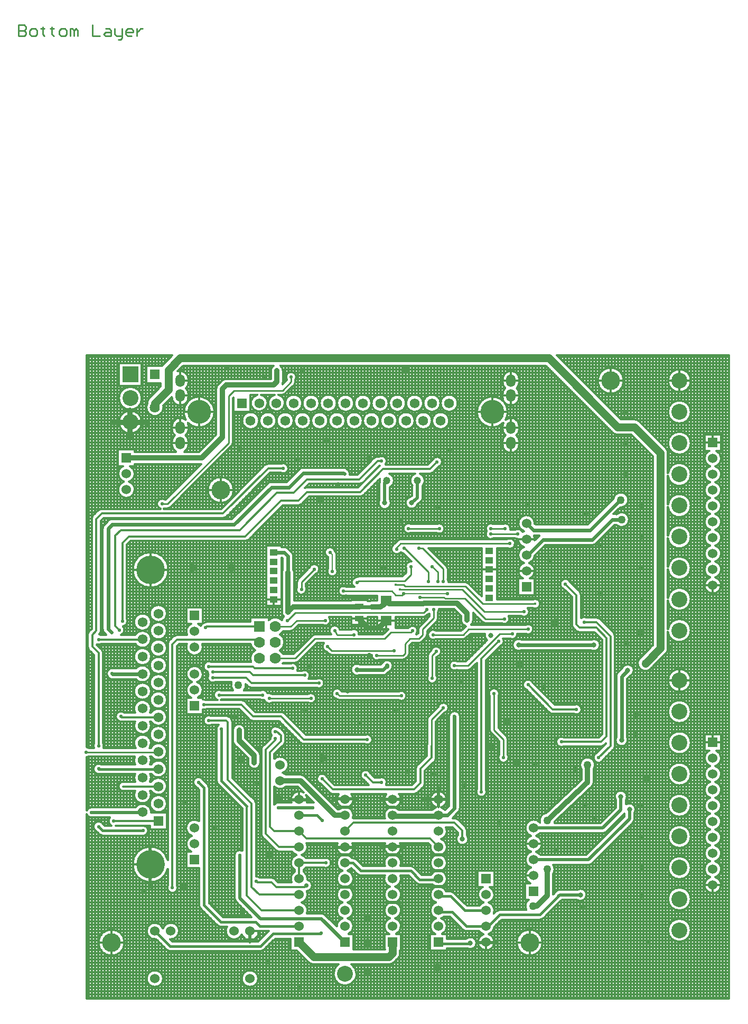
<source format=gbl>
%FSLAX23Y23*%
%MOIN*%
G70*
G01*
G75*
G04 Layer_Physical_Order=5*
G04 Layer_Color=16711680*
%ADD10C,0.013*%
%ADD11R,0.024X0.080*%
%ADD12O,0.024X0.080*%
%ADD13R,0.039X0.071*%
%ADD14R,0.057X0.035*%
%ADD15R,0.035X0.057*%
%ADD16R,0.036X0.036*%
%ADD17R,0.060X0.052*%
%ADD18O,0.030X0.020*%
%ADD19O,0.030X0.059*%
%ADD20O,0.028X0.059*%
%ADD21R,0.071X0.126*%
%ADD22R,0.036X0.050*%
%ADD23R,0.050X0.036*%
%ADD24R,0.095X0.091*%
%ADD25R,0.071X0.039*%
%ADD26R,0.079X0.079*%
%ADD27R,0.051X0.079*%
%ADD28R,0.052X0.060*%
%ADD29O,0.059X0.028*%
%ADD30O,0.059X0.030*%
%ADD31O,0.020X0.030*%
%ADD32R,0.063X0.071*%
%ADD33O,0.013X0.055*%
%ADD34R,0.013X0.055*%
%ADD35O,0.080X0.024*%
%ADD36R,0.037X0.037*%
%ADD37R,0.033X0.037*%
%ADD38R,0.114X0.095*%
%ADD39O,0.067X0.047*%
%ADD40O,0.031X0.043*%
%ADD41O,0.047X0.067*%
%ADD42O,0.043X0.031*%
%ADD43R,0.060X0.100*%
%ADD44C,0.050*%
%ADD45R,0.060X0.060*%
%ADD46R,0.050X0.060*%
%ADD47R,0.079X0.051*%
%ADD48C,0.016*%
%ADD49C,0.024*%
%ADD50C,0.010*%
%ADD51C,0.032*%
%ADD52C,0.020*%
%ADD53C,0.008*%
%ADD54C,0.080*%
%ADD55C,0.050*%
%ADD56C,0.100*%
%ADD57C,0.040*%
%ADD58C,0.005*%
%ADD59C,0.118*%
%ADD60C,0.150*%
%ADD61C,0.060*%
%ADD62R,0.062X0.062*%
%ADD63C,0.062*%
%ADD64R,0.064X0.064*%
%ADD65C,0.064*%
%ADD66R,0.050X0.040*%
%ADD67R,0.100X0.100*%
%ADD68C,0.100*%
%ADD69C,0.047*%
%ADD70O,0.060X0.079*%
%ADD71R,0.070X0.070*%
%ADD72C,0.070*%
%ADD73C,0.180*%
%ADD74C,0.022*%
%ADD75C,0.016*%
%ADD76C,0.028*%
%ADD77C,0.032*%
%ADD78R,0.071X0.063*%
D10*
X4043Y3447D02*
G03*
X4012Y3494I-52J0D01*
G01*
X3852Y3937D02*
G03*
X3852Y3937I-72J0D01*
G01*
Y3740D02*
G03*
X3852Y3740I-72J0D01*
G01*
Y3543D02*
G03*
X3852Y3543I-72J0D01*
G01*
X3707Y3480D02*
G03*
X3694Y3514I-47J0D01*
G01*
X3707Y3480D02*
G03*
X3694Y3514I-47J0D01*
G01*
X4006Y3397D02*
G03*
X4043Y3447I-16J50D01*
G01*
X3968Y3494D02*
G03*
X3974Y3397I22J-47D01*
G01*
X4043Y3347D02*
G03*
X4006Y3397I-52J0D01*
G01*
Y3297D02*
G03*
X4043Y3347I-16J50D01*
G01*
X3974Y3397D02*
G03*
X3974Y3297I16J-50D01*
G01*
X4043Y3247D02*
G03*
X4006Y3297I-52J0D01*
G01*
X3974D02*
G03*
X3974Y3197I16J-50D01*
G01*
X4006D02*
G03*
X4043Y3247I-16J50D01*
G01*
Y3147D02*
G03*
X4006Y3197I-52J0D01*
G01*
Y3097D02*
G03*
X4043Y3147I-16J50D01*
G01*
Y3047D02*
G03*
X4006Y3097I-52J0D01*
G01*
X3974Y3197D02*
G03*
X3974Y3097I16J-50D01*
G01*
G03*
X3974Y2997I16J-50D01*
G01*
X3852Y3346D02*
G03*
X3707Y3355I-72J0D01*
G01*
Y3338D02*
G03*
X3852Y3346I72J8D01*
G01*
Y3150D02*
G03*
X3707Y3158I-72J0D01*
G01*
Y3141D02*
G03*
X3852Y3150I72J8D01*
G01*
X3428Y3937D02*
G03*
X3428Y3937I-82J0D01*
G01*
X3529Y3679D02*
G03*
X3495Y3693I-34J-34D01*
G01*
X3529Y3679D02*
G03*
X3495Y3693I-34J-34D01*
G01*
X3406Y3138D02*
G03*
X3457Y3185I4J47D01*
G01*
X3463Y3061D02*
G03*
X3382Y3096I-47J0D01*
G01*
X3457Y3185D02*
G03*
X3363Y3192I-47J0D01*
G01*
X3356Y3611D02*
G03*
X3390Y3598I34J34D01*
G01*
X3356Y3611D02*
G03*
X3390Y3598I34J34D01*
G01*
X4006Y2997D02*
G03*
X4043Y3047I-16J50D01*
G01*
Y2947D02*
G03*
X4006Y2997I-52J0D01*
G01*
Y2897D02*
G03*
X4043Y2947I-16J50D01*
G01*
X3974Y2997D02*
G03*
X3974Y2897I16J-50D01*
G01*
X4043Y2847D02*
G03*
X4006Y2897I-52J0D01*
G01*
X3974D02*
G03*
X3974Y2797I16J-50D01*
G01*
X4006D02*
G03*
X4043Y2847I-16J50D01*
G01*
Y2747D02*
G03*
X4006Y2797I-52J0D01*
G01*
Y2697D02*
G03*
X4043Y2747I-16J50D01*
G01*
X3974Y2797D02*
G03*
X3974Y2697I16J-50D01*
G01*
X3852Y2953D02*
G03*
X3707Y2961I-72J0D01*
G01*
Y2944D02*
G03*
X3852Y2953I72J8D01*
G01*
X3382Y3027D02*
G03*
X3463Y3061I33J34D01*
G01*
X3852Y2756D02*
G03*
X3707Y2764I-72J0D01*
G01*
X4043Y2647D02*
G03*
X4006Y2697I-52J0D01*
G01*
X3974D02*
G03*
X4043Y2647I16J-50D01*
G01*
X3707Y2748D02*
G03*
X3852Y2756I72J8D01*
G01*
Y2559D02*
G03*
X3707Y2567I-72J0D01*
G01*
Y2551D02*
G03*
X3852Y2559I72J8D01*
G01*
Y2362D02*
G03*
X3707Y2370I-72J0D01*
G01*
Y2354D02*
G03*
X3852Y2362I72J8D01*
G01*
X3694Y2216D02*
G03*
X3707Y2250I-34J34D01*
G01*
X3694Y2216D02*
G03*
X3707Y2250I-34J34D01*
G01*
X3374Y2325D02*
G03*
X3366Y2346I-29J0D01*
G01*
X3230Y2901D02*
G03*
X3254Y2911I0J34D01*
G01*
X3230Y2901D02*
G03*
X3254Y2911I0J34D01*
G01*
X3159Y2585D02*
G03*
X3151Y2606I-29J0D01*
G01*
X3159Y2585D02*
G03*
X3151Y2606I-29J0D01*
G01*
X3091Y2665D02*
G03*
X3050Y2624I-31J-10D01*
G01*
X2867Y3034D02*
G03*
X2867Y3038I-52J4D01*
G01*
X2867Y2931D02*
G03*
X2867Y2938I-52J7D01*
G01*
X2799Y2988D02*
G03*
X2789Y2984I16J-50D01*
G01*
X2867Y3038D02*
G03*
X2799Y2988I-52J0D01*
G01*
X2789Y2984D02*
G03*
X2743Y2997I-29J-14D01*
G01*
X2867Y2938D02*
G03*
X2862Y2961I-52J0D01*
G01*
X2762Y2938D02*
G03*
X2799Y2888I52J0D01*
G01*
G03*
X2799Y2788I16J-50D01*
G01*
X2837Y2690D02*
G03*
X2867Y2738I-22J47D01*
G01*
X2901Y2530D02*
G03*
X2857Y2557I-31J0D01*
G01*
X2831Y2788D02*
G03*
X2867Y2833I-16J50D01*
G01*
X2867Y2738D02*
G03*
X2831Y2788I-52J0D01*
G01*
X2799D02*
G03*
X2793Y2690I16J-50D01*
G01*
X3276Y2436D02*
G03*
X3255Y2444I-21J-21D01*
G01*
X3276Y2436D02*
G03*
X3255Y2444I-21J-21D01*
G01*
X3195D02*
G03*
X3159Y2440I-15J-29D01*
G01*
X3374Y2325D02*
G03*
X3366Y2346I-29J0D01*
G01*
X3279Y2270D02*
G03*
X3223Y2305I-38J0D01*
G01*
Y2236D02*
G03*
X3279Y2270I17J34D01*
G01*
X2857Y2503D02*
G03*
X2901Y2530I13J27D01*
G01*
X2832Y2480D02*
G03*
X2823Y2503I-32J0D01*
G01*
X2783Y2453D02*
G03*
X2832Y2480I17J27D01*
G01*
X3129Y2359D02*
G03*
X3150Y2351I21J21D01*
G01*
X3101Y2400D02*
G03*
X3109Y2379I29J0D01*
G01*
X3101Y2400D02*
G03*
X3109Y2379I29J0D01*
G01*
X3129Y2359D02*
G03*
X3150Y2351I21J21D01*
G01*
X2858Y2370D02*
G03*
X2808Y2398I-32J0D01*
G01*
Y2342D02*
G03*
X2858Y2370I17J27D01*
G01*
X2753Y3890D02*
G03*
X2769Y3928I-36J38D01*
G01*
Y3852D02*
G03*
X2753Y3890I-52J0D01*
G01*
X2769Y3946D02*
G03*
X2664Y3946I-52J0D01*
G01*
Y3928D02*
G03*
X2680Y3890I52J0D01*
G01*
G03*
X2664Y3852I36J-38D01*
G01*
Y3833D02*
G03*
X2769Y3833I52J0D01*
G01*
Y3651D02*
G03*
X2683Y3691I-52J0D01*
G01*
G03*
X2696Y3740I-84J49D01*
G01*
X2669Y3672D02*
G03*
X2664Y3651I48J-21D01*
G01*
X2381Y3795D02*
G03*
X2381Y3795I-54J0D01*
G01*
X2272D02*
G03*
X2272Y3795I-54J0D01*
G01*
X2751Y3593D02*
G03*
X2769Y3632I-34J40D01*
G01*
Y3553D02*
G03*
X2751Y3593I-52J0D01*
G01*
X2664Y3632D02*
G03*
X2682Y3593I52J0D01*
G01*
G03*
X2664Y3553I34J-40D01*
G01*
X2696Y3740D02*
G03*
X2669Y3672I-97J0D01*
G01*
X2743Y2943D02*
G03*
X2762Y2938I17J27D01*
G01*
X2712Y2997D02*
G03*
X2713Y3005I-32J7D01*
G01*
X2664Y3534D02*
G03*
X2769Y3534I52J0D01*
G01*
X2713Y3005D02*
G03*
X2663Y3033I-32J0D01*
G01*
X2607D02*
G03*
X2563Y2987I-17J-27D01*
G01*
G03*
X2590Y2938I27J-18D01*
G01*
X2260Y3394D02*
G03*
X2283Y3425I-10J31D01*
G01*
X2327Y3685D02*
G03*
X2327Y3685I-54J0D01*
G01*
X2283Y3425D02*
G03*
X2219Y3435I-32J0D01*
G01*
X2297Y3005D02*
G03*
X2248Y3033I-32J0D01*
G01*
X2205Y3351D02*
G03*
X2226Y3359I0J29D01*
G01*
X2248Y2977D02*
G03*
X2297Y3005I17J27D01*
G01*
X2205Y3351D02*
G03*
X2226Y3359I0J29D01*
G01*
X2159Y3275D02*
G03*
X2173Y3308I-32J33D01*
G01*
X2148Y3174D02*
G03*
X2159Y3198I-21J25D01*
G01*
X2148Y3174D02*
G03*
X2159Y3198I-21J25D01*
G01*
X2163Y3795D02*
G03*
X2163Y3795I-54J0D01*
G01*
X2054D02*
G03*
X2054Y3795I-54J0D01*
G01*
X2218Y3685D02*
G03*
X2218Y3685I-54J0D01*
G01*
X2109D02*
G03*
X2109Y3685I-54J0D01*
G01*
X2000D02*
G03*
X2000Y3685I-54J0D01*
G01*
X1945Y3795D02*
G03*
X1945Y3795I-54J0D01*
G01*
X1933Y3430D02*
G03*
X1885Y3459I-32J0D01*
G01*
X1875D02*
G03*
X1854Y3451I0J-29D01*
G01*
X1891Y3685D02*
G03*
X1891Y3685I-54J0D01*
G01*
X1875Y3459D02*
G03*
X1854Y3451I0J-29D01*
G01*
X2173Y3308D02*
G03*
X2142Y3351I-46J0D01*
G01*
X2111D02*
G03*
X2094Y3275I16J-43D01*
G01*
X1980Y3308D02*
G03*
X1950Y3351I-46J0D01*
G01*
X2084Y3205D02*
G03*
X2127Y3156I6J-38D01*
G01*
X2087Y3033D02*
G03*
X2087Y2977I-17J-27D01*
G01*
X1925Y3409D02*
G03*
X1933Y3430I-25J21D01*
G01*
X1952Y3265D02*
G03*
X1980Y3308I-18J42D01*
G01*
X1890Y3319D02*
G03*
X1889Y3302I45J-11D01*
G01*
G03*
X1887Y3293I31J-8D01*
G01*
X1889Y3302D02*
G03*
X1887Y3293I31J-8D01*
G01*
X1760Y3286D02*
G03*
X1781Y3294I0J29D01*
G01*
X1760Y3286D02*
G03*
X1781Y3294I0J29D01*
G01*
X1959Y3167D02*
G03*
X1952Y3187I-38J0D01*
G01*
X1887Y3187D02*
G03*
X1959Y3167I33J-21D01*
G01*
X1765Y3206D02*
G03*
X1786Y3214I0J29D01*
G01*
X1765Y3206D02*
G03*
X1786Y3214I0J29D01*
G01*
X2710Y2943D02*
G03*
X2693Y2938I0J-32D01*
G01*
X2743Y2910D02*
G03*
X2710Y2943I-32J0D01*
G01*
X2693Y2882D02*
G03*
X2743Y2910I17J27D01*
G01*
X2590Y2938D02*
G03*
X2607Y2943I0J32D01*
G01*
X2322Y2670D02*
G03*
X2318Y2687I-32J0D01*
G01*
X2449Y2659D02*
G03*
X2430Y2668I-19J-19D01*
G01*
X2449Y2659D02*
G03*
X2430Y2668I-19J-19D01*
G01*
X2707Y2435D02*
G03*
X2702Y2453I-32J0D01*
G01*
X2658Y2408D02*
G03*
X2707Y2435I17J27D01*
G01*
X2536Y2416D02*
G03*
X2555Y2408I19J19D01*
G01*
X2536Y2416D02*
G03*
X2555Y2408I19J19D01*
G01*
X2708Y2312D02*
G03*
X2757Y2340I17J27D01*
G01*
X2782Y2305D02*
G03*
X2782Y2236I-17J-34D01*
G01*
X2672Y2295D02*
G03*
X2667Y2312I-32J0D01*
G01*
X2553Y2342D02*
G03*
X2567Y2301I37J-11D01*
G01*
X2650Y2264D02*
G03*
X2672Y2295I-10J31D01*
G01*
X2465Y2398D02*
G03*
X2478Y2427I-25J29D01*
G01*
X2465Y2398D02*
G03*
X2478Y2427I-25J29D01*
G01*
X2401D02*
G03*
X2431Y2390I38J0D01*
G01*
X2401Y2427D02*
G03*
X2431Y2390I38J0D01*
G01*
X2415Y2307D02*
G03*
X2434Y2316I0J27D01*
G01*
X2415Y2307D02*
G03*
X2434Y2316I0J27D01*
G01*
X2318Y2750D02*
G03*
X2309Y2769I-27J0D01*
G01*
X2318Y2750D02*
G03*
X2309Y2769I-27J0D01*
G01*
X2257Y2478D02*
G03*
X2263Y2495I-27J17D01*
G01*
X2192Y2463D02*
G03*
X2203Y2468I-7J32D01*
G01*
X2089Y2797D02*
G03*
X2057Y2748I-4J-32D01*
G01*
X2165Y2447D02*
G03*
X2184Y2456I0J27D01*
G01*
X2165Y2447D02*
G03*
X2184Y2456I0J27D01*
G01*
X2249Y2421D02*
G03*
X2257Y2440I-19J19D01*
G01*
X2249Y2421D02*
G03*
X2257Y2440I-19J19D01*
G01*
X2021Y2855D02*
G03*
X2038Y2848I21J25D01*
G01*
X2020Y2938D02*
G03*
X2001Y2929I0J-27D01*
G01*
X2020Y2938D02*
G03*
X2001Y2929I0J-27D01*
G01*
X1976Y2904D02*
G03*
X1969Y2895I19J-19D01*
G01*
G03*
X2021Y2855I26J-20D01*
G01*
X1976Y2904D02*
G03*
X1969Y2895I19J-19D01*
G01*
X1755Y2703D02*
G03*
X1738Y2697I0J-27D01*
G01*
X1755Y2703D02*
G03*
X1738Y2697I0J-27D01*
G01*
X1838Y2550D02*
G03*
X1821Y2546I0J-38D01*
G01*
X1838Y2550D02*
G03*
X1821Y2546I0J-38D01*
G01*
X2141Y2389D02*
G03*
X2132Y2370I19J-19D01*
G01*
X2141Y2389D02*
G03*
X2132Y2370I19J-19D01*
G01*
X2242Y2362D02*
G03*
X2242Y2307I-17J-27D01*
G01*
X2179Y2316D02*
G03*
X2188Y2335I-19J19D01*
G01*
X2179Y2316D02*
G03*
X2188Y2335I-19J19D01*
G01*
X2277Y2230D02*
G03*
X2213Y2237I-32J0D01*
G01*
X2252Y2198D02*
G03*
X2277Y2230I-7J32D01*
G01*
X2201Y2224D02*
G03*
X2193Y2205I19J-19D01*
G01*
X2135Y2283D02*
G03*
X2154Y2291I0J27D01*
G01*
X2135Y2283D02*
G03*
X2154Y2291I0J27D01*
G01*
X2201Y2224D02*
G03*
X2193Y2205I19J-19D01*
G01*
X2128Y2360D02*
G03*
X2068Y2378I-32J0D01*
G01*
X2118Y2338D02*
G03*
X2128Y2360I-23J23D01*
G01*
X2068Y2199D02*
G03*
X2076Y2219I-19J19D01*
G01*
X2068Y2199D02*
G03*
X2076Y2219I-19J19D01*
G01*
X2035Y2178D02*
G03*
X2054Y2186I0J27D01*
G01*
X2035Y2178D02*
G03*
X2054Y2186I0J27D01*
G01*
X1838Y2207D02*
G03*
X1887Y2178I32J-2D01*
G01*
X3852Y2047D02*
G03*
X3852Y2047I-72J0D01*
G01*
Y1850D02*
G03*
X3852Y1850I-72J0D01*
G01*
X3531Y2189D02*
G03*
X3599Y2121I34J-34D01*
G01*
X3531Y2189D02*
G03*
X3599Y2121I34J-34D01*
G01*
X3466Y2074D02*
G03*
X3492Y2110I-12J36D01*
G01*
X3454Y1670D02*
G03*
X3450Y1687I-38J0D01*
G01*
X4043Y1557D02*
G03*
X4012Y1604I-52J0D01*
G01*
X4006Y1507D02*
G03*
X4043Y1557I-16J50D01*
G01*
X3968Y1604D02*
G03*
X3974Y1507I22J-47D01*
G01*
X4043Y1457D02*
G03*
X4006Y1507I-52J0D01*
G01*
Y1407D02*
G03*
X4043Y1457I-16J50D01*
G01*
X3974Y1507D02*
G03*
X3974Y1407I16J-50D01*
G01*
X4043Y1357D02*
G03*
X4006Y1407I-52J0D01*
G01*
X3974D02*
G03*
X3974Y1307I16J-50D01*
G01*
X4006D02*
G03*
X4043Y1357I-16J50D01*
G01*
X3852Y1654D02*
G03*
X3852Y1654I-72J0D01*
G01*
Y1457D02*
G03*
X3852Y1457I-72J0D01*
G01*
Y1260D02*
G03*
X3852Y1260I-72J0D01*
G01*
X3492Y2110D02*
G03*
X3417Y2122I-38J0D01*
G01*
X3391Y2096D02*
G03*
X3381Y2072I24J-24D01*
G01*
X3391Y2096D02*
G03*
X3381Y2072I24J-24D01*
G01*
X3162Y1865D02*
G03*
X3115Y1894I-32J0D01*
G01*
Y1836D02*
G03*
X3162Y1865I15J29D01*
G01*
X2959Y1844D02*
G03*
X2980Y1836I21J21D01*
G01*
X2959Y1844D02*
G03*
X2980Y1836I21J21D01*
G01*
X3381Y1687D02*
G03*
X3454Y1670I34J-17D01*
G01*
X3366Y1614D02*
G03*
X3374Y1635I-21J21D01*
G01*
X3366Y1614D02*
G03*
X3374Y1635I-21J21D01*
G01*
X3285Y1631D02*
G03*
X3306Y1639I0J29D01*
G01*
X3285Y1631D02*
G03*
X3306Y1639I0J29D01*
G01*
X3448Y1315D02*
G03*
X3378Y1294I-38J0D01*
G01*
X3260Y1591D02*
G03*
X3301Y1550I10J-31D01*
G01*
X3239Y1487D02*
G03*
X3247Y1515I-38J28D01*
G01*
X3050Y1689D02*
G03*
X3050Y1631I-15J-29D01*
G01*
X3247Y1515D02*
G03*
X3161Y1487I-47J0D01*
G01*
X3226Y1377D02*
G03*
X3239Y1405I-26J28D01*
G01*
X3226Y1377D02*
G03*
X3239Y1405I-26J28D01*
G01*
X4043Y1257D02*
G03*
X4006Y1307I-52J0D01*
G01*
Y1207D02*
G03*
X4043Y1257I-16J50D01*
G01*
Y1157D02*
G03*
X4006Y1207I-52J0D01*
G01*
X3974Y1307D02*
G03*
X3974Y1207I16J-50D01*
G01*
X4006Y1107D02*
G03*
X4043Y1157I-16J50D01*
G01*
X3974Y1207D02*
G03*
X3974Y1107I16J-50D01*
G01*
X4043Y1057D02*
G03*
X4006Y1107I-52J0D01*
G01*
Y1007D02*
G03*
X4043Y1057I-16J50D01*
G01*
X3974Y1107D02*
G03*
X3974Y1007I16J-50D01*
G01*
X4043Y957D02*
G03*
X4006Y1007I-52J0D01*
G01*
X3443Y1294D02*
G03*
X3448Y1315I-32J21D01*
G01*
X3497Y1214D02*
G03*
X3503Y1235I-32J21D01*
G01*
G03*
X3443Y1266I-38J0D01*
G01*
X3488Y1152D02*
G03*
X3497Y1175I-23J23D01*
G01*
X3488Y1152D02*
G03*
X3497Y1175I-23J23D01*
G01*
X3852Y1063D02*
G03*
X3852Y1063I-72J0D01*
G01*
X4006Y907D02*
G03*
X4043Y957I-16J50D01*
G01*
Y857D02*
G03*
X4006Y907I-52J0D01*
G01*
Y807D02*
G03*
X4043Y857I-16J50D01*
G01*
X3974Y1007D02*
G03*
X3974Y907I16J-50D01*
G01*
X4043Y757D02*
G03*
X4006Y807I-52J0D01*
G01*
X3974D02*
G03*
X4043Y757I16J-50D01*
G01*
X3974Y907D02*
G03*
X3974Y807I16J-50D01*
G01*
X3852Y866D02*
G03*
X3852Y866I-72J0D01*
G01*
Y669D02*
G03*
X3852Y669I-72J0D01*
G01*
Y472D02*
G03*
X3852Y472I-72J0D01*
G01*
X3297Y1084D02*
G03*
X3320Y1094I0J32D01*
G01*
X3297Y1084D02*
G03*
X3320Y1094I0J32D01*
G01*
X3207Y884D02*
G03*
X3230Y894I0J32D01*
G01*
X3207Y884D02*
G03*
X3230Y894I0J32D01*
G01*
X2991Y1149D02*
G03*
X2993Y1156I-45J16D01*
G01*
X2940Y1212D02*
G03*
X2901Y1150I6J-47D01*
G01*
G03*
X2844Y1067I-41J-33D01*
G01*
X2912Y1017D02*
G03*
X2876Y1067I-52J0D01*
G01*
Y967D02*
G03*
X2912Y1017I-16J50D01*
G01*
X2876Y1067D02*
G03*
X2901Y1084I-16J50D01*
G01*
Y949D02*
G03*
X2876Y967I-41J-32D01*
G01*
X3194Y695D02*
G03*
X3134Y728I-38J0D01*
G01*
Y663D02*
G03*
X3194Y695I21J32D01*
G01*
X3025Y728D02*
G03*
X3002Y718I0J-32D01*
G01*
X3025Y728D02*
G03*
X3002Y718I0J-32D01*
G01*
X2993Y856D02*
G03*
X2984Y884I-47J0D01*
G01*
X2984Y828D02*
G03*
X2993Y856I-38J28D01*
G01*
X2994Y710D02*
G03*
X2987Y700I23J-23D01*
G01*
X3030Y657D02*
G03*
X3038Y663I-14J30D01*
G01*
X2900Y539D02*
G03*
X2922Y548I0J31D01*
G01*
X2900Y539D02*
G03*
X2922Y548I0J31D01*
G01*
X2916Y394D02*
G03*
X2916Y394I-82J0D01*
G01*
X2856Y2030D02*
G03*
X2815Y1989I-31J-10D01*
G01*
X2638Y1948D02*
G03*
X2642Y1965I-27J17D01*
G01*
G03*
X2582Y1948I-32J0D01*
G01*
Y1735D02*
G03*
X2591Y1716I27J0D01*
G01*
X2697Y1675D02*
G03*
X2689Y1694I-27J0D01*
G01*
X2582Y1735D02*
G03*
X2591Y1716I27J0D01*
G01*
X2703Y1560D02*
G03*
X2697Y1577I-32J0D01*
G01*
Y1675D02*
G03*
X2689Y1694I-27J0D01*
G01*
X2642Y1577D02*
G03*
X2703Y1560I27J-17D01*
G01*
X2445Y2112D02*
G03*
X2464Y2121I0J27D01*
G01*
X2445Y2112D02*
G03*
X2464Y2121I0J27D01*
G01*
X2377Y2168D02*
G03*
X2377Y2112I-17J-27D01*
G01*
X2395Y1820D02*
G03*
X2326Y1820I-34J0D01*
G01*
X2322Y1875D02*
G03*
X2258Y1882I-32J0D01*
G01*
X2297Y1843D02*
G03*
X2322Y1875I-7J32D01*
G01*
X2562Y1345D02*
G03*
X2559Y1360I-32J0D01*
G01*
X2501D02*
G03*
X2562Y1345I29J-15D01*
G01*
X2844Y1067D02*
G03*
X2844Y967I16J-50D01*
G01*
X2448Y1047D02*
G03*
X2439Y1072I-38J0D01*
G01*
X2381D02*
G03*
X2448Y1047I29J-25D01*
G01*
X2384Y1216D02*
G03*
X2395Y1240I-24J24D01*
G01*
X2384Y1216D02*
G03*
X2395Y1240I-24J24D01*
G01*
X2276Y1247D02*
G03*
X2312Y1297I-16J50D01*
G01*
X2300Y1231D02*
G03*
X2276Y1247I-40J-34D01*
G01*
X2381Y1171D02*
G03*
X2360Y1179I-21J-21D01*
G01*
X2381Y1171D02*
G03*
X2360Y1179I-21J-21D01*
G01*
X2439Y1100D02*
G03*
X2431Y1121I-29J0D01*
G01*
X2439Y1100D02*
G03*
X2431Y1121I-29J0D01*
G01*
X2312Y1097D02*
G03*
X2307Y1121I-52J0D01*
G01*
X2276Y1047D02*
G03*
X2312Y1097I-16J50D01*
G01*
X2253Y2060D02*
G03*
X2247Y2077I-32J0D01*
G01*
X2193D02*
G03*
X2253Y2060I27J-17D01*
G01*
X2244Y1635D02*
G03*
X2243Y1644I-29J0D01*
G01*
X2196Y1819D02*
G03*
X2188Y1800I19J-19D01*
G01*
X2196Y1819D02*
G03*
X2188Y1800I19J-19D01*
G01*
X2236Y1539D02*
G03*
X2244Y1560I-21J21D01*
G01*
X2236Y1539D02*
G03*
X2244Y1560I-21J21D01*
G01*
X1969Y2128D02*
G03*
X1972Y2140I-34J12D01*
G01*
X1945Y2101D02*
G03*
X1969Y2128I-10J33D01*
G01*
X1972Y2140D02*
G03*
X1902Y2156I-36J0D01*
G01*
X1910Y2080D02*
G03*
X1934Y2091I0J34D01*
G01*
X1910Y2080D02*
G03*
X1934Y2091I0J34D01*
G01*
X2057Y1950D02*
G03*
X2008Y1977I-32J0D01*
G01*
Y1923D02*
G03*
X2057Y1950I17J27D01*
G01*
X2188Y1644D02*
G03*
X2186Y1635I27J-9D01*
G01*
X2124Y1511D02*
G03*
X2116Y1490I21J-21D01*
G01*
X2124Y1511D02*
G03*
X2116Y1490I21J-21D01*
G01*
X1842Y1675D02*
G03*
X1795Y1704I-32J0D01*
G01*
Y1646D02*
G03*
X1842Y1675I15J29D01*
G01*
X2166Y1379D02*
G03*
X2174Y1400I-21J21D01*
G01*
X2166Y1379D02*
G03*
X2174Y1400I-21J21D01*
G01*
X2312Y1297D02*
G03*
X2244Y1247I-52J0D01*
G01*
G03*
X2220Y1230I16J-50D01*
G01*
X2105Y1331D02*
G03*
X2126Y1339I0J29D01*
G01*
X2105Y1331D02*
G03*
X2126Y1339I0J29D01*
G01*
X1933Y1405D02*
G03*
X1885Y1434I-32J0D01*
G01*
X1928Y1389D02*
G03*
X1933Y1405I-28J16D01*
G01*
X1831Y1460D02*
G03*
X1790Y1419I-31J-10D01*
G01*
X2023Y1297D02*
G03*
X2010Y1331I-52J0D01*
G01*
X1986Y1247D02*
G03*
X2023Y1297I-16J50D01*
G01*
X1930Y1331D02*
G03*
X1954Y1247I40J-34D01*
G01*
X2010Y1230D02*
G03*
X1986Y1247I-40J-34D01*
G01*
X1954D02*
G03*
X1921Y1179I16J-50D01*
G01*
X2844Y967D02*
G03*
X2844Y867I16J-50D01*
G01*
G03*
X2838Y769I16J-50D01*
G01*
X2828Y664D02*
G03*
X2814Y600I27J-39D01*
G01*
X2645D02*
G03*
X2623Y592I0J-31D01*
G01*
X2645Y600D02*
G03*
X2623Y592I0J-31D01*
G01*
X2612Y697D02*
G03*
X2582Y744I-52J0D01*
G01*
X2538D02*
G03*
X2544Y647I22J-47D01*
G01*
X2312Y997D02*
G03*
X2276Y1047I-52J0D01*
G01*
Y947D02*
G03*
X2312Y997I-16J50D01*
G01*
X2576Y647D02*
G03*
X2612Y697I-16J50D01*
G01*
X2544Y647D02*
G03*
X2517Y627I16J-50D01*
G01*
X2612Y597D02*
G03*
X2576Y647I-52J0D01*
G01*
X2608Y577D02*
G03*
X2612Y597I-48J20D01*
G01*
X2357Y708D02*
G03*
X2335Y717I-22J-22D01*
G01*
X2357Y708D02*
G03*
X2335Y717I-22J-22D01*
G01*
X2576Y447D02*
G03*
X2612Y494I-16J50D01*
G01*
X2517Y466D02*
G03*
X2544Y447I43J31D01*
G01*
X2612Y397D02*
G03*
X2576Y447I-52J0D01*
G01*
X2544D02*
G03*
X2612Y397I16J-50D01*
G01*
X2413Y475D02*
G03*
X2435Y466I22J22D01*
G01*
X2413Y475D02*
G03*
X2435Y466I22J22D01*
G01*
X2282Y449D02*
G03*
X2312Y497I-22J47D01*
G01*
X2445Y356D02*
G03*
X2499Y392I15J36D01*
G01*
G03*
X2431Y417I-38J0D01*
G01*
X2312Y897D02*
G03*
X2276Y947I-52J0D01*
G01*
X2209Y1007D02*
G03*
X2244Y947I51J-10D01*
G01*
X2276Y847D02*
G03*
X2312Y897I-16J50D01*
G01*
X2244Y947D02*
G03*
X2244Y847I16J-50D01*
G01*
X2312Y797D02*
G03*
X2276Y847I-52J0D01*
G01*
X2244D02*
G03*
X2214Y822I16J-50D01*
G01*
X2276Y747D02*
G03*
X2312Y797I-16J50D01*
G01*
X2221Y761D02*
G03*
X2244Y747I39J35D01*
G01*
X2308Y717D02*
G03*
X2276Y747I-48J-21D01*
G01*
X2244D02*
G03*
X2244Y647I16J-50D01*
G01*
X2118Y770D02*
G03*
X2140Y761I22J22D01*
G01*
X2118Y770D02*
G03*
X2140Y761I22J22D01*
G01*
X2023Y997D02*
G03*
X2017Y1021I-52J0D01*
G01*
X1986Y947D02*
G03*
X2023Y997I-16J50D01*
G01*
Y897D02*
G03*
X1986Y947I-52J0D01*
G01*
X1923Y1021D02*
G03*
X1954Y947I47J-24D01*
G01*
X2107Y868D02*
G03*
X2085Y877I-22J-22D01*
G01*
X2107Y868D02*
G03*
X2085Y877I-22J-22D01*
G01*
X2019D02*
G03*
X2023Y897I-49J19D01*
G01*
Y797D02*
G03*
X2019Y816I-52J0D01*
G01*
X1986Y747D02*
G03*
X2023Y797I-16J50D01*
G01*
X1954Y947D02*
G03*
X1921Y877I16J-50D01*
G01*
X1921Y816D02*
G03*
X1954Y747I49J-20D01*
G01*
X2023Y697D02*
G03*
X1986Y747I-52J0D01*
G01*
X1748Y825D02*
G03*
X1770Y816I22J22D01*
G01*
X1748Y825D02*
G03*
X1770Y816I22J22D01*
G01*
X2276Y547D02*
G03*
X2293Y556I-16J50D01*
G01*
X2244Y647D02*
G03*
X2244Y547I16J-50D01*
G01*
X2312Y497D02*
G03*
X2276Y547I-52J0D01*
G01*
X1986Y647D02*
G03*
X2023Y697I-16J50D01*
G01*
Y597D02*
G03*
X1986Y647I-52J0D01*
G01*
Y547D02*
G03*
X2023Y597I-16J50D01*
G01*
X2244Y547D02*
G03*
X2238Y449I16J-50D01*
G01*
X2023Y497D02*
G03*
X1986Y547I-52J0D01*
G01*
X1954Y747D02*
G03*
X1954Y647I16J-50D01*
G01*
G03*
X1954Y547I16J-50D01*
G01*
X1992Y449D02*
G03*
X2023Y497I-22J47D01*
G01*
X1954Y547D02*
G03*
X1948Y449I16J-50D01*
G01*
X2004Y295D02*
G03*
X2017Y329I-34J34D01*
G01*
X2004Y295D02*
G03*
X2017Y329I-34J34D01*
G01*
X1946Y257D02*
G03*
X1980Y271I0J47D01*
G01*
X1946Y257D02*
G03*
X1980Y271I0J47D01*
G01*
X1836Y3795D02*
G03*
X1836Y3795I-54J0D01*
G01*
X1727D02*
G03*
X1727Y3795I-54J0D01*
G01*
X1618D02*
G03*
X1618Y3795I-54J0D01*
G01*
X1357Y3943D02*
G03*
X1362Y3960I-27J17D01*
G01*
X1509Y3795D02*
G03*
X1509Y3795I-54J0D01*
G01*
X1349Y3911D02*
G03*
X1357Y3930I-19J19D01*
G01*
X1362Y3960D02*
G03*
X1303Y3943I-32J0D01*
G01*
X1349Y3911D02*
G03*
X1357Y3930I-19J19D01*
G01*
X1400Y3795D02*
G03*
X1400Y3795I-54J0D01*
G01*
X1782Y3685D02*
G03*
X1782Y3685I-54J0D01*
G01*
X1699Y3350D02*
G03*
X1689Y3374I-34J0D01*
G01*
X1699Y3344D02*
G03*
X1699Y3350I-34J6D01*
G01*
X1673Y3685D02*
G03*
X1673Y3685I-54J0D01*
G01*
X1684Y3379D02*
G03*
X1660Y3389I-24J-24D01*
G01*
X1684Y3379D02*
G03*
X1660Y3389I-24J-24D01*
G01*
X1564Y3685D02*
G03*
X1564Y3685I-54J0D01*
G01*
X1455D02*
G03*
X1455Y3685I-54J0D01*
G01*
X1405Y3389D02*
G03*
X1381Y3379I0J-34D01*
G01*
X1405Y3389D02*
G03*
X1381Y3379I0J-34D01*
G01*
X1430Y3264D02*
G03*
X1417Y3261I0J-29D01*
G01*
X1430Y3264D02*
G03*
X1417Y3261I0J-29D01*
G01*
X1275Y3848D02*
G03*
X1294Y3856I0J27D01*
G01*
X1275Y3914D02*
G03*
X1278Y3930I-35J16D01*
G01*
X1275Y3914D02*
G03*
X1278Y3930I-35J16D01*
G01*
Y4000D02*
G03*
X1261Y4032I-38J0D01*
G01*
X1219D02*
G03*
X1202Y4000I21J-32D01*
G01*
X1275Y3848D02*
G03*
X1294Y3856I0J27D01*
G01*
X1291Y3795D02*
G03*
X1248Y3848I-54J0D01*
G01*
X1226D02*
G03*
X1291Y3795I11J-52D01*
G01*
X1182D02*
G03*
X1139Y3848I-54J0D01*
G01*
X1117D02*
G03*
X1182Y3795I11J-52D01*
G01*
X920Y3948D02*
G03*
X893Y3937I0J-38D01*
G01*
X920Y3948D02*
G03*
X893Y3937I0J-38D01*
G01*
X1346Y3685D02*
G03*
X1346Y3685I-54J0D01*
G01*
X1312Y3385D02*
G03*
X1265Y3414I-32J0D01*
G01*
X1237Y3685D02*
G03*
X1237Y3685I-54J0D01*
G01*
X1265Y3356D02*
G03*
X1312Y3385I15J29D01*
G01*
X1205Y3299D02*
G03*
X1181Y3289I0J-34D01*
G01*
X1205Y3299D02*
G03*
X1181Y3289I0J-34D01*
G01*
X1185Y3414D02*
G03*
X1164Y3406I0J-29D01*
G01*
X1185Y3414D02*
G03*
X1164Y3406I0J-29D01*
G01*
X1128Y3685D02*
G03*
X1128Y3685I-54J0D01*
G01*
X954Y3526D02*
G03*
X962Y3545I-19J19D01*
G01*
X954Y3526D02*
G03*
X962Y3545I-19J19D01*
G01*
X967Y3248D02*
G03*
X967Y3248I-82J0D01*
G01*
X1617Y2840D02*
G03*
X1609Y2859I-26J0D01*
G01*
X1617Y2840D02*
G03*
X1609Y2859I-26J0D01*
G01*
X1622Y2735D02*
G03*
X1617Y2754I-32J0D01*
G01*
X1607Y2860D02*
G03*
X1564Y2825I-32J-5D01*
G01*
Y2754D02*
G03*
X1622Y2735I26J-19D01*
G01*
X1738Y2697D02*
G03*
X1728Y2638I7J-32D01*
G01*
X1677D02*
G03*
X1677Y2582I-17J-27D01*
G01*
X1508Y2749D02*
G03*
X1443Y2756I-32J0D01*
G01*
X1375Y3151D02*
G03*
X1396Y3159I0J29D01*
G01*
X1375Y3151D02*
G03*
X1396Y3159I0J29D01*
G01*
X1310Y2878D02*
G03*
X1286Y2889I-24J-24D01*
G01*
X1310Y2878D02*
G03*
X1286Y2889I-24J-24D01*
G01*
X1344Y2830D02*
G03*
X1334Y2854I-34J0D01*
G01*
X1344Y2830D02*
G03*
X1334Y2854I-34J0D01*
G01*
X1482Y2717D02*
G03*
X1508Y2749I-7J32D01*
G01*
X1376Y2688D02*
G03*
X1367Y2669I19J-19D01*
G01*
X1376Y2688D02*
G03*
X1367Y2669I19J-19D01*
G01*
X1428Y2620D02*
G03*
X1423Y2637I-32J0D01*
G01*
X1349Y2727D02*
G03*
X1344Y2744I-38J-0D01*
G01*
X1349Y2727D02*
G03*
X1344Y2744I-38J0D01*
G01*
X1367Y2637D02*
G03*
X1428Y2620I27J-17D01*
G01*
X1577Y2425D02*
G03*
X1568Y2447I-32J0D01*
G01*
X1528Y2398D02*
G03*
X1577Y2425I17J27D01*
G01*
X1637Y2368D02*
G03*
X1582Y2338I-32J-7D01*
G01*
X1758Y2340D02*
G03*
X1708Y2368I-32J0D01*
G01*
X1537Y2283D02*
G03*
X1553Y2228I23J-23D01*
G01*
X1566Y2216D02*
G03*
X1585Y2207I19J19D01*
G01*
X1566Y2216D02*
G03*
X1585Y2207I19J19D01*
G01*
X1327Y2359D02*
G03*
X1346Y2367I0J27D01*
G01*
X1327Y2359D02*
G03*
X1346Y2367I0J27D01*
G01*
X1480Y2338D02*
G03*
X1461Y2329I0J-27D01*
G01*
X1480Y2338D02*
G03*
X1461Y2329I0J-27D01*
G01*
X1357Y2159D02*
G03*
X1376Y2167I0J27D01*
G01*
X1368Y2109D02*
G03*
X1372Y2125I-28J16D01*
G01*
X1357Y2159D02*
G03*
X1376Y2167I0J27D01*
G01*
X1372Y2125D02*
G03*
X1325Y2154I-32J0D01*
G01*
X1276Y2744D02*
G03*
X1271Y2727I34J-17D01*
G01*
X1276Y2744D02*
G03*
X1271Y2727I34J-17D01*
G01*
X900Y3071D02*
G03*
X921Y3079I0J29D01*
G01*
X900Y3071D02*
G03*
X921Y3079I0J29D01*
G01*
X1040Y2926D02*
G03*
X1061Y2934I0J29D01*
G01*
X1040Y2926D02*
G03*
X1061Y2934I0J29D01*
G01*
X1271Y2479D02*
G03*
X1284Y2450I38J0D01*
G01*
G03*
X1273Y2426I21J-25D01*
G01*
X1258Y2337D02*
G03*
X1280Y2359I-28J50D01*
G01*
X1288Y2287D02*
G03*
X1258Y2337I-58J0D01*
G01*
X1277Y2154D02*
G03*
X1280Y2159I-47J33D01*
G01*
X1258Y2237D02*
G03*
X1288Y2287I-28J50D01*
G01*
X1273Y2426D02*
G03*
X1188Y2426I-43J-39D01*
G01*
X1280Y2214D02*
G03*
X1258Y2237I-50J-27D01*
G01*
X1074Y2276D02*
G03*
X1102Y2237I56J11D01*
G01*
G03*
X1077Y2164I28J-50D01*
G01*
X868Y3912D02*
G03*
X857Y3885I27J-27D01*
G01*
X868Y3912D02*
G03*
X857Y3885I27J-27D01*
G01*
X682Y3946D02*
G03*
X613Y3996I-52J0D01*
G01*
X666Y3890D02*
G03*
X682Y3928I-36J38D01*
G01*
Y3852D02*
G03*
X666Y3890I-52J0D01*
G01*
X846Y3740D02*
G03*
X664Y3691I-97J0D01*
G01*
X678Y3672D02*
G03*
X846Y3740I70J68D01*
G01*
X577Y3833D02*
G03*
X682Y3833I52J0D01*
G01*
X521Y4039D02*
G03*
X515Y4031I34J-34D01*
G01*
X521Y4039D02*
G03*
X515Y4031I34J-34D01*
G01*
X682Y3651D02*
G03*
X678Y3672I-52J0D01*
G01*
X664Y3593D02*
G03*
X682Y3632I-34J40D01*
G01*
X525Y3768D02*
G03*
X523Y3781I-54J0D01*
G01*
X664Y3691D02*
G03*
X577Y3651I-34J-40D01*
G01*
Y3632D02*
G03*
X596Y3593I52J0D01*
G01*
X682Y3553D02*
G03*
X664Y3593I-52J0D01*
G01*
X656Y3489D02*
G03*
X682Y3534I-26J45D01*
G01*
X596Y3593D02*
G03*
X577Y3553I34J-40D01*
G01*
Y3534D02*
G03*
X604Y3489I52J0D01*
G01*
X550Y3132D02*
G03*
X569Y3141I0J27D01*
G01*
X550Y3132D02*
G03*
X569Y3141I0J27D01*
G01*
X525Y3129D02*
G03*
X532Y3132I-10J31D01*
G01*
Y3188D02*
G03*
X505Y3129I-17J-27D01*
G01*
X436Y3829D02*
G03*
X423Y3795I34J-34D01*
G01*
G03*
X525Y3768I47J-27D01*
G01*
X387Y3826D02*
G03*
X387Y3826I-72J0D01*
G01*
Y3676D02*
G03*
X387Y3676I-72J0D01*
G01*
X343Y3350D02*
G03*
X312Y3398I-52J0D01*
G01*
X306Y3300D02*
G03*
X343Y3350I-16J50D01*
G01*
Y3250D02*
G03*
X306Y3300I-52J0D01*
G01*
X274D02*
G03*
X343Y3250I16J-50D01*
G01*
X268Y3398D02*
G03*
X274Y3300I22J-47D01*
G01*
X135Y3129D02*
G03*
X114Y3121I0J-29D01*
G01*
X135Y3129D02*
G03*
X114Y3121I0J-29D01*
G01*
X79Y3086D02*
G03*
X71Y3065I21J-21D01*
G01*
X79Y3086D02*
G03*
X71Y3065I21J-21D01*
G01*
X797Y2416D02*
G03*
X781Y2411I0J-29D01*
G01*
X797Y2416D02*
G03*
X781Y2411I0J-29D01*
G01*
G03*
X772Y2407I9J-31D01*
G01*
G03*
X768Y2404I18J-27D01*
G01*
G03*
X760Y2391I22J-24D01*
G01*
G03*
X742Y2404I-40J-35D01*
G01*
X546Y2469D02*
G03*
X546Y2469I-54J0D01*
G01*
X698Y2404D02*
G03*
X673Y2334I22J-47D01*
G01*
X610D02*
G03*
X589Y2326I0J-29D01*
G01*
X610Y2334D02*
G03*
X589Y2326I0J-29D01*
G01*
X559Y2296D02*
G03*
X551Y2275I21J-21D01*
G01*
X559Y2296D02*
G03*
X551Y2275I21J-21D01*
G01*
X772Y2257D02*
G03*
X769Y2276I-52J0D01*
G01*
X671D02*
G03*
X772Y2257I49J-19D01*
G01*
X825Y2164D02*
G03*
X803Y2103I-15J-29D01*
G01*
X546Y2360D02*
G03*
X546Y2360I-54J0D01*
G01*
Y2251D02*
G03*
X546Y2251I-54J0D01*
G01*
Y2142D02*
G03*
X546Y2142I-54J0D01*
G01*
X446Y2088D02*
G03*
X351Y2123I-54J0D01*
G01*
X200Y3065D02*
G03*
X176Y3054I0J-34D01*
G01*
X200Y3065D02*
G03*
X176Y3054I0J-34D01*
G01*
X151Y3029D02*
G03*
X140Y3005I24J-24D01*
G01*
X151Y3029D02*
G03*
X140Y3005I24J-24D01*
G01*
X555Y2744D02*
G03*
X555Y2744I-112J0D01*
G01*
X298Y2420D02*
G03*
X294Y2435I-32J0D01*
G01*
X446Y2415D02*
G03*
X446Y2415I-54J0D01*
G01*
Y2306D02*
G03*
X346Y2334I-54J0D01*
G01*
X268Y2388D02*
G03*
X298Y2420I-3J32D01*
G01*
X278Y2365D02*
G03*
X268Y2388I-32J0D01*
G01*
X140Y2370D02*
G03*
X151Y2346I34J0D01*
G01*
X140Y2370D02*
G03*
X151Y2346I34J0D01*
G01*
X255Y2334D02*
G03*
X278Y2365I-10J31D01*
G01*
X348Y2276D02*
G03*
X446Y2306I44J30D01*
G01*
Y2197D02*
G03*
X446Y2197I-54J0D01*
G01*
X121Y2339D02*
G03*
X129Y2360I-21J21D01*
G01*
X121Y2339D02*
G03*
X129Y2360I-21J21D01*
G01*
X54Y2356D02*
G03*
X46Y2335I21J-21D01*
G01*
X54Y2356D02*
G03*
X46Y2335I21J-21D01*
G01*
X130Y2334D02*
G03*
X118Y2337I-15J-29D01*
G01*
X104Y2274D02*
G03*
X130Y2276I11J31D01*
G01*
X144Y2220D02*
G03*
X136Y2241I-29J0D01*
G01*
X144Y2220D02*
G03*
X136Y2241I-29J0D01*
G01*
X46Y2260D02*
G03*
X54Y2239I29J0D01*
G01*
X46Y2260D02*
G03*
X54Y2239I29J0D01*
G01*
X1762Y2149D02*
G03*
X1762Y2080I-17J-34D01*
G01*
X1538Y2030D02*
G03*
X1490Y2059I-32J0D01*
G01*
X1650Y1977D02*
G03*
X1613Y1933I-30J-13D01*
G01*
X1490Y2001D02*
G03*
X1538Y2030I15J29D01*
G01*
X1616Y1931D02*
G03*
X1635Y1923I19J19D01*
G01*
X1616Y1931D02*
G03*
X1635Y1923I19J19D01*
G01*
X1440Y2059D02*
G03*
X1447Y2080I-25J21D01*
G01*
G03*
X1400Y2109I-32J0D01*
G01*
X1487Y1935D02*
G03*
X1436Y1962I-32J0D01*
G01*
X1439Y1907D02*
G03*
X1487Y1935I16J28D01*
G01*
X1389Y1654D02*
G03*
X1410Y1646I21J21D01*
G01*
X1389Y1654D02*
G03*
X1410Y1646I21J21D01*
G01*
X1294Y1700D02*
G03*
X1286Y1721I-29J0D01*
G01*
X1294Y1700D02*
G03*
X1286Y1721I-29J0D01*
G01*
Y1644D02*
G03*
X1294Y1665I-21J21D01*
G01*
X1286Y1644D02*
G03*
X1294Y1665I-21J21D01*
G01*
X1556Y1437D02*
G03*
X1515Y1396I-31J-10D01*
G01*
X1722Y1297D02*
G03*
X1710Y1331I-52J0D01*
G01*
X1686Y1247D02*
G03*
X1722Y1297I-16J50D01*
G01*
X1572Y1339D02*
G03*
X1592Y1331I21J21D01*
G01*
X1572Y1339D02*
G03*
X1592Y1331I21J21D01*
G01*
X1630D02*
G03*
X1654Y1247I40J-34D01*
G01*
X1416Y1442D02*
G03*
X1389Y1454I-27J-27D01*
G01*
X1416Y1442D02*
G03*
X1389Y1454I-27J-27D01*
G01*
X1473Y1277D02*
G03*
X1465Y1278I-8J-32D01*
G01*
X1433Y1297D02*
G03*
X1424Y1325I-52J0D01*
G01*
X1473Y1277D02*
G03*
X1465Y1278I-8J-32D01*
G01*
X1429D02*
G03*
X1433Y1297I-49J19D01*
G01*
X1408Y1341D02*
G03*
X1331Y1278I-28J-44D01*
G01*
X1286Y1841D02*
G03*
X1265Y1849I-21J-21D01*
G01*
X1286Y1841D02*
G03*
X1265Y1849I-21J-21D01*
G01*
X1181Y1965D02*
G03*
X1135Y1984I-31J-10D01*
G01*
X1208Y1962D02*
G03*
X1181Y1965I-17J-27D01*
G01*
X1160Y1924D02*
G03*
X1208Y1907I31J10D01*
G01*
X1261Y1746D02*
G03*
X1246Y1753I-21J-21D01*
G01*
G03*
X1207Y1702I-16J-28D01*
G01*
X1261Y1746D02*
G03*
X1246Y1753I-21J-21D01*
G01*
X1207Y1702D02*
G03*
X1198Y1679I23J-23D01*
G01*
X1135Y1926D02*
G03*
X1160Y1924I15J29D01*
G01*
X1059Y2009D02*
G03*
X1080Y2001I21J21D01*
G01*
X1059Y2009D02*
G03*
X1080Y2001I21J21D01*
G01*
X1044Y2017D02*
G03*
X1044Y2025I-47J0D01*
G01*
X1031Y1984D02*
G03*
X1044Y2017I-34J33D01*
G01*
X1036Y1916D02*
G03*
X1015Y1924I-21J-21D01*
G01*
X1036Y1916D02*
G03*
X1015Y1924I-21J-21D01*
G01*
X1069Y1799D02*
G03*
X1090Y1791I21J21D01*
G01*
X1069Y1799D02*
G03*
X1090Y1791I21J21D01*
G01*
X1039Y1733D02*
G03*
X962Y1733I-38J0D01*
G01*
X1039D02*
G03*
X962Y1733I-38J0D01*
G01*
X1313Y1515D02*
G03*
X1224Y1553I-52J0D01*
G01*
X1276Y1465D02*
G03*
X1313Y1515I-16J50D01*
G01*
X1149Y1631D02*
G03*
X1141Y1610I21J-21D01*
G01*
X1149Y1631D02*
G03*
X1141Y1610I21J-21D01*
G01*
X1296Y1454D02*
G03*
X1276Y1465I-36J-38D01*
G01*
X1224Y1377D02*
G03*
X1296Y1377I36J38D01*
G01*
X1250Y1278D02*
G03*
X1224Y1265I0J-32D01*
G01*
X1250Y1278D02*
G03*
X1224Y1265I0J-32D01*
G01*
X1135Y1573D02*
G03*
X1124Y1600I-38J0D01*
G01*
X1135Y1573D02*
G03*
X1124Y1600I-38J0D01*
G01*
X962Y1669D02*
G03*
X974Y1642I38J0D01*
G01*
X962Y1669D02*
G03*
X974Y1642I38J0D01*
G01*
X1124Y1502D02*
G03*
X1135Y1529I-27J27D01*
G01*
X1124Y1502D02*
G03*
X1135Y1529I-27J27D01*
G01*
X1109Y1270D02*
G03*
X1101Y1291I-29J0D01*
G01*
X1109Y1270D02*
G03*
X1101Y1291I-29J0D01*
G01*
X1059Y1537D02*
G03*
X1123Y1501I38J-9D01*
G01*
X1059Y1537D02*
G03*
X1123Y1501I38J-9D01*
G01*
X1719Y1179D02*
G03*
X1722Y1197I-49J18D01*
G01*
X1723Y1179D02*
G03*
X1719Y1179I0J-29D01*
G01*
X1723Y1179D02*
G03*
X1719Y1179I0J-29D01*
G01*
X1722Y997D02*
G03*
X1717Y1021I-52J0D01*
G01*
X1722Y1197D02*
G03*
X1686Y1247I-52J0D01*
G01*
X1654D02*
G03*
X1634Y1235I16J-50D01*
G01*
X1686Y947D02*
G03*
X1722Y997I-16J50D01*
G01*
X1623Y1021D02*
G03*
X1654Y947I47J-24D01*
G01*
X1742Y918D02*
G03*
X1720Y927I-22J-22D01*
G01*
X1742Y918D02*
G03*
X1720Y927I-22J-22D01*
G01*
X1713D02*
G03*
X1686Y947I-43J-31D01*
G01*
Y847D02*
G03*
X1710Y863I-16J50D01*
G01*
X1654Y947D02*
G03*
X1654Y847I16J-50D01*
G01*
X1722Y797D02*
G03*
X1686Y847I-52J0D01*
G01*
Y747D02*
G03*
X1722Y797I-16J50D01*
G01*
X1654Y847D02*
G03*
X1654Y747I16J-50D01*
G01*
X1581Y897D02*
G03*
X1533Y926I-32J0D01*
G01*
X1433Y997D02*
G03*
X1427Y1021I-52J0D01*
G01*
X1533Y868D02*
G03*
X1581Y897I15J29D01*
G01*
X1409Y853D02*
G03*
X1424Y868I-29J44D01*
G01*
X1462Y755D02*
G03*
X1432Y791I-36J0D01*
G01*
X1428Y719D02*
G03*
X1462Y755I-2J36D01*
G01*
X1433Y797D02*
G03*
X1409Y841I-52J0D01*
G01*
X1432Y791D02*
G03*
X1433Y797I-52J6D01*
G01*
X1722Y697D02*
G03*
X1686Y747I-52J0D01*
G01*
Y647D02*
G03*
X1722Y697I-16J50D01*
G01*
Y597D02*
G03*
X1686Y647I-52J0D01*
G01*
X1654Y747D02*
G03*
X1654Y647I16J-50D01*
G01*
X1686Y547D02*
G03*
X1722Y597I-16J50D01*
G01*
Y497D02*
G03*
X1686Y547I-52J0D01*
G01*
X1654Y647D02*
G03*
X1654Y547I16J-50D01*
G01*
G03*
X1618Y496I16J-50D01*
G01*
X1742Y197D02*
G03*
X1710Y257I-72J0D01*
G01*
X1692Y449D02*
G03*
X1722Y497I-22J47D01*
G01*
X1630Y257D02*
G03*
X1742Y197I40J-61D01*
G01*
X1544Y569D02*
G03*
X1508Y577I-24J-24D01*
G01*
X1433Y697D02*
G03*
X1428Y719I-52J0D01*
G01*
X1429Y577D02*
G03*
X1433Y597I-49J19D01*
G01*
X1438Y271D02*
G03*
X1472Y257I34J34D01*
G01*
X1438Y271D02*
G03*
X1472Y257I34J34D01*
G01*
X1396Y947D02*
G03*
X1433Y997I-16J50D01*
G01*
X1336Y968D02*
G03*
X1364Y947I44J29D01*
G01*
X1233Y976D02*
G03*
X1253Y968I21J21D01*
G01*
X1233Y976D02*
G03*
X1253Y968I21J21D01*
G01*
X1141Y1080D02*
G03*
X1149Y1059I29J0D01*
G01*
X1141Y1080D02*
G03*
X1149Y1059I29J0D01*
G01*
X1424Y926D02*
G03*
X1396Y947I-44J-29D01*
G01*
X1364D02*
G03*
X1351Y853I16J-50D01*
G01*
X1396Y647D02*
G03*
X1433Y697I-16J50D01*
G01*
Y597D02*
G03*
X1396Y647I-52J0D01*
G01*
X1351Y841D02*
G03*
X1333Y774I29J-44D01*
G01*
X1226Y796D02*
G03*
X1205Y804I-21J-21D01*
G01*
X1226Y796D02*
G03*
X1205Y804I-21J-21D01*
G01*
X1021Y973D02*
G03*
X973Y945I-16J-28D01*
G01*
X1132Y804D02*
G03*
X1109Y812I-22J-24D01*
G01*
X1021Y973D02*
G03*
X973Y945I-16J-28D01*
G01*
Y675D02*
G03*
X982Y652I32J0D01*
G01*
X973Y675D02*
G03*
X982Y652I32J0D01*
G01*
X1135Y340D02*
G03*
X1157Y348I0J31D01*
G01*
X1135Y340D02*
G03*
X1157Y348I0J31D01*
G01*
X1122Y468D02*
G03*
X1133Y466I11J29D01*
G01*
X1122Y468D02*
G03*
X1133Y466I11J29D01*
G01*
X925Y495D02*
G03*
X1018Y444I45J-28D01*
G01*
X1122Y167D02*
G03*
X1122Y167I-52J0D01*
G01*
X954Y2036D02*
G03*
X963Y1984I43J-19D01*
G01*
X890D02*
G03*
X865Y1924I-15J-29D01*
G01*
X803Y2103D02*
G03*
X808Y2082I32J-3D01*
G01*
G03*
X850Y2036I27J-18D01*
G01*
X736Y2037D02*
G03*
X772Y2087I-16J50D01*
G01*
G03*
X704Y2037I-52J0D01*
G01*
X772Y1987D02*
G03*
X736Y2037I-52J0D01*
G01*
X885Y1924D02*
G03*
X890Y1926I-10J31D01*
G01*
X742Y1939D02*
G03*
X772Y1987I-22J47D01*
G01*
X795Y1924D02*
G03*
X772Y1927I-15J-29D01*
G01*
Y1863D02*
G03*
X795Y1866I7J32D01*
G01*
X704Y2037D02*
G03*
X698Y1939I16J-50D01*
G01*
X959Y1785D02*
G03*
X951Y1806I-29J0D01*
G01*
X941Y1816D02*
G03*
X920Y1824I-21J-21D01*
G01*
X941Y1816D02*
G03*
X920Y1824I-21J-21D01*
G01*
X959Y1785D02*
G03*
X951Y1806I-29J0D01*
G01*
X871Y1766D02*
G03*
X859Y1729I20J-26D01*
G01*
X825Y1824D02*
G03*
X825Y1766I-15J-29D01*
G01*
X775Y1419D02*
G03*
X731Y1375I-30J-14D01*
G01*
X546Y1815D02*
G03*
X447Y1844I-54J0D01*
G01*
Y1786D02*
G03*
X546Y1815I45J29D01*
G01*
X448Y1567D02*
G03*
X546Y1597I44J30D01*
G01*
Y2033D02*
G03*
X546Y2033I-54J0D01*
G01*
Y1924D02*
G03*
X546Y1924I-54J0D01*
G01*
X351Y2054D02*
G03*
X446Y2088I41J34D01*
G01*
Y1979D02*
G03*
X446Y1979I-54J0D01*
G01*
X439Y1844D02*
G03*
X446Y1870I-47J26D01*
G01*
Y1761D02*
G03*
X439Y1786I-54J0D01*
G01*
X446Y1870D02*
G03*
X345Y1844I-54J0D01*
G01*
X345Y1786D02*
G03*
X446Y1761I47J-25D01*
G01*
X177Y2064D02*
G03*
X202Y2054I24J24D01*
G01*
X210Y2123D02*
G03*
X176Y2066I-10J-33D01*
G01*
X177Y2064D02*
G03*
X202Y2054I24J24D01*
G01*
X251Y1788D02*
G03*
X260Y1786I9J28D01*
G01*
X276Y1844D02*
G03*
X251Y1788I-21J-24D01*
G01*
G03*
X260Y1786I9J28D01*
G01*
X546Y1706D02*
G03*
X546Y1706I-54J0D01*
G01*
X436Y1622D02*
G03*
X446Y1652I-44J30D01*
G01*
X546Y1597D02*
G03*
X445Y1622I-54J0D01*
G01*
X446Y1652D02*
G03*
X348Y1622I-54J0D01*
G01*
X446Y1543D02*
G03*
X440Y1567I-54J0D01*
G01*
X344D02*
G03*
X345Y1519I48J-24D01*
G01*
X546Y1488D02*
G03*
X448Y1519I-54J0D01*
G01*
X440D02*
G03*
X446Y1543I-48J24D01*
G01*
X448Y1458D02*
G03*
X546Y1488I44J31D01*
G01*
X446Y1433D02*
G03*
X440Y1458I-54J0D01*
G01*
X345D02*
G03*
X345Y1408I48J-24D01*
G01*
X147Y1635D02*
G03*
X144Y1650I-32J0D01*
G01*
X145Y1622D02*
G03*
X147Y1635I-30J13D01*
G01*
X86Y1650D02*
G03*
X85Y1622I29J-15D01*
G01*
X52D02*
G03*
X39Y1627I-17J-27D01*
G01*
X130Y1519D02*
G03*
X120Y1458I-15J-29D01*
G01*
X39Y1563D02*
G03*
X52Y1567I-4J32D01*
G01*
X859Y1415D02*
G03*
X868Y1393I31J0D01*
G01*
X859Y1415D02*
G03*
X868Y1393I31J0D01*
G01*
X811Y1370D02*
G03*
X802Y1392I-31J0D01*
G01*
X811Y1370D02*
G03*
X802Y1392I-31J0D01*
G01*
X749Y1160D02*
G03*
X704Y1067I-30J-43D01*
G01*
G03*
X698Y969I16J-50D01*
G01*
X863Y503D02*
G03*
X885Y495I22J22D01*
G01*
X863Y503D02*
G03*
X885Y495I22J22D01*
G01*
X749Y630D02*
G03*
X758Y608I31J0D01*
G01*
X749Y630D02*
G03*
X758Y608I31J0D01*
G01*
X613Y740D02*
G03*
X609Y755I-32J0D01*
G01*
X551D02*
G03*
X613Y740I29J-15D01*
G01*
X623Y467D02*
G03*
X520Y483I-52J0D01*
G01*
X565Y415D02*
G03*
X623Y467I5J52D01*
G01*
X545Y348D02*
G03*
X567Y340I22J22D01*
G01*
X545Y348D02*
G03*
X567Y340I22J22D01*
G01*
X546Y1379D02*
G03*
X447Y1408I-54J0D01*
G01*
Y1350D02*
G03*
X546Y1379I45J29D01*
G01*
X439Y1408D02*
G03*
X446Y1433I-47J25D01*
G01*
Y1325D02*
G03*
X439Y1350I-54J0D01*
G01*
X345D02*
G03*
X446Y1325I47J-25D01*
G01*
X546Y1270D02*
G03*
X546Y1270I-54J0D01*
G01*
X446Y1216D02*
G03*
X349Y1247I-54J0D01*
G01*
X428Y1100D02*
G03*
X397Y1132I-32J0D01*
G01*
X384Y1069D02*
G03*
X428Y1100I11J31D01*
G01*
X393Y1132D02*
G03*
X384Y1130I2J-32D01*
G01*
X269Y1408D02*
G03*
X269Y1350I0J-29D01*
G01*
X70Y1247D02*
G03*
X39Y1226I0J-32D01*
G01*
X70Y1247D02*
G03*
X39Y1226I0J-32D01*
G01*
Y1204D02*
G03*
X70Y1183I31J11D01*
G01*
X39Y1204D02*
G03*
X70Y1183I31J11D01*
G01*
X187D02*
G03*
X196Y1130I23J-23D01*
G01*
X224D02*
G03*
X227Y1132I-14J30D01*
G01*
X118Y1078D02*
G03*
X140Y1069I22J22D01*
G01*
X118Y1078D02*
G03*
X140Y1069I22J22D01*
G01*
X145Y1139D02*
G03*
X101Y1095I-30J-14D01*
G01*
X551Y915D02*
G03*
X551Y858I-109J-28D01*
G01*
X520Y483D02*
G03*
X479Y415I-50J-16D01*
G01*
X522Y167D02*
G03*
X522Y167I-52J0D01*
G01*
X278Y394D02*
G03*
X278Y394I-82J0D01*
G01*
X211Y1161D02*
X492D01*
X210Y1160D02*
X211Y1161D01*
X1875Y3430D02*
X1900D01*
X220Y2390D02*
X245Y2365D01*
X260Y1815D02*
X492D01*
X255Y1820D02*
X260Y1815D01*
X1410Y1675D02*
X1810D01*
X1845Y1405D02*
X1900D01*
X1800Y1450D02*
X1845Y1405D01*
X797Y2387D02*
X1130D01*
X780Y1895D02*
X1015D01*
X790Y2380D02*
X797Y2387D01*
X1253Y997D02*
X1380D01*
X1230Y1670D02*
Y1680D01*
Y1725D02*
X1240D01*
X2257Y997D02*
X2260D01*
X1380Y1097D02*
X1427Y1050D01*
X2207D02*
X2260Y997D01*
X1223Y1097D02*
X1380D01*
X875Y1955D02*
X1150D01*
X1185Y3385D02*
X1280D01*
X115Y1635D02*
Y2220D01*
X2205Y3380D02*
X2250Y3425D01*
X265Y2420D02*
Y2915D01*
X269Y1379D02*
X492D01*
X391Y2305D02*
X392Y2306D01*
X115Y2305D02*
X391D01*
X3270Y1560D02*
X3345Y1635D01*
X3180Y2415D02*
X3255D01*
X3060Y2655D02*
Y2655D01*
X3035Y1660D02*
X3285D01*
X1144Y597D02*
X1380D01*
X835Y2100D02*
X1070D01*
X1090Y2080D02*
X1415D01*
X1380Y897D02*
X1548D01*
X1380Y797D02*
Y897D01*
X1080Y2030D02*
X1505D01*
X835Y2065D02*
X1045D01*
X2825Y2020D02*
X2980Y1865D01*
X3130D01*
X2530Y2185D02*
X2640Y2295D01*
X2530Y1345D02*
Y2185D01*
X2410Y1047D02*
Y1100D01*
X1670Y1097D02*
X1723Y1150D01*
X1525Y1427D02*
X1592Y1360D01*
X1110Y780D02*
X1115Y775D01*
X1415Y745D02*
X1425Y755D01*
X1112Y2305D02*
X1130Y2287D01*
X580Y740D02*
Y2275D01*
X1100Y2125D02*
X1340D01*
X810Y2135D02*
X1090D01*
X810Y1795D02*
X920D01*
X1128Y697D02*
X1380D01*
X3851Y3946D02*
X4094D01*
X3851Y3926D02*
X4094D01*
X3852Y3746D02*
X4094D01*
X4031Y3599D02*
Y4096D01*
X4011Y3599D02*
Y4096D01*
X3851Y3726D02*
X4094D01*
X3991Y3599D02*
Y4096D01*
X3938Y3599D02*
X4043D01*
Y3494D02*
Y3599D01*
X3971D02*
Y4096D01*
X3951Y3599D02*
Y4096D01*
X3990Y3547D02*
Y3593D01*
X3833Y3986D02*
X4094D01*
X3801Y4006D02*
X4094D01*
X3846Y3966D02*
X4094D01*
X3845Y3906D02*
X4094D01*
X3831Y3886D02*
X4094D01*
X3795Y3866D02*
X4094D01*
X3836Y3786D02*
X4094D01*
X3810Y3806D02*
X4094D01*
X3847Y3766D02*
X4094D01*
X3844Y3706D02*
X4094D01*
X3828Y3686D02*
X4094D01*
X3816Y3606D02*
X4094D01*
X4043Y3586D02*
X4094D01*
X4043Y3566D02*
X4094D01*
X4043Y3546D02*
X4094D01*
X4043Y3526D02*
X4094D01*
X4043Y3506D02*
X4094D01*
X4012Y3494D02*
X4043D01*
X4039Y3466D02*
X4094D01*
X4025Y3486D02*
X4094D01*
X4042Y3446D02*
X4094D01*
X4031Y3479D02*
Y3494D01*
X4038Y3426D02*
X4094D01*
X3990Y3547D02*
X4036D01*
X3838Y3586D02*
X3938D01*
X3944Y3547D02*
X3990D01*
X3852Y3546D02*
X3938D01*
X3848Y3566D02*
X3938D01*
X3850Y3526D02*
X3938D01*
X3951Y3483D02*
Y3494D01*
X3938D02*
X3968D01*
X3824Y3486D02*
X3955D01*
X3707Y3466D02*
X3941D01*
X3707Y3426D02*
X3942D01*
X3851Y3946D02*
Y4096D01*
X3831Y3988D02*
Y4096D01*
X3811Y4002D02*
Y4096D01*
X3791Y4009D02*
Y4096D01*
X3771Y4009D02*
Y4096D01*
X3751Y4004D02*
Y4096D01*
X3851Y3749D02*
Y3928D01*
X3780Y3937D02*
X3846D01*
X3831Y3791D02*
Y3886D01*
X3780Y3937D02*
Y4003D01*
Y3871D02*
Y3937D01*
X3811Y3805D02*
Y3872D01*
X3714Y3937D02*
X3780D01*
X3751Y3807D02*
Y3870D01*
X3731Y3991D02*
Y4096D01*
X3711Y3962D02*
Y4096D01*
X3731Y3794D02*
Y3883D01*
X3691Y3516D02*
Y4096D01*
X3671Y3536D02*
Y4096D01*
X3711Y3765D02*
Y3912D01*
X3651Y3556D02*
Y4096D01*
X3631Y3576D02*
Y4096D01*
X3611Y3596D02*
Y4096D01*
X3811Y3608D02*
Y3675D01*
X3791Y3812D02*
Y3866D01*
Y3615D02*
Y3669D01*
X3771Y3812D02*
Y3865D01*
X3751Y3610D02*
Y3673D01*
X3771Y3615D02*
Y3668D01*
X3938Y3494D02*
Y3599D01*
X3851Y3552D02*
Y3731D01*
X3842Y3506D02*
X3938D01*
X3831Y3594D02*
Y3690D01*
X3711Y3568D02*
Y3715D01*
X3731Y3598D02*
Y3686D01*
X3621Y3586D02*
X3721D01*
X3700Y3506D02*
X3717D01*
X3661Y3546D02*
X3707D01*
X3641Y3566D02*
X3711D01*
X3681Y3526D02*
X3709D01*
X3707Y3486D02*
X3735D01*
X3707Y3446D02*
X3938D01*
X4025Y3386D02*
X4094D01*
X4023Y3406D02*
X4094D01*
X4039Y3366D02*
X4094D01*
X4031Y3379D02*
Y3415D01*
X4011Y3395D02*
Y3399D01*
X4042Y3346D02*
X4094D01*
X4038Y3326D02*
X4094D01*
X4023Y3306D02*
X4094D01*
X4031Y3279D02*
Y3315D01*
X4011Y3295D02*
Y3299D01*
X4025Y3286D02*
X4094D01*
X3821Y3406D02*
X3957D01*
X3951Y3383D02*
Y3411D01*
X3840Y3386D02*
X3955D01*
X3840Y3306D02*
X3957D01*
X3951Y3283D02*
Y3311D01*
X3820Y3286D02*
X3955D01*
X4042Y3246D02*
X4094D01*
X4039Y3266D02*
X4094D01*
X4038Y3226D02*
X4094D01*
X4023Y3206D02*
X4094D01*
X4011Y3195D02*
Y3199D01*
X4025Y3186D02*
X4094D01*
X4042Y3146D02*
X4094D01*
X4039Y3166D02*
X4094D01*
X4038Y3126D02*
X4094D01*
X4031Y3179D02*
Y3215D01*
Y3079D02*
Y3115D01*
X4023Y3106D02*
X4094D01*
X3825Y3206D02*
X3957D01*
X3951Y3183D02*
Y3211D01*
X3842Y3186D02*
X3955D01*
X3838Y3106D02*
X3957D01*
X4011Y3095D02*
Y3099D01*
X3831Y3397D02*
Y3493D01*
X3811Y3412D02*
Y3478D01*
X3791Y3418D02*
Y3472D01*
X3751Y3413D02*
Y3476D01*
X3731Y3401D02*
Y3489D01*
X3771Y3419D02*
Y3471D01*
X3852Y3346D02*
X3938D01*
X3849Y3366D02*
X3941D01*
X3849Y3326D02*
X3942D01*
X3851Y3355D02*
Y3535D01*
Y3158D02*
Y3338D01*
X3831Y3200D02*
Y3296D01*
X3707Y3406D02*
X3738D01*
X3707Y3386D02*
X3719D01*
X3711Y3372D02*
Y3518D01*
X3707Y3355D02*
Y3480D01*
Y3306D02*
X3719D01*
X3711Y3175D02*
Y3321D01*
X3731Y3204D02*
Y3292D01*
X3612Y2270D02*
Y3460D01*
X3707Y3158D02*
Y3338D01*
X3850Y3166D02*
X3941D01*
X3811Y3215D02*
Y3281D01*
X3852Y3146D02*
X3938D01*
X3791Y3221D02*
Y3275D01*
X3751Y3216D02*
Y3280D01*
X3771Y3222D02*
Y3274D01*
X3851Y2962D02*
Y3141D01*
X3848Y3126D02*
X3942D01*
X3951Y3083D02*
Y3111D01*
X3831Y3003D02*
Y3099D01*
X3711Y2978D02*
Y3125D01*
X3731Y3007D02*
Y3095D01*
X3707Y3266D02*
X3941D01*
X3707Y3246D02*
X3938D01*
X3707Y3226D02*
X3942D01*
X3707Y3286D02*
X3739D01*
X3707Y3206D02*
X3734D01*
X3707Y3186D02*
X3717D01*
X3707Y3106D02*
X3722D01*
X3707Y2961D02*
Y3141D01*
Y3126D02*
X3711D01*
X3423Y3966D02*
X3713D01*
X3412Y3986D02*
X3726D01*
X3427Y3946D02*
X3708D01*
X3491Y3693D02*
Y4096D01*
X3411Y3986D02*
Y4096D01*
X3391Y4005D02*
Y4096D01*
X3551Y3656D02*
Y4096D01*
X3531Y3676D02*
Y4096D01*
X3511Y3690D02*
Y4096D01*
X3471Y3693D02*
Y4096D01*
X3451Y3693D02*
Y4096D01*
X3431Y3693D02*
Y4096D01*
X3016Y4086D02*
X4094D01*
X3006Y4096D02*
X4094D01*
X3036Y4066D02*
X4094D01*
X3351Y4018D02*
Y4096D01*
X3056Y4046D02*
X4094D01*
X3076Y4026D02*
X4094D01*
X3390Y4006D02*
X3758D01*
X3346Y3937D02*
X3422D01*
X3371Y4015D02*
Y4096D01*
X3006D02*
X3410Y3693D01*
X3346Y3937D02*
Y4012D01*
X3422Y3906D02*
X3714D01*
X3410Y3886D02*
X3728D01*
X3396Y3706D02*
X3716D01*
X3427Y3926D02*
X3708D01*
X3411Y3693D02*
Y3888D01*
X3391Y3711D02*
Y3869D01*
X3541Y3666D02*
X4094D01*
X3519Y3686D02*
X3731D01*
X3561Y3646D02*
X4094D01*
X3410Y3693D02*
X3495D01*
X3387Y3866D02*
X3764D01*
X3256Y3846D02*
X4094D01*
X3276Y3826D02*
X4094D01*
X3296Y3806D02*
X3749D01*
X3271Y3937D02*
X3346D01*
X3316Y3786D02*
X3723D01*
X3356Y3746D02*
X3707D01*
X3336Y3766D02*
X3712D01*
X3376Y3726D02*
X3708D01*
X3371Y3731D02*
Y3859D01*
X3351Y3751D02*
Y3856D01*
X3331Y4017D02*
Y4096D01*
X3311Y4011D02*
Y4096D01*
X3291Y3997D02*
Y4096D01*
X3271Y3969D02*
Y4096D01*
X3151Y3951D02*
Y4096D01*
X3136Y3966D02*
X3270D01*
X3251Y3851D02*
Y4096D01*
X3231Y3871D02*
Y4096D01*
X3156Y3946D02*
X3265D01*
X3211Y3891D02*
Y4096D01*
X3191Y3911D02*
Y4096D01*
X3171Y3931D02*
Y4096D01*
X3091Y4011D02*
Y4096D01*
X3071Y4031D02*
Y4096D01*
X3096Y4006D02*
X3303D01*
X3051Y4051D02*
Y4096D01*
X3031Y4071D02*
Y4096D01*
X3011Y4091D02*
Y4096D01*
X3131Y3971D02*
Y4096D01*
X3111Y3991D02*
Y4096D01*
X3116Y3986D02*
X3281D01*
X2765Y3966D02*
X3002D01*
X2751Y3986D02*
X2982D01*
X2769Y3946D02*
X3022D01*
X3216Y3886D02*
X3283D01*
X3196Y3906D02*
X3271D01*
X3236Y3866D02*
X3306D01*
X3176Y3926D02*
X3266D01*
X2769D02*
X3042D01*
X2767Y3866D02*
X3102D01*
X3346Y3862D02*
Y3937D01*
X3311Y3791D02*
Y3863D01*
X3331Y3771D02*
Y3857D01*
X3291Y3811D02*
Y3877D01*
X3271Y3831D02*
Y3905D01*
X2769Y3846D02*
X3122D01*
X2762Y3806D02*
X3162D01*
X2740Y3786D02*
X3182D01*
X2692Y3766D02*
X3202D01*
X2764Y3906D02*
X3062D01*
X2756Y3886D02*
X3082D01*
X2769Y3826D02*
X3142D01*
X2756Y3686D02*
X3282D01*
X2690Y3706D02*
X3262D01*
X2767Y3666D02*
X3302D01*
X2696Y3746D02*
X3222D01*
X2695Y3726D02*
X3242D01*
X3581Y3626D02*
X4094D01*
X3529Y3679D02*
X3694Y3514D01*
X3601Y3606D02*
X3743D01*
X3591Y3616D02*
Y4096D01*
X3571Y3636D02*
Y4096D01*
X3475Y3598D02*
X3612Y3460D01*
X3591Y2249D02*
Y3481D01*
X3571Y2229D02*
Y3501D01*
X3611Y2269D02*
Y3461D01*
X3531Y2189D02*
Y3541D01*
X3451Y3208D02*
Y3598D01*
X3551Y2209D02*
Y3521D01*
X2769Y3546D02*
X3527D01*
X2768Y3526D02*
X3547D01*
X2761Y3506D02*
X3567D01*
X3390Y3598D02*
X3475D01*
X2757Y3586D02*
X3487D01*
X2767Y3566D02*
X3507D01*
X2282Y3426D02*
X3612D01*
X2275Y3446D02*
X3612D01*
X2276Y3406D02*
X3612D01*
X3431Y3227D02*
Y3598D01*
X3411Y3232D02*
Y3598D01*
X2738Y3486D02*
X3587D01*
X3453Y3206D02*
X3612D01*
X3434Y3226D02*
X3612D01*
X3457Y3186D02*
X3612D01*
X3454Y3166D02*
X3612D01*
X3437Y3146D02*
X3612D01*
X3395Y3126D02*
X3612D01*
X3430Y3106D02*
X3612D01*
X3451Y3091D02*
Y3162D01*
X3431Y3106D02*
Y3143D01*
X3411Y3108D02*
Y3138D01*
X2252Y3386D02*
X3612D01*
X2232Y3366D02*
X3612D01*
X2152Y3346D02*
X3612D01*
X2173Y3306D02*
X3612D01*
X2169Y3326D02*
X3612D01*
X2167Y3286D02*
X3612D01*
X2159Y3266D02*
X3612D01*
X2159Y3246D02*
X3612D01*
X3364Y3096D02*
X3406Y3138D01*
X3375Y3106D02*
X3400D01*
X3191Y3030D02*
Y3776D01*
X3171Y3030D02*
Y3796D01*
X3211Y3040D02*
Y3756D01*
X3131Y3030D02*
Y3836D01*
X3111Y3030D02*
Y3856D01*
X3151Y3030D02*
Y3816D01*
X3071Y3030D02*
Y3896D01*
X3051Y3030D02*
Y3916D01*
X3091Y3030D02*
Y3876D01*
X3011Y3030D02*
Y3956D01*
X2991Y3030D02*
Y3976D01*
X3031Y3030D02*
Y3936D01*
X2935Y4032D02*
X3356Y3611D01*
X2851Y3075D02*
Y4032D01*
X2971Y3030D02*
Y3996D01*
X2831Y3088D02*
Y4032D01*
X2811Y3090D02*
Y4032D01*
X2791Y3085D02*
Y4032D01*
X2931Y3030D02*
Y4032D01*
X2911Y3030D02*
Y4032D01*
X2951Y3030D02*
Y4016D01*
X2891Y3030D02*
Y4032D01*
X2871Y3030D02*
Y4032D01*
X3391Y3229D02*
Y3598D01*
X3351Y3180D02*
Y3616D01*
X3331Y3160D02*
Y3636D01*
X3371Y3213D02*
Y3601D01*
X3391Y3102D02*
Y3123D01*
X3371Y3096D02*
Y3103D01*
X3364Y3096D02*
X3382D01*
X3291Y3120D02*
Y3676D01*
X3271Y3100D02*
Y3696D01*
X3311Y3140D02*
Y3656D01*
X2762Y3606D02*
X3363D01*
X2159Y3226D02*
X3386D01*
X2159Y3206D02*
X3367D01*
X2769Y3646D02*
X3322D01*
X2769Y3626D02*
X3342D01*
X2157Y3186D02*
X3357D01*
X3201Y3030D02*
X3363Y3192D01*
X2139Y3166D02*
X3337D01*
X2122Y3146D02*
X3317D01*
X3231Y3060D02*
Y3736D01*
X3251Y3080D02*
Y3716D01*
X4039Y3066D02*
X4094D01*
X4025Y3086D02*
X4094D01*
X4042Y3046D02*
X4094D01*
X4038Y3026D02*
X4094D01*
X4023Y3006D02*
X4094D01*
X4025Y2986D02*
X4094D01*
X4042Y2946D02*
X4094D01*
X4039Y2966D02*
X4094D01*
X4038Y2926D02*
X4094D01*
X4031Y2979D02*
Y3015D01*
Y2879D02*
Y2915D01*
X4023Y2906D02*
X4094D01*
X3829Y3006D02*
X3957D01*
X4011Y2995D02*
Y2999D01*
X3951Y2983D02*
Y3011D01*
X3815Y3086D02*
X3955D01*
X3844Y2986D02*
X3955D01*
X4011Y2895D02*
Y2899D01*
X3951Y2883D02*
Y2911D01*
X3835Y2906D02*
X3957D01*
X4039Y2866D02*
X4094D01*
X4025Y2886D02*
X4094D01*
X4042Y2846D02*
X4094D01*
X4038Y2826D02*
X4094D01*
X4023Y2806D02*
X4094D01*
X4011Y2795D02*
Y2799D01*
X4039Y2766D02*
X4094D01*
X4025Y2786D02*
X4094D01*
X4042Y2746D02*
X4094D01*
X4038Y2726D02*
X4094D01*
X4031Y2779D02*
Y2815D01*
X4023Y2706D02*
X4094D01*
X3832Y2806D02*
X3957D01*
X3808Y2886D02*
X3955D01*
X3845Y2786D02*
X3955D01*
X4011Y2695D02*
Y2699D01*
X3832Y2706D02*
X3957D01*
X3707Y3066D02*
X3941D01*
X3707Y3046D02*
X3938D01*
X3707Y3026D02*
X3942D01*
X3791Y3024D02*
Y3078D01*
X3707Y3086D02*
X3744D01*
X3771Y3025D02*
Y3078D01*
X3852Y2946D02*
X3938D01*
X3851Y2966D02*
X3941D01*
X3847Y2926D02*
X3942D01*
X3811Y3018D02*
Y3085D01*
X3751Y3020D02*
Y3083D01*
X3851Y2765D02*
Y2944D01*
X3462Y3066D02*
X3612D01*
X3455Y3086D02*
X3612D01*
X3460Y3046D02*
X3612D01*
X3447Y3026D02*
X3612D01*
X3370D02*
X3383D01*
X3370Y3027D02*
X3382D01*
X3707Y3006D02*
X3730D01*
X3707Y2986D02*
X3715D01*
X3707Y2764D02*
Y2944D01*
X3811Y2821D02*
Y2888D01*
X3791Y2827D02*
Y2881D01*
X3798Y2826D02*
X3942D01*
X3751Y2823D02*
Y2886D01*
X3731Y2810D02*
Y2898D01*
X3771Y2828D02*
Y2881D01*
X3951Y2783D02*
Y2811D01*
X3851Y2766D02*
X3941D01*
X3846Y2726D02*
X3942D01*
X3831Y2806D02*
Y2902D01*
X3711Y2781D02*
Y2928D01*
X3851Y2746D02*
X3938D01*
X3707Y2866D02*
X3941D01*
X3707Y2846D02*
X3938D01*
X3707Y2826D02*
X3762D01*
X3707Y2926D02*
X3712D01*
X3707Y2906D02*
X3724D01*
X3707Y2886D02*
X3751D01*
X3707Y2806D02*
X3727D01*
X3707Y2706D02*
X3727D01*
X3707Y2786D02*
X3714D01*
X3707Y2726D02*
X3713D01*
X4039Y2666D02*
X4094D01*
X4025Y2686D02*
X4094D01*
X4042Y2646D02*
X4094D01*
X4031Y2679D02*
Y2715D01*
X3951Y2683D02*
Y2711D01*
X4038Y2626D02*
X4094D01*
X4023Y2606D02*
X4094D01*
X3990Y2647D02*
X4036D01*
X3944D02*
X3990D01*
Y2601D02*
Y2647D01*
X3799Y2686D02*
X3955D01*
X3707Y2666D02*
X3941D01*
X3835Y2606D02*
X3957D01*
X3707Y2646D02*
X3938D01*
X3807Y2626D02*
X3942D01*
X3851Y2568D02*
Y2747D01*
X3847Y2586D02*
X4094D01*
X3852Y2566D02*
X4094D01*
X3851Y2371D02*
Y2550D01*
X3851Y2546D02*
X4094D01*
X3844Y2526D02*
X4094D01*
X3829Y2506D02*
X4094D01*
X3707Y2486D02*
X4094D01*
X3707Y2466D02*
X4094D01*
X3814Y2426D02*
X4094D01*
X3848Y2386D02*
X4094D01*
X3837Y2406D02*
X4094D01*
X3852Y2366D02*
X4094D01*
X3850Y2346D02*
X4094D01*
X3842Y2326D02*
X4094D01*
X3825Y2306D02*
X4094D01*
X3707Y2446D02*
X4094D01*
X3707Y2286D02*
X4094D01*
X3707Y2266D02*
X4094D01*
X3707Y2246D02*
X4094D01*
X3701Y2226D02*
X4094D01*
X3683Y2206D02*
X4094D01*
X3663Y2186D02*
X4094D01*
X3643Y2166D02*
X4094D01*
X3623Y2146D02*
X4094D01*
X3831Y2610D02*
Y2705D01*
X3811Y2624D02*
Y2691D01*
X3791Y2631D02*
Y2684D01*
X3751Y2626D02*
Y2689D01*
X3731Y2613D02*
Y2702D01*
X3771Y2631D02*
Y2684D01*
X3831Y2413D02*
Y2509D01*
X3811Y2427D02*
Y2494D01*
X3791Y2434D02*
Y2488D01*
X3731Y2417D02*
Y2505D01*
X3711Y2584D02*
Y2731D01*
X3751Y2429D02*
Y2492D01*
X3707Y2686D02*
X3760D01*
X3707Y2626D02*
X3752D01*
X3707Y2606D02*
X3724D01*
X3707Y2567D02*
Y2748D01*
Y2586D02*
X3712D01*
X3707Y2526D02*
X3715D01*
X3711Y2387D02*
Y2534D01*
X3707Y2370D02*
Y2551D01*
Y2506D02*
X3730D01*
X3451Y2148D02*
Y3031D01*
X3371Y2337D02*
Y3027D01*
X3771Y2434D02*
Y2487D01*
X3707Y2426D02*
X3745D01*
X3707Y2406D02*
X3722D01*
X3707Y2386D02*
X3711D01*
X3707Y2326D02*
X3717D01*
X3374D02*
X3612D01*
X3707Y2250D02*
Y2354D01*
Y2306D02*
X3734D01*
X3531Y2189D02*
X3612Y2270D01*
X3467Y2146D02*
X3518D01*
X3374Y2306D02*
X3612D01*
X3365Y2346D02*
X3612D01*
X3374Y2286D02*
X3612D01*
X3374Y2266D02*
X3609D01*
X3374Y2246D02*
X3589D01*
X3374Y2226D02*
X3569D01*
X3374Y2206D02*
X3549D01*
X3374Y2186D02*
X3529D01*
X3374Y2166D02*
X3519D01*
X3374Y2146D02*
X3440D01*
X3350Y3006D02*
X3612D01*
X3330Y2986D02*
X3612D01*
X3310Y2966D02*
X3612D01*
X3290Y2946D02*
X3612D01*
X3254Y2911D02*
X3370Y3027D01*
X3270Y2926D02*
X3612D01*
X3249Y2906D02*
X3612D01*
X3151Y2604D02*
Y2901D01*
X3131Y2625D02*
Y2901D01*
X3111Y2645D02*
Y2901D01*
X2859Y3066D02*
X3237D01*
X2835Y3086D02*
X3257D01*
X2920Y2886D02*
X3612D01*
X2872Y3030D02*
X3201D01*
X2867Y3046D02*
X3217D01*
X2934Y2901D02*
X3230D01*
X2900Y2866D02*
X3612D01*
X2880Y2846D02*
X3612D01*
X2866Y2826D02*
X3612D01*
X3091Y2665D02*
Y2901D01*
X2857Y2806D02*
X3612D01*
X2835Y2786D02*
X3612D01*
X3110Y2646D02*
X3612D01*
X3091Y2666D02*
X3612D01*
X3130Y2626D02*
X3612D01*
X3150Y2606D02*
X3612D01*
X3091Y2665D02*
X3151Y2606D01*
X3159Y2586D02*
X3612D01*
X3159Y2566D02*
X3612D01*
X3159Y2546D02*
X3612D01*
X3159Y2526D02*
X3612D01*
X3159Y2506D02*
X3612D01*
X2867Y2746D02*
X3612D01*
X2859Y2766D02*
X3612D01*
X2866Y2726D02*
X3612D01*
X3069Y2686D02*
X3612D01*
X2857Y2706D02*
X3612D01*
X3050Y2624D02*
X3101Y2573D01*
X2628Y2566D02*
X3101D01*
X2896Y2546D02*
X3101D01*
X2867Y2586D02*
X3088D01*
X2900Y2526D02*
X3101D01*
X2891Y2955D02*
Y2961D01*
X2867Y2931D02*
X2896Y2959D01*
X2867Y2946D02*
X2882D01*
X2867Y3034D02*
X2872Y3030D01*
X2871Y2935D02*
Y2961D01*
X3071Y2685D02*
Y2901D01*
X3051Y2686D02*
Y2901D01*
X3031Y2671D02*
Y2901D01*
X2867Y2833D02*
X2934Y2901D01*
X2891Y2552D02*
Y2858D01*
X2862Y2961D02*
X2897D01*
X2791Y2985D02*
Y2991D01*
X2788Y2986D02*
X2794D01*
X2815Y2938D02*
X2861D01*
X2769D02*
X2815D01*
X2732Y2886D02*
X2794D01*
X2867Y2686D02*
X3051D01*
X2867Y2666D02*
X3029D01*
X2867Y2646D02*
X3029D01*
X2851Y2775D02*
Y2800D01*
Y2690D02*
Y2700D01*
X2867Y2626D02*
X3045D01*
X2867Y2606D02*
X3068D01*
X2871Y2560D02*
Y2838D01*
X2867Y2585D02*
Y2690D01*
X2851Y2557D02*
Y2585D01*
X2837Y2690D02*
X2867D01*
X2815Y2738D02*
X2861D01*
X2628Y2786D02*
X2794D01*
X2769Y2738D02*
X2815D01*
X2831Y2557D02*
Y2585D01*
X2762D02*
X2867D01*
X2628Y2557D02*
X2857D01*
X2811D02*
Y2585D01*
X3291Y2420D02*
Y2948D01*
X3285Y2426D02*
X3612D01*
X3305Y2406D02*
X3612D01*
X3271Y2439D02*
Y2928D01*
X3325Y2386D02*
X3612D01*
X3276Y2436D02*
X3366Y2346D01*
X3345Y2366D02*
X3612D01*
X3351Y2360D02*
Y3008D01*
X3331Y2380D02*
Y2988D01*
X3311Y2400D02*
Y2968D01*
X3159Y2486D02*
X3612D01*
X3159Y2466D02*
X3612D01*
X3189Y2446D02*
X3612D01*
X3251Y2444D02*
Y2908D01*
X3171Y2446D02*
Y2901D01*
X3159Y2446D02*
X3171D01*
X3231Y2444D02*
Y2901D01*
X3195Y2444D02*
X3255D01*
X3243Y2351D02*
X3291Y2303D01*
X3211Y2444D02*
Y2901D01*
X3191Y2445D02*
Y2901D01*
X3251Y2307D02*
Y2342D01*
X3253Y2306D02*
X3288D01*
X3231Y2308D02*
Y2351D01*
X3211Y2305D02*
Y2351D01*
X3191Y2305D02*
Y2351D01*
X3278Y2266D02*
X3291D01*
X3275Y2286D02*
X3291D01*
X3270Y2246D02*
X3291D01*
X3271Y2292D02*
Y2322D01*
X3150Y2351D02*
X3243D01*
X2847Y2346D02*
X3248D01*
X2754Y2326D02*
X3268D01*
X2782Y2305D02*
X3223D01*
X2778Y2306D02*
X3227D01*
X2782Y2236D02*
X3223D01*
X2612Y2226D02*
X3291D01*
X2592Y2206D02*
X3291D01*
X2572Y2186D02*
X3291D01*
X2559Y2166D02*
X3291D01*
X2559Y2146D02*
X3291D01*
X3159Y2440D02*
Y2585D01*
X3091Y2305D02*
Y2582D01*
X3101Y2400D02*
Y2573D01*
X3051Y2305D02*
Y2622D01*
X3031Y2305D02*
Y2639D01*
X3071Y2305D02*
Y2602D01*
X3011Y2305D02*
Y2901D01*
X2991Y2305D02*
Y2901D01*
X2971Y2305D02*
Y2901D01*
X2951Y2305D02*
Y2901D01*
X2931Y2305D02*
Y2898D01*
X2911Y2305D02*
Y2878D01*
X2889Y2506D02*
X3101D01*
X2832Y2486D02*
X3101D01*
X2823Y2503D02*
X2857D01*
X2831Y2488D02*
Y2503D01*
X2891Y2305D02*
Y2508D01*
X2851Y2389D02*
Y2503D01*
X2871Y2305D02*
Y2500D01*
X2831Y2402D02*
Y2472D01*
X3109Y2379D02*
X3129Y2359D01*
X2857Y2366D02*
X3123D01*
X2853Y2386D02*
X3105D01*
X3171Y2305D02*
Y2351D01*
X3151Y2305D02*
Y2351D01*
X3131Y2305D02*
Y2358D01*
X3111Y2305D02*
Y2377D01*
X2851Y2305D02*
Y2351D01*
X2829Y2466D02*
X3101D01*
X2706Y2446D02*
X3101D01*
X2706Y2426D02*
X3101D01*
X2811Y2400D02*
Y2450D01*
X2690Y2406D02*
X3101D01*
X2465Y2398D02*
X2808D01*
X2831Y2305D02*
Y2338D01*
X2757Y2342D02*
X2808D01*
X2811Y2305D02*
Y2340D01*
X2751Y3986D02*
Y4032D01*
X2731Y3997D02*
Y4032D01*
X2717Y3937D02*
Y3992D01*
X2711Y3999D02*
Y4032D01*
X2691Y3993D02*
Y4032D01*
X2671Y3973D02*
Y4032D01*
X2769Y3928D02*
Y3946D01*
X2717Y3937D02*
X2763D01*
X2671Y3879D02*
Y3901D01*
X2769Y3833D02*
Y3852D01*
X2671Y3937D02*
X2717D01*
X2664Y3928D02*
Y3946D01*
X2611Y3837D02*
Y4032D01*
X2651Y3822D02*
Y4032D01*
X2631Y3832D02*
Y4032D01*
X2664Y3833D02*
Y3852D01*
X2591Y3837D02*
Y4032D01*
X2571Y3834D02*
Y4032D01*
X2551Y3826D02*
Y4032D01*
X2717Y3843D02*
X2763D01*
X2671D02*
X2717D01*
Y3787D02*
Y3843D01*
X2691Y3769D02*
Y3787D01*
X2684Y3786D02*
X2693D01*
X2751Y3690D02*
Y3794D01*
X2731Y3701D02*
Y3783D01*
X2711Y3703D02*
Y3781D01*
X2691Y3697D02*
Y3711D01*
X2644Y3826D02*
X2665D01*
X2343Y3846D02*
X2664D01*
X2598Y3740D02*
X2689D01*
X2598D02*
Y3831D01*
X2371Y3826D02*
X2552D01*
X2507Y3740D02*
X2598D01*
X2662Y3666D02*
X2666D01*
X2624Y3646D02*
X2664D01*
X2598Y3649D02*
Y3740D01*
X2310Y3646D02*
X2573D01*
X2531Y3811D02*
Y4032D01*
X2371Y3825D02*
Y4032D01*
X2351Y3843D02*
Y4032D01*
X2331Y3848D02*
Y4032D01*
X2311Y3846D02*
Y4032D01*
X2291Y3835D02*
Y4032D01*
X2511Y3784D02*
Y4032D01*
X2380Y3806D02*
X2527D01*
X2380Y3786D02*
X2512D01*
X2271Y3800D02*
Y4032D01*
X2271Y3806D02*
X2275D01*
X2251Y3837D02*
Y4032D01*
X2234Y3846D02*
X2311D01*
X2262Y3826D02*
X2284D01*
X2231Y3847D02*
Y4032D01*
X2211Y3848D02*
Y4032D01*
X2191Y3841D02*
Y4032D01*
X2153Y3826D02*
X2175D01*
X2271Y3739D02*
Y3790D01*
X2171Y3821D02*
Y4032D01*
X2151Y3828D02*
Y4032D01*
X2162Y3806D02*
X2166D01*
X2372Y3766D02*
X2504D01*
X2349Y3746D02*
X2501D01*
X2240D02*
X2306D01*
X2271Y3786D02*
X2275D01*
X2263Y3766D02*
X2282D01*
X2291Y3735D02*
Y3755D01*
X2327Y3686D02*
X2517D01*
X2322Y3706D02*
X2507D01*
X2323Y3666D02*
X2535D01*
X2311Y3723D02*
Y3744D01*
X2251Y3734D02*
Y3753D01*
X2308Y3726D02*
X2502D01*
X2191Y3731D02*
Y3749D01*
X2154Y3766D02*
X2173D01*
X2199Y3726D02*
X2239D01*
X2171Y3738D02*
Y3769D01*
X2162Y3786D02*
X2166D01*
X2151Y3737D02*
Y3762D01*
X2231Y3719D02*
Y3743D01*
X2213Y3706D02*
X2224D01*
X2201Y3646D02*
X2237D01*
X2211Y3710D02*
Y3742D01*
X2214Y3666D02*
X2223D01*
X2769Y3632D02*
Y3651D01*
X2717Y3642D02*
X2763D01*
X2717D02*
Y3697D01*
X2664Y3632D02*
Y3651D01*
X2671Y3642D02*
X2717D01*
X2771Y3067D02*
Y4032D01*
X2769Y3534D02*
Y3553D01*
X2671Y3580D02*
Y3605D01*
X2651Y3033D02*
Y3658D01*
X2631Y3033D02*
Y3648D01*
X2611Y3033D02*
Y3644D01*
X2571Y3032D02*
Y3646D01*
X2591Y3037D02*
Y3643D01*
X2531Y2938D02*
Y3669D01*
X2511Y2938D02*
Y3696D01*
X2551Y2938D02*
Y3655D01*
X2491Y2938D02*
Y4032D01*
X2471Y2938D02*
Y4032D01*
X2451Y2938D02*
Y4032D01*
X2717Y3543D02*
X2763D01*
X2705Y3026D02*
X2764D01*
X2712Y3006D02*
X2773D01*
X2717Y3488D02*
Y3543D01*
X2691Y3035D02*
Y3488D01*
X2711Y3013D02*
Y3482D01*
X2771Y3000D02*
Y3008D01*
X2751Y3001D02*
Y3495D01*
X2731Y2997D02*
Y3484D01*
X2712Y2997D02*
X2743D01*
X2671Y3543D02*
X2717D01*
X2671Y3036D02*
Y3507D01*
X2664Y3534D02*
Y3553D01*
X2607Y3033D02*
X2663D01*
X2290Y3026D02*
X2565D01*
X2297Y3006D02*
X2558D01*
X2291Y2986D02*
X2562D01*
X2431Y2938D02*
Y4032D01*
X2291Y3024D02*
Y3635D01*
X2271Y3449D02*
Y3632D01*
X2251Y3457D02*
Y3636D01*
X2271Y3037D02*
Y3401D01*
X2411Y2938D02*
Y4032D01*
X2391Y2938D02*
Y4032D01*
X2371Y2938D02*
Y3765D01*
X2351Y2938D02*
Y3747D01*
X2331Y2938D02*
Y3742D01*
X2311Y2938D02*
Y3648D01*
X2231Y3452D02*
Y3652D01*
X2211Y3428D02*
Y3660D01*
X2191Y3409D02*
Y3639D01*
X2193Y3409D02*
X2219Y3435D01*
X2251Y3035D02*
Y3385D01*
X2226Y3359D02*
X2260Y3394D01*
X2231Y3033D02*
Y3365D01*
X2151Y3409D02*
Y3633D01*
X2171Y3409D02*
Y3632D01*
X2211Y3033D02*
Y3352D01*
X2191Y3033D02*
Y3351D01*
X2291Y2938D02*
Y2986D01*
X2251Y2938D02*
Y2975D01*
X2271Y2938D02*
Y2973D01*
X2231Y2938D02*
Y2977D01*
X2211Y2938D02*
Y2977D01*
X2191Y2938D02*
Y2977D01*
X2171Y3318D02*
Y3351D01*
X2142D02*
X2205D01*
X2159Y3198D02*
Y3275D01*
X2151Y3346D02*
Y3351D01*
X2171Y3033D02*
Y3298D01*
Y2938D02*
Y2977D01*
X2151Y3033D02*
Y3178D01*
Y2938D02*
Y2977D01*
X2131Y3844D02*
Y4032D01*
X2111Y3849D02*
Y4032D01*
X2125Y3846D02*
X2202D01*
X2091Y3846D02*
Y4032D01*
X2071Y3833D02*
Y4032D01*
X2044Y3826D02*
X2066D01*
X2053Y3806D02*
X2057D01*
X2071Y3736D02*
Y3757D01*
X2053Y3786D02*
X2057D01*
X2051Y3811D02*
Y4032D01*
Y3739D02*
Y3780D01*
X2031Y3839D02*
Y4032D01*
X2011Y3847D02*
Y4032D01*
X2016Y3846D02*
X2093D01*
X1991Y3848D02*
Y4032D01*
X1971Y3840D02*
Y4032D01*
X1907Y3846D02*
X1984D01*
X1935Y3826D02*
X1957D01*
X2045Y3766D02*
X2064D01*
X1951Y3817D02*
Y4032D01*
Y3738D02*
Y3773D01*
X1936Y3766D02*
X1955D01*
X2131Y3727D02*
Y3746D01*
X2131Y3746D02*
X2197D01*
X2090Y3726D02*
X2130D01*
X2091Y3725D02*
Y3745D01*
X2031Y3733D02*
Y3752D01*
X2022Y3746D02*
X2088D01*
X2104Y3706D02*
X2115D01*
X2092Y3646D02*
X2128D01*
X2111Y3694D02*
Y3742D01*
X2011Y3716D02*
Y3743D01*
X2105Y3666D02*
X2114D01*
X1995Y3706D02*
X2006D01*
X1981Y3726D02*
X2021D01*
X1996Y3666D02*
X2005D01*
X1971Y3732D02*
Y3750D01*
X1913Y3746D02*
X1979D01*
X1991Y3714D02*
Y3742D01*
X1928Y3446D02*
X2225D01*
X1932Y3426D02*
X2210D01*
X1983Y3646D02*
X2019D01*
X1931Y3830D02*
Y4032D01*
X1911Y3845D02*
Y4032D01*
X1944Y3806D02*
X1948D01*
X1891Y3849D02*
Y4032D01*
X1871Y3845D02*
Y4032D01*
X1851Y3831D02*
Y4032D01*
X1944Y3786D02*
X1948D01*
X1931Y3737D02*
Y3760D01*
X1851Y3737D02*
Y3759D01*
X1835Y3806D02*
X1839D01*
X1911Y3726D02*
Y3746D01*
X1811Y3840D02*
Y4032D01*
X1798Y3846D02*
X1875D01*
X1826Y3826D02*
X1848D01*
X1791Y3848D02*
Y4032D01*
X1771Y3848D02*
Y4032D01*
X1751Y3839D02*
Y4032D01*
X1835Y3786D02*
X1839D01*
X1831Y3816D02*
Y4032D01*
X1827Y3766D02*
X1846D01*
X1831Y3738D02*
Y3774D01*
X1811Y3732D02*
Y3750D01*
X1751Y3733D02*
Y3751D01*
X1874Y3646D02*
X1910D01*
X1872Y3726D02*
X1912D01*
X1911Y3460D02*
Y3644D01*
X1886Y3706D02*
X1897D01*
X1871Y3726D02*
Y3745D01*
X1887Y3666D02*
X1896D01*
X1931Y3438D02*
Y3634D01*
X1891Y3461D02*
Y3742D01*
X1875Y3459D02*
X1885D01*
X1871Y3459D02*
Y3644D01*
X1804Y3746D02*
X1870D01*
X1791Y3713D02*
Y3742D01*
X1763Y3726D02*
X1803D01*
X1777Y3706D02*
X1788D01*
X1771Y3717D02*
Y3743D01*
X1778Y3666D02*
X1787D01*
X1851Y3448D02*
Y3634D01*
X1765Y3646D02*
X1801D01*
X1831Y3428D02*
Y3632D01*
X2111Y3409D02*
Y3676D01*
X2091Y3409D02*
Y3646D01*
X2131Y3409D02*
Y3643D01*
X2071Y3409D02*
Y3634D01*
X2031Y3409D02*
Y3637D01*
X2051Y3409D02*
Y3632D01*
X2091Y3338D02*
Y3351D01*
X2071Y3201D02*
Y3351D01*
X2051Y3032D02*
Y3351D01*
X2091Y3211D02*
Y3278D01*
X1950Y3351D02*
X2111D01*
X1925Y3409D02*
X2193D01*
X1960Y3346D02*
X2101D01*
X2011Y3409D02*
Y3654D01*
X1991Y3409D02*
Y3657D01*
X1977Y3326D02*
X2084D01*
X2031Y2938D02*
Y3351D01*
X1980Y3306D02*
X2080D01*
X1975Y3286D02*
X2086D01*
X2011Y2936D02*
Y3351D01*
X1991Y2920D02*
Y3351D01*
X2131Y3033D02*
Y3160D01*
X2127Y3156D02*
X2148Y3174D01*
X2111Y3033D02*
Y3135D01*
X2094Y3213D02*
Y3275D01*
X2084Y3205D02*
X2094Y3213D01*
X2071Y3037D02*
Y3133D01*
X2087Y3033D02*
X2248D01*
X2087Y2977D02*
X2248D01*
X2131Y2938D02*
Y2977D01*
X2111Y2938D02*
Y2977D01*
X2091Y3033D02*
Y3128D01*
Y2938D02*
Y2977D01*
X1955Y3266D02*
X2094D01*
X1952Y3246D02*
X2094D01*
X1952Y3226D02*
X2094D01*
X1952Y3206D02*
X2086D01*
X1953Y3186D02*
X2057D01*
X1958Y3166D02*
X2052D01*
X2071Y2938D02*
Y2973D01*
X1952Y3146D02*
X2058D01*
X2051Y2938D02*
Y2978D01*
X1971Y3409D02*
Y3638D01*
X1951Y3409D02*
Y3632D01*
X1971Y3335D02*
Y3351D01*
X1931Y3409D02*
Y3422D01*
X1877Y3306D02*
X1888D01*
X1871Y2703D02*
Y3300D01*
X1887Y3293D02*
X1887Y3187D01*
X1811Y3408D02*
Y3638D01*
X1748Y3344D02*
X1854Y3451D01*
X1781Y3294D02*
X1886Y3400D01*
X1791Y3388D02*
Y3657D01*
X1771Y3368D02*
Y3654D01*
X1751Y3348D02*
Y3637D01*
X1786Y3214D02*
X1890Y3319D01*
X1753Y3264D02*
X1889Y3400D01*
X1771Y3283D02*
Y3288D01*
X1971Y2899D02*
Y3280D01*
X1857Y3286D02*
X1887D01*
X1837Y3266D02*
X1887D01*
X1952Y3265D02*
X1952Y3187D01*
X1951Y2703D02*
Y3145D01*
X1931Y2703D02*
Y3130D01*
X1911Y2703D02*
Y3129D01*
X1851Y2703D02*
Y3280D01*
X1831Y2703D02*
Y3260D01*
X1891Y2703D02*
Y3141D01*
X1817Y3246D02*
X1887D01*
X1797Y3226D02*
X1887D01*
X1768Y3206D02*
X1887D01*
X1763Y3286D02*
X1775D01*
X1751Y3264D02*
Y3286D01*
X1811Y2703D02*
Y3240D01*
X1791Y2703D02*
Y3220D01*
X1771Y2703D02*
Y3207D01*
X1751Y2702D02*
Y3206D01*
X2731Y2934D02*
Y2943D01*
X2710D02*
X2743D01*
X2738Y2926D02*
X2764D01*
X2691Y2938D02*
Y2943D01*
X2671Y2938D02*
Y2943D01*
X2771Y2867D02*
Y2908D01*
X2742Y2906D02*
X2773D01*
X2791Y2885D02*
Y2891D01*
X2771Y2767D02*
Y2808D01*
X2607Y2943D02*
X2710D01*
X2590Y2938D02*
X2693D01*
X2628Y2866D02*
X2771D01*
X2651Y2938D02*
Y2943D01*
X2631Y2938D02*
Y2943D01*
X2628Y2882D02*
X2693D01*
X2628Y2847D02*
Y2882D01*
Y2846D02*
X2763D01*
X2628Y2826D02*
X2764D01*
X2628Y2822D02*
Y2847D01*
Y2822D02*
Y2847D01*
Y2788D02*
Y2822D01*
X2791Y2785D02*
Y2791D01*
X2628Y2806D02*
X2773D01*
X2628Y2766D02*
X2771D01*
X2628Y2762D02*
Y2788D01*
Y2762D02*
Y2788D01*
Y2746D02*
X2763D01*
X2771Y2690D02*
Y2708D01*
X2762Y2690D02*
X2793D01*
X2762Y2585D02*
Y2690D01*
X2628Y2729D02*
Y2762D01*
Y2703D02*
Y2729D01*
Y2703D02*
Y2729D01*
Y2726D02*
X2764D01*
X2628Y2706D02*
X2773D01*
X2628Y2686D02*
X2762D01*
X2628Y2670D02*
Y2703D01*
Y2666D02*
X2762D01*
X2628Y2646D02*
X2762D01*
X2628Y2626D02*
X2762D01*
X2628Y2606D02*
X2762D01*
X2628Y2586D02*
X2762D01*
X2628Y2644D02*
Y2670D01*
Y2644D02*
Y2670D01*
X2611Y2938D02*
Y2943D01*
X2571Y2938D02*
Y2943D01*
X2533Y2847D02*
Y2882D01*
Y2822D02*
Y2847D01*
Y2822D02*
Y2847D01*
Y2788D02*
Y2822D01*
Y2762D02*
Y2788D01*
X2580Y2746D02*
X2621D01*
X2533Y2762D02*
Y2788D01*
X2511Y2597D02*
Y2882D01*
X2533Y2729D02*
Y2762D01*
X2431Y2667D02*
Y2882D01*
X2411Y2668D02*
Y2882D01*
X2312Y2766D02*
X2533D01*
X2391Y2668D02*
Y2882D01*
X2311Y2767D02*
Y2882D01*
X2318Y2687D02*
Y2750D01*
X2491Y2617D02*
Y2882D01*
X2471Y2637D02*
Y2882D01*
X2451Y2657D02*
Y2882D01*
X2371Y2668D02*
Y2882D01*
X2351Y2668D02*
Y2882D01*
X2331Y2668D02*
Y2882D01*
X2539Y2746D02*
X2580D01*
X2533Y2703D02*
Y2729D01*
Y2703D02*
Y2729D01*
Y2670D02*
Y2703D01*
Y2644D02*
Y2670D01*
Y2644D02*
Y2670D01*
X2628Y2611D02*
Y2644D01*
Y2585D02*
Y2611D01*
Y2585D02*
Y2611D01*
X2533D02*
Y2644D01*
Y2585D02*
Y2611D01*
X2503Y2606D02*
X2533D01*
X2318Y2746D02*
X2533D01*
X2318Y2726D02*
X2533D01*
X2318Y2706D02*
X2533D01*
X2318Y2686D02*
X2533D01*
X2439Y2666D02*
X2533D01*
X2463Y2646D02*
X2533D01*
X2483Y2626D02*
X2533D01*
X2322Y2668D02*
X2430D01*
X2791Y2557D02*
Y2585D01*
X2771Y2557D02*
Y2585D01*
X2702Y2453D02*
X2783D01*
X2751Y2557D02*
Y2939D01*
X2731Y2557D02*
Y2886D01*
X2711Y2557D02*
Y2878D01*
X2771Y2398D02*
Y2453D01*
X2751Y2398D02*
Y2453D01*
X2791Y2398D02*
Y2449D01*
X2731Y2398D02*
Y2453D01*
X2711Y2398D02*
Y2453D01*
X2691Y2557D02*
Y2882D01*
X2671Y2557D02*
Y2882D01*
X2555Y2408D02*
X2658D01*
X2651Y2557D02*
Y2882D01*
X2631Y2557D02*
Y2882D01*
X2628Y2557D02*
Y2585D01*
X2691Y2398D02*
Y2407D01*
X2651Y2398D02*
Y2408D01*
X2631Y2398D02*
Y2408D01*
X2771Y2308D02*
Y2342D01*
X2751Y2306D02*
Y2321D01*
X2671Y2398D02*
Y2403D01*
X2667Y2312D02*
X2708D01*
X2671Y2306D02*
X2752D01*
X2791Y2305D02*
Y2342D01*
X2731Y2289D02*
Y2308D01*
X2671Y2303D02*
Y2312D01*
X2671Y2286D02*
X2730D01*
X2611Y2398D02*
Y2408D01*
X2591Y2398D02*
Y2408D01*
X2472Y2406D02*
X2660D01*
X2571Y2398D02*
Y2408D01*
X2551Y2398D02*
Y2408D01*
X2655Y2266D02*
X2727D01*
X2632Y2246D02*
X2735D01*
X2434Y2168D02*
X2567Y2301D01*
X2559Y2173D02*
X2650Y2264D01*
X2531Y2577D02*
Y2882D01*
X2533Y2585D02*
Y2611D01*
X2523Y2586D02*
X2533D01*
Y2576D02*
Y2585D01*
X2478Y2473D02*
X2500Y2451D01*
X2478Y2466D02*
X2485D01*
X2511Y2398D02*
Y2440D01*
X2500Y2451D02*
X2536Y2416D01*
X2478Y2426D02*
X2525D01*
X2491Y2398D02*
Y2460D01*
X2478Y2427D02*
Y2470D01*
Y2446D02*
X2505D01*
X2449Y2659D02*
X2533Y2576D01*
X2401Y2427D02*
Y2454D01*
X2359Y2497D02*
X2401Y2454D01*
X2391Y2362D02*
Y2464D01*
X2371Y2362D02*
Y2484D01*
X2351Y2362D02*
Y2497D01*
X2331Y2362D02*
Y2497D01*
X2551Y2285D02*
Y2342D01*
X2461D02*
X2553D01*
X2445Y2326D02*
X2552D01*
X2531Y2398D02*
Y2420D01*
X2471Y2398D02*
Y2405D01*
X2434Y2316D02*
X2461Y2342D01*
X2531Y2265D02*
Y2342D01*
X2511Y2245D02*
Y2342D01*
X2490Y2146D02*
X2501D01*
X2491Y2225D02*
Y2342D01*
X2471Y2205D02*
Y2342D01*
X2451Y2185D02*
Y2333D01*
X2404Y2362D02*
X2431Y2389D01*
X2431Y2168D02*
Y2313D01*
X2411Y2370D02*
Y2401D01*
X2351Y2171D02*
Y2307D01*
X2411Y2168D02*
Y2307D01*
X2391Y2168D02*
Y2307D01*
X2377Y2168D02*
X2434D01*
X2371Y2170D02*
Y2307D01*
X2331Y2156D02*
Y2307D01*
X2273Y2806D02*
X2533D01*
X2253Y2826D02*
X2533D01*
X2293Y2786D02*
X2533D01*
X2291Y2787D02*
Y2882D01*
X2271Y2807D02*
Y2882D01*
X2262Y2497D02*
X2359D01*
X2261Y2486D02*
X2369D01*
X2257Y2466D02*
X2389D01*
X2257Y2440D02*
Y2478D01*
X2196Y2882D02*
X2533D01*
X2020Y2938D02*
X2590D01*
X2213Y2866D02*
X2533D01*
X2231Y2847D02*
Y2882D01*
X2211Y2867D02*
Y2882D01*
X2233Y2846D02*
X2533D01*
X2251Y2827D02*
Y2882D01*
X2196D02*
X2309Y2769D01*
X2071Y2795D02*
Y2815D01*
X2038Y2848D02*
X2089Y2797D01*
X2203Y2451D02*
Y2468D01*
X2184Y2456D02*
X2192Y2463D01*
X2257Y2446D02*
X2401D01*
X2191Y2440D02*
Y2463D01*
X2254Y2426D02*
X2402D01*
X2235Y2406D02*
X2408D01*
X2215Y2386D02*
X2427D01*
X2171Y2420D02*
Y2448D01*
X1988Y2446D02*
X2197D01*
X1988Y2447D02*
X2165D01*
X1988Y2426D02*
X2177D01*
X2151Y2400D02*
Y2447D01*
X2091Y2392D02*
Y2447D01*
X1988Y2406D02*
X2157D01*
X2141Y2389D02*
X2203Y2451D01*
X2111Y2388D02*
Y2447D01*
X2114Y2386D02*
X2138D01*
X2071Y2382D02*
Y2447D01*
X1988Y2386D02*
X2076D01*
X2010Y2846D02*
X2040D01*
X2057Y2726D02*
Y2748D01*
X1976Y2904D02*
X2001Y2929D01*
X2051Y2720D02*
Y2835D01*
X2031Y2703D02*
Y2849D01*
X2034Y2703D02*
X2057Y2726D01*
X2011Y2703D02*
Y2847D01*
X1971Y2703D02*
Y2853D01*
X1991Y2703D02*
Y2843D01*
X1755Y2703D02*
X2034D01*
X1872Y2550D02*
Y2582D01*
X1871Y2550D02*
Y2582D01*
X1851Y2550D02*
Y2582D01*
X1831Y2550D02*
Y2582D01*
X1811Y2546D02*
Y2582D01*
X1930Y2424D02*
X1981D01*
X1838Y2550D02*
X1872D01*
X1878Y2424D02*
X1930D01*
X1811Y2546D02*
Y2555D01*
X2051Y2378D02*
Y2447D01*
X2031Y2378D02*
Y2447D01*
X1988Y2378D02*
X2068D01*
X2011D02*
Y2447D01*
X1991Y2378D02*
Y2447D01*
X1988Y2378D02*
Y2447D01*
X1811Y2546D02*
X1821D01*
X1811Y2446D02*
X1872D01*
X1811Y2447D02*
X1872D01*
X1791Y2555D02*
Y2582D01*
X1771Y2555D02*
Y2582D01*
X1751Y2555D02*
Y2582D01*
X1811Y2399D02*
Y2447D01*
Y2426D02*
X1872D01*
X1811Y2406D02*
X1872D01*
X1760Y2439D02*
X1805D01*
X1760Y2405D02*
Y2439D01*
X2311Y2362D02*
Y2497D01*
X2291Y2362D02*
Y2497D01*
X2234Y2366D02*
X2407D01*
X2271Y2362D02*
Y2497D01*
X2231Y2367D02*
Y2403D01*
X2211Y2365D02*
Y2383D01*
X2242Y2362D02*
X2404D01*
X2240Y2306D02*
X2561D01*
X2242Y2307D02*
X2415D01*
X2271Y2249D02*
Y2307D01*
X2251Y2362D02*
Y2423D01*
Y2262D02*
Y2307D01*
X2195Y2366D02*
X2216D01*
X2188Y2359D02*
X2249Y2421D01*
X2188Y2346D02*
X2194D01*
X2188Y2335D02*
Y2359D01*
X2186Y2326D02*
X2194D01*
X2170Y2306D02*
X2210D01*
X2154Y2291D02*
X2179Y2316D01*
X2273Y2246D02*
X2512D01*
X2277Y2226D02*
X2492D01*
X2231Y2260D02*
Y2303D01*
X2211Y2235D02*
Y2305D01*
X2201Y2224D02*
X2213Y2237D01*
X2267Y2206D02*
X2472D01*
X2247Y2186D02*
X2452D01*
X2247Y2166D02*
X2341D01*
X2247Y2194D02*
X2252Y2198D01*
X2149Y2286D02*
X2552D01*
X2076Y2266D02*
X2532D01*
X2076Y2246D02*
X2217D01*
X2091Y2283D02*
X2135D01*
X2076Y2226D02*
X2202D01*
X2073Y2206D02*
X2193D01*
X2055Y2186D02*
X2193D01*
X1960Y2166D02*
X2193D01*
X2131Y2345D02*
Y2447D01*
X2132Y2346D02*
Y2370D01*
X2127Y2366D02*
X2132D01*
X1930Y2376D02*
Y2424D01*
X1931Y2360D02*
Y2370D01*
X2124Y2346D02*
X2132D01*
X2124Y2338D02*
X2132Y2346D01*
X1911Y2340D02*
Y2370D01*
X1909Y2338D02*
X1941Y2369D01*
X1891Y2338D02*
Y2370D01*
X1872D02*
X1941D01*
X1744Y2366D02*
X1937D01*
X1757Y2346D02*
X1917D01*
X1872Y2370D02*
Y2447D01*
X1871Y2338D02*
Y2447D01*
X1751Y2359D02*
Y2399D01*
X1851Y2338D02*
Y2447D01*
X1831Y2338D02*
Y2447D01*
X1811Y2338D02*
Y2447D01*
X1791Y2338D02*
Y2399D01*
X1771Y2338D02*
Y2399D01*
X2118Y2338D02*
X2124D01*
X2076Y2268D02*
X2091Y2283D01*
X2076Y2219D02*
Y2268D01*
X2054Y2186D02*
X2068Y2199D01*
X1951Y2173D02*
Y2178D01*
X1911Y2168D02*
Y2178D01*
X1891Y2149D02*
Y2178D01*
X1896Y2149D02*
X1902Y2156D01*
X1757Y2338D02*
X1909D01*
X1887Y2178D02*
X2035D01*
X1851Y2149D02*
Y2178D01*
X1751Y2153D02*
Y2207D01*
X1871Y2149D02*
Y2173D01*
X1831Y2149D02*
Y2207D01*
X1811Y2149D02*
Y2207D01*
X1762Y2149D02*
X1896D01*
X1791D02*
Y2207D01*
X1771Y2149D02*
Y2207D01*
X3850Y2066D02*
X4094D01*
X3841Y2086D02*
X4094D01*
X3852Y2046D02*
X4094D01*
X3851Y2056D02*
Y2353D01*
X3849Y2026D02*
X4094D01*
X3839Y2006D02*
X4094D01*
X4031Y1709D02*
Y2615D01*
X4011Y1709D02*
Y2599D01*
X3991Y1709D02*
Y2594D01*
X3971Y1709D02*
Y2598D01*
X3951Y1709D02*
Y2611D01*
X3851Y1859D02*
Y2038D01*
X3822Y2106D02*
X4094D01*
X3603Y2126D02*
X4094D01*
X3819Y1986D02*
X4094D01*
X3831Y2098D02*
Y2312D01*
X3811Y2112D02*
Y2297D01*
X3780Y2047D02*
X3846D01*
X3450Y1966D02*
X4094D01*
X3450Y1946D02*
X4094D01*
X3450Y1926D02*
X4094D01*
X3831Y1901D02*
Y1997D01*
X3811Y1915D02*
Y1982D01*
X3852Y1846D02*
X4094D01*
X3850Y1866D02*
X4094D01*
X3848Y1826D02*
X4094D01*
X4043Y1706D02*
X4094D01*
X3938Y1709D02*
X4043D01*
Y1686D02*
X4094D01*
X4043Y1666D02*
X4094D01*
X3990Y1657D02*
Y1703D01*
Y1657D02*
X4036D01*
X3851Y1662D02*
Y1842D01*
X3851Y1666D02*
X3938D01*
X3944Y1657D02*
X3990D01*
X3843Y1886D02*
X4094D01*
X3826Y1906D02*
X4094D01*
X3837Y1806D02*
X4094D01*
X3813Y1786D02*
X4094D01*
X3450Y1766D02*
X4094D01*
X3450Y1746D02*
X4094D01*
X3450Y1726D02*
X4094D01*
X3829Y1706D02*
X3938D01*
X3831Y1704D02*
Y1800D01*
X3844Y1686D02*
X3938D01*
X3791Y2119D02*
Y2291D01*
X3751Y2114D02*
Y2295D01*
X3771Y2119D02*
Y2290D01*
X3599Y2121D02*
X3694Y2216D01*
X3780Y2047D02*
Y2113D01*
X3714Y2047D02*
X3780D01*
Y1981D02*
Y2047D01*
X3731Y2102D02*
Y2308D01*
X3711Y2072D02*
Y2337D01*
Y1875D02*
Y2022D01*
X3492Y2106D02*
X3737D01*
X3488Y2126D02*
X3527D01*
X3484Y2086D02*
X3718D01*
X3491Y2115D02*
Y3581D01*
X3471Y2144D02*
Y3598D01*
X3458Y2066D02*
X3710D01*
X3450Y2046D02*
X3707D01*
X3450Y2026D02*
X3710D01*
X3451Y1682D02*
Y2059D01*
X3450Y2057D02*
X3466Y2074D01*
X3450Y1687D02*
Y2057D01*
X3791Y1922D02*
Y1976D01*
X3771Y1922D02*
Y1975D01*
X3791Y1725D02*
Y1779D01*
X3731Y1905D02*
Y1993D01*
X3450Y2006D02*
X3720D01*
X3751Y1917D02*
Y1980D01*
X3811Y1719D02*
Y1785D01*
X3751Y1720D02*
Y1784D01*
X3771Y1726D02*
Y1778D01*
X3731Y1708D02*
Y1796D01*
X3711Y1679D02*
Y1825D01*
X3453Y1666D02*
X3708D01*
X3450Y1986D02*
X3741D01*
X3450Y1906D02*
X3733D01*
X3450Y1886D02*
X3716D01*
X3450Y1866D02*
X3709D01*
X3450Y1846D02*
X3707D01*
X3450Y1826D02*
X3711D01*
X3450Y1806D02*
X3722D01*
X3450Y1786D02*
X3746D01*
X3450Y1706D02*
X3730D01*
X3450Y1686D02*
X3715D01*
X4043Y1646D02*
X4094D01*
X4043Y1626D02*
X4094D01*
X4043Y1606D02*
X4094D01*
X4043Y1604D02*
Y1709D01*
X4031Y1589D02*
Y1604D01*
X4034Y1586D02*
X4094D01*
Y41D02*
Y4096D01*
X4042Y1566D02*
X4094D01*
X4041Y1546D02*
X4094D01*
X4091Y41D02*
Y4096D01*
X4071Y41D02*
Y4096D01*
X4051Y41D02*
Y4096D01*
X4012Y1604D02*
X4043D01*
X4033Y1526D02*
X4094D01*
X3951Y1593D02*
Y1604D01*
X3938D02*
X3968D01*
X3806Y1586D02*
X3946D01*
X4031Y1489D02*
Y1525D01*
X4011Y1505D02*
Y1509D01*
X3800Y1526D02*
X3947D01*
X3951Y1493D02*
Y1521D01*
X4034Y1486D02*
X4094D01*
X4008Y1506D02*
X4094D01*
X4042Y1466D02*
X4094D01*
X4041Y1446D02*
X4094D01*
X4033Y1426D02*
X4094D01*
X4042Y1366D02*
X4094D01*
X4034Y1386D02*
X4094D01*
X4041Y1346D02*
X4094D01*
X4031Y1389D02*
Y1425D01*
X4011Y1405D02*
Y1409D01*
X4033Y1326D02*
X4094D01*
X4008Y1406D02*
X4094D01*
X3846Y1486D02*
X3946D01*
X3833Y1506D02*
X3972D01*
X3845Y1426D02*
X3947D01*
X3951Y1393D02*
Y1421D01*
X3831Y1406D02*
X3972D01*
X3938Y1604D02*
Y1709D01*
X3931Y41D02*
Y4096D01*
X3852Y1646D02*
X3938D01*
X3851Y1465D02*
Y1645D01*
X3711Y1482D02*
Y1628D01*
X3911Y41D02*
Y4096D01*
X3891Y41D02*
Y4096D01*
X3871Y41D02*
Y4096D01*
X3691Y41D02*
Y2214D01*
X3671Y41D02*
Y2194D01*
X3651Y41D02*
Y2174D01*
X3631Y41D02*
Y2154D01*
X3611Y41D02*
Y2134D01*
X3445Y1646D02*
X3707D01*
X3491Y1263D02*
Y2105D01*
X3471Y1273D02*
Y2076D01*
X3451Y1271D02*
Y1658D01*
X3591Y41D02*
Y2116D01*
X3551Y41D02*
Y2109D01*
X3571Y41D02*
Y2108D01*
X3511Y41D02*
Y3561D01*
X3531Y41D02*
Y2121D01*
X3847Y1626D02*
X3938D01*
X3834Y1606D02*
X3938D01*
X3851Y1466D02*
X3938D01*
X3831Y1507D02*
Y1603D01*
X3811Y1522D02*
Y1588D01*
X3791Y1528D02*
Y1582D01*
X3851Y1446D02*
X3939D01*
X3796Y1386D02*
X3946D01*
X3809Y1326D02*
X3947D01*
X3851Y1269D02*
Y1448D01*
X3831Y1310D02*
Y1406D01*
X3811Y1325D02*
Y1392D01*
X3771Y1529D02*
Y1581D01*
X3791Y1331D02*
Y1385D01*
X3751Y1524D02*
Y1587D01*
X3731Y1511D02*
Y1599D01*
X3771Y1332D02*
Y1385D01*
X3751Y1327D02*
Y1390D01*
X3447Y1326D02*
X3750D01*
X3711Y1285D02*
Y1432D01*
X3731Y1314D02*
Y1402D01*
X3431Y2142D02*
Y3016D01*
X3374Y2126D02*
X3418D01*
X3411Y2117D02*
Y3014D01*
X3391Y2097D02*
Y3020D01*
X3374Y2106D02*
X3401D01*
X3391Y2096D02*
X3417Y2122D01*
X3381Y1687D02*
Y2072D01*
X3374Y2086D02*
X3384D01*
X3374Y2066D02*
X3381D01*
X2559Y2126D02*
X3291D01*
X2559Y2106D02*
X3291D01*
X3374Y2046D02*
X3381D01*
X2559Y2086D02*
X3291D01*
X2559Y2066D02*
X3291D01*
X2844Y2046D02*
X3291D01*
X3374Y2026D02*
X3381D01*
X3374Y2006D02*
X3381D01*
X3374Y1986D02*
X3381D01*
X2880Y2006D02*
X3291D01*
X2860Y2026D02*
X3291D01*
X2900Y1986D02*
X3291D01*
X3374Y1966D02*
X3381D01*
X3374Y1946D02*
X3381D01*
X3374Y1926D02*
X3381D01*
X3374Y1906D02*
X3381D01*
X3374Y1886D02*
X3381D01*
X3374Y1866D02*
X3381D01*
X3374Y1846D02*
X3381D01*
X3374Y1826D02*
X3381D01*
X3374Y1806D02*
X3381D01*
X3374Y1786D02*
X3381D01*
X3374Y1766D02*
X3381D01*
X3374Y1746D02*
X3381D01*
X2940Y1946D02*
X3291D01*
X2920Y1966D02*
X3291D01*
X2960Y1926D02*
X3291D01*
X3155Y1886D02*
X3291D01*
X2980Y1906D02*
X3291D01*
X3162Y1866D02*
X3291D01*
X3374Y1726D02*
X3381D01*
X3156Y1846D02*
X3291D01*
X3374Y1706D02*
X3381D01*
X2638Y1826D02*
X3291D01*
X2638Y1806D02*
X3291D01*
Y1707D02*
Y2303D01*
X3151Y1889D02*
Y2236D01*
X3131Y1897D02*
Y2236D01*
X3111Y1894D02*
Y2236D01*
X3091Y1894D02*
Y2236D01*
X3071Y1894D02*
Y2236D01*
X3271Y1689D02*
Y2248D01*
X3251Y1689D02*
Y2233D01*
X3231Y1689D02*
Y2232D01*
X3211Y1689D02*
Y2236D01*
X3191Y1689D02*
Y2236D01*
X3171Y1689D02*
Y2236D01*
X2971Y1915D02*
Y2236D01*
X2951Y1935D02*
Y2236D01*
X2931Y1955D02*
Y2236D01*
X2911Y1975D02*
Y2236D01*
X2891Y1995D02*
Y2236D01*
X2638Y1906D02*
X2898D01*
X3051Y1894D02*
Y2236D01*
X3031Y1894D02*
Y2236D01*
X3011Y1894D02*
Y2236D01*
X2991Y1895D02*
Y2236D01*
X2856Y2030D02*
X2992Y1894D01*
X2815Y1989D02*
X2959Y1844D01*
X3273Y1689D02*
X3291Y1707D01*
X3151Y1689D02*
Y1841D01*
X2992Y1894D02*
X3115D01*
X3031Y1692D02*
Y1836D01*
X3131Y1689D02*
Y1833D01*
X3111Y1689D02*
Y1836D01*
X3050Y1689D02*
X3273D01*
X3091D02*
Y1836D01*
X3071Y1689D02*
Y1836D01*
X3051Y1689D02*
Y1836D01*
X2980D02*
X3115D01*
X2638Y1886D02*
X2918D01*
X2638Y1866D02*
X2938D01*
X2638Y1846D02*
X2958D01*
X2638Y1786D02*
X3291D01*
X2638Y1766D02*
X3291D01*
X2638Y1746D02*
X3291D01*
X2658Y1726D02*
X3291D01*
X2678Y1706D02*
X3290D01*
X3374Y1646D02*
X3385D01*
X3373Y1626D02*
X3712D01*
X3374Y1635D02*
Y2325D01*
Y1686D02*
X3380D01*
X3431Y1347D02*
Y1635D01*
X3411Y1353D02*
Y1632D01*
X3357Y1606D02*
X3725D01*
X3391Y1349D02*
Y1640D01*
X3371Y1237D02*
Y1623D01*
X3306Y1639D02*
X3316Y1650D01*
X3291Y1623D02*
Y1632D01*
X3050Y1631D02*
X3285D01*
X2697Y1626D02*
X3295D01*
X3301Y1550D02*
X3366Y1614D01*
X3260Y1591D02*
X3316Y1647D01*
X3351Y1217D02*
Y1600D01*
X3271Y1603D02*
Y1631D01*
X3251Y1587D02*
Y1631D01*
X2697Y1606D02*
X3275D01*
X3317Y1566D02*
X3938D01*
X3299Y1546D02*
X3939D01*
X3433Y1346D02*
X3939D01*
X3337Y1586D02*
X3753D01*
X3246Y1526D02*
X3759D01*
X3247Y1506D02*
X3727D01*
X3331Y1197D02*
Y1580D01*
X3311Y1177D02*
Y1560D01*
X3291Y1157D02*
Y1536D01*
X3251Y1149D02*
Y1533D01*
X3271Y1149D02*
Y1528D01*
X3239Y1486D02*
X3713D01*
X3239Y1466D02*
X3708D01*
X3239Y1446D02*
X3708D01*
X2697Y1586D02*
X3251D01*
X3239Y1406D02*
X3728D01*
X3234Y1386D02*
X3763D01*
X3215Y1366D02*
X3938D01*
X3239Y1426D02*
X3714D01*
X3194Y1346D02*
X3387D01*
X3231Y1551D02*
Y1631D01*
X3211Y1561D02*
Y1631D01*
X3191Y1562D02*
Y1631D01*
X3171Y1553D02*
Y1631D01*
X3011Y1682D02*
Y1836D01*
X3151Y1412D02*
Y1631D01*
X3131Y1393D02*
Y1631D01*
X3111Y1374D02*
Y1631D01*
X3091Y1355D02*
Y1631D01*
X3071Y1337D02*
Y1631D01*
X3051Y1318D02*
Y1631D01*
X3031Y1299D02*
Y1628D01*
X2695Y1686D02*
X3016D01*
X3011Y1280D02*
Y1638D01*
X2991Y1261D02*
Y1836D01*
X2697Y1666D02*
X3003D01*
X2697Y1646D02*
X3006D01*
X2951Y1223D02*
Y1852D01*
X2931Y1210D02*
Y1872D01*
X2971Y1242D02*
Y1837D01*
X2891Y1159D02*
Y1912D01*
X2911Y1198D02*
Y1892D01*
X3236Y1546D02*
X3241D01*
X3239Y1405D02*
Y1487D01*
X3161Y1422D02*
Y1487D01*
X2702Y1566D02*
X3238D01*
X3231Y1149D02*
Y1383D01*
X2993Y1156D02*
X3226Y1377D01*
X3211Y1149D02*
Y1363D01*
X2940Y1212D02*
X3161Y1422D01*
X3191Y1149D02*
Y1344D01*
X2699Y1546D02*
X3164D01*
X2559Y1486D02*
X3161D01*
X2559Y1466D02*
X3161D01*
X2559Y1526D02*
X3154D01*
X2559Y1506D02*
X3153D01*
X2559Y1446D02*
X3161D01*
X2559Y1426D02*
X3161D01*
X2559Y1406D02*
X3145D01*
X2559Y1386D02*
X3124D01*
X2559Y1366D02*
X3103D01*
X2562Y1346D02*
X3082D01*
X4034Y1286D02*
X4094D01*
X4008Y1306D02*
X4094D01*
X4042Y1266D02*
X4094D01*
X4031Y1289D02*
Y1325D01*
X4011Y1305D02*
Y1309D01*
X4041Y1246D02*
X4094D01*
X4033Y1226D02*
X4094D01*
X4034Y1186D02*
X4094D01*
X4031Y1189D02*
Y1225D01*
X4011Y1205D02*
Y1209D01*
X4042Y1166D02*
X4094D01*
X3835Y1306D02*
X3972D01*
X4008Y1206D02*
X4094D01*
X3951Y1293D02*
Y1321D01*
X3847Y1286D02*
X3946D01*
X3844Y1226D02*
X3947D01*
X3951Y1193D02*
Y1221D01*
X3828Y1206D02*
X3972D01*
X4041Y1146D02*
X4094D01*
X4033Y1126D02*
X4094D01*
X4034Y1086D02*
X4094D01*
X4031Y1089D02*
Y1125D01*
X4011Y1105D02*
Y1109D01*
X4042Y1066D02*
X4094D01*
X4041Y1046D02*
X4094D01*
X4033Y1026D02*
X4094D01*
X4034Y986D02*
X4094D01*
X4042Y966D02*
X4094D01*
X4031Y989D02*
Y1025D01*
X4041Y946D02*
X4094D01*
X4008Y1106D02*
X4094D01*
X3951Y1093D02*
Y1121D01*
X3838Y1106D02*
X3972D01*
X4011Y1005D02*
Y1009D01*
X4008Y1006D02*
X4094D01*
X3951Y993D02*
Y1021D01*
X3825Y1006D02*
X3972D01*
X3852Y1266D02*
X3938D01*
X3851Y1246D02*
X3939D01*
X3791Y1134D02*
Y1188D01*
X3502Y1246D02*
X3708D01*
X3502Y1226D02*
X3715D01*
X3771Y1135D02*
Y1188D01*
X3851Y1072D02*
Y1251D01*
X3831Y1114D02*
Y1209D01*
X3811Y1128D02*
Y1195D01*
X3731Y1117D02*
Y1206D01*
X3711Y1088D02*
Y1235D01*
X3751Y1130D02*
Y1193D01*
X3447Y1306D02*
X3724D01*
X3443Y1286D02*
X3712D01*
X3488Y1266D02*
X3707D01*
X3443Y1266D02*
Y1294D01*
X3378Y1243D02*
Y1294D01*
X3497Y1206D02*
X3731D01*
X3497Y1175D02*
Y1214D01*
X3432Y1188D02*
Y1207D01*
X3431Y1187D02*
Y1206D01*
X3815Y1126D02*
X3947D01*
X3497Y1186D02*
X3946D01*
X3848Y1086D02*
X3946D01*
X3496Y1166D02*
X3938D01*
X3852Y1066D02*
X3938D01*
X3850Y1046D02*
X3939D01*
X3842Y1026D02*
X3947D01*
X3791Y938D02*
Y991D01*
X3771Y938D02*
Y991D01*
X3412Y1186D02*
X3430D01*
X3411Y1167D02*
Y1186D01*
X3482Y1146D02*
X3939D01*
X3392Y1166D02*
X3410D01*
X3391Y1147D02*
Y1166D01*
X3372Y1146D02*
X3390D01*
X3462Y1126D02*
X3744D01*
X3442Y1106D02*
X3721D01*
X3422Y1086D02*
X3711D01*
X3402Y1066D02*
X3707D01*
X3382Y1046D02*
X3709D01*
X4033Y926D02*
X4094D01*
X4034Y886D02*
X4094D01*
X4042Y866D02*
X4094D01*
X4031Y889D02*
Y925D01*
X4011Y905D02*
Y909D01*
X4041Y846D02*
X4094D01*
X4033Y826D02*
X4094D01*
X4034Y786D02*
X4094D01*
X4031Y789D02*
Y825D01*
X4011Y805D02*
Y809D01*
X4042Y766D02*
X4094D01*
X4008Y906D02*
X4094D01*
X3951Y893D02*
Y921D01*
X3840Y906D02*
X3972D01*
X4008Y806D02*
X4094D01*
X3951Y793D02*
Y821D01*
X3820Y806D02*
X3972D01*
X4041Y746D02*
X4094D01*
X4033Y726D02*
X4094D01*
X4004Y706D02*
X4094D01*
X3990Y757D02*
X4036D01*
X3944D02*
X3990D01*
Y711D02*
Y757D01*
X4031Y41D02*
Y725D01*
X3852Y666D02*
X4094D01*
X3852Y466D02*
X4094D01*
X4011Y41D02*
Y709D01*
X3971Y41D02*
Y708D01*
X3991Y41D02*
Y704D01*
X3850Y686D02*
X4094D01*
X3848Y646D02*
X4094D01*
X3838Y626D02*
X4094D01*
X3842Y706D02*
X3976D01*
X3815Y606D02*
X4094D01*
X3828Y526D02*
X4094D01*
X3851Y486D02*
X4094D01*
X3844Y506D02*
X4094D01*
X3847Y446D02*
X4094D01*
X3835Y426D02*
X4094D01*
X3809Y406D02*
X4094D01*
X3851Y875D02*
Y1054D01*
X3820Y926D02*
X3947D01*
X3849Y886D02*
X3946D01*
X3831Y917D02*
Y1012D01*
X3811Y931D02*
Y998D01*
X3751Y933D02*
Y996D01*
X3852Y866D02*
X3938D01*
X3849Y846D02*
X3939D01*
X3840Y826D02*
X3947D01*
X3851Y678D02*
Y857D01*
X3831Y720D02*
Y816D01*
X3811Y734D02*
Y801D01*
X3731Y920D02*
Y1009D01*
Y724D02*
Y812D01*
X3711Y891D02*
Y1038D01*
X3491Y41D02*
Y1156D01*
X3711Y694D02*
Y841D01*
X3471Y41D02*
Y1136D01*
X3451Y41D02*
Y1116D01*
X3431Y41D02*
Y1096D01*
X3411Y41D02*
Y1076D01*
X3391Y41D02*
Y1056D01*
X3831Y523D02*
Y619D01*
X3825Y726D02*
X3947D01*
X3811Y538D02*
Y604D01*
X3791Y741D02*
Y795D01*
X3771Y741D02*
Y794D01*
X3791Y544D02*
Y598D01*
X3951Y41D02*
Y721D01*
X3851Y481D02*
Y661D01*
Y41D02*
Y464D01*
X3831Y41D02*
Y422D01*
X3811Y41D02*
Y407D01*
X3791Y41D02*
Y401D01*
X3751Y736D02*
Y799D01*
X3771Y544D02*
Y597D01*
X3731Y527D02*
Y615D01*
X3711Y498D02*
Y644D01*
X3751Y539D02*
Y602D01*
Y41D02*
Y406D01*
X3771Y41D02*
Y400D01*
X3711Y41D02*
Y447D01*
X3731Y41D02*
Y418D01*
X3320Y1094D02*
X3432Y1207D01*
X3283Y1149D02*
X3378Y1243D01*
X3371Y1127D02*
Y1146D01*
X3352Y1126D02*
X3370D01*
X3351Y1107D02*
Y1126D01*
X3332Y1106D02*
X3350D01*
X3331Y1087D02*
Y1106D01*
X3230Y894D02*
X3488Y1152D01*
X3307Y1086D02*
X3330D01*
X3311Y1067D02*
Y1088D01*
X3130Y1286D02*
X3378D01*
X3109Y1266D02*
X3378D01*
X3088Y1246D02*
X3378D01*
X3173Y1326D02*
X3373D01*
X3151Y1306D02*
X3373D01*
X3067Y1226D02*
X3360D01*
X3193Y949D02*
X3432Y1188D01*
X3046Y1206D02*
X3340D01*
X3024Y1186D02*
X3320D01*
X3003Y1166D02*
X3300D01*
X2991Y1149D02*
X3283D01*
X2901Y1084D02*
X3297D01*
X3362Y1026D02*
X3717D01*
X3342Y1006D02*
X3735D01*
X3322Y986D02*
X3946D01*
X3291Y1047D02*
Y1084D01*
X3271Y1027D02*
Y1084D01*
X3251Y1007D02*
Y1084D01*
X3302Y966D02*
X3938D01*
X3282Y946D02*
X3939D01*
X3262Y926D02*
X3739D01*
X3242Y906D02*
X3719D01*
X3231Y987D02*
Y1084D01*
X3217Y886D02*
X3710D01*
X2904Y1046D02*
X3290D01*
X2878Y1066D02*
X3310D01*
X2912Y1026D02*
X3270D01*
X3211Y967D02*
Y1084D01*
X2911Y1006D02*
X3250D01*
X2903Y986D02*
X3230D01*
X2992Y866D02*
X3707D01*
X2878Y966D02*
X3210D01*
X2984Y884D02*
X3207D01*
X3171Y1149D02*
Y1325D01*
X3151Y1149D02*
Y1306D01*
X3131Y1149D02*
Y1287D01*
X3111Y1149D02*
Y1268D01*
X3091Y1149D02*
Y1250D01*
X3071Y1149D02*
Y1231D01*
X3191Y949D02*
Y1084D01*
X3051Y1149D02*
Y1212D01*
X3171Y949D02*
Y1084D01*
X3031Y1149D02*
Y1193D01*
X3011Y1149D02*
Y1174D01*
X2556Y1326D02*
X3060D01*
X2395Y1306D02*
X3039D01*
X2395Y1286D02*
X3018D01*
X2395Y1266D02*
X2997D01*
X2395Y1246D02*
X2976D01*
X2392Y1226D02*
X2955D01*
X2375Y1206D02*
X2922D01*
X2355Y1186D02*
X2903D01*
X2878Y1166D02*
X2898D01*
X3151Y949D02*
Y1084D01*
X3131Y949D02*
Y1084D01*
X3111Y949D02*
Y1084D01*
X3091Y949D02*
Y1084D01*
X3071Y949D02*
Y1084D01*
X3051Y949D02*
Y1084D01*
X3031Y949D02*
Y1084D01*
X3011Y949D02*
Y1084D01*
X2991Y949D02*
Y1084D01*
X2971Y949D02*
Y1084D01*
X2951Y949D02*
Y1084D01*
X2991Y869D02*
Y884D01*
X2911Y1027D02*
Y1084D01*
X2891Y1059D02*
Y1075D01*
X2860Y1017D02*
X2906D01*
X2931Y949D02*
Y1084D01*
X2911Y949D02*
Y1007D01*
X2901Y949D02*
X3193D01*
X2891Y959D02*
Y975D01*
X3371Y41D02*
Y1036D01*
X3192Y706D02*
X3717D01*
X3192Y686D02*
X3709D01*
X3351Y41D02*
Y1016D01*
X3331Y41D02*
Y996D01*
X3191Y707D02*
Y884D01*
X3311Y41D02*
Y976D01*
X3291Y41D02*
Y956D01*
X3271Y41D02*
Y936D01*
X3251Y41D02*
Y916D01*
X3231Y41D02*
Y896D01*
X3211Y41D02*
Y885D01*
X2984Y786D02*
X3946D01*
X2984Y766D02*
X3938D01*
X2984Y746D02*
X3939D01*
X2992Y846D02*
X3710D01*
X2984Y826D02*
X3719D01*
X2984Y806D02*
X3739D01*
X3180Y666D02*
X3707D01*
X3178Y726D02*
X3735D01*
X3019Y646D02*
X3711D01*
X3191Y41D02*
Y683D01*
X2959Y586D02*
X4094D01*
X2939Y566D02*
X4094D01*
X2919Y546D02*
X4094D01*
X2999Y626D02*
X3721D01*
X2979Y606D02*
X3744D01*
X2897Y446D02*
X3712D01*
X2916Y386D02*
X4094D01*
X2911Y366D02*
X4094D01*
X2901Y346D02*
X4094D01*
X2915Y406D02*
X3750D01*
X2909Y426D02*
X3724D01*
X2880Y326D02*
X4094D01*
X2644Y526D02*
X3731D01*
X2012Y306D02*
X4094D01*
X1994Y286D02*
X4094D01*
X2624Y506D02*
X3715D01*
X2611Y486D02*
X3708D01*
X2872Y466D02*
X3707D01*
X1974Y266D02*
X4094D01*
X1736Y226D02*
X4094D01*
X1742Y206D02*
X4094D01*
X1742Y186D02*
X4094D01*
X1736Y166D02*
X4094D01*
X3171Y730D02*
Y884D01*
X3151Y733D02*
Y884D01*
X3131Y728D02*
Y884D01*
X3111Y728D02*
Y884D01*
X3091Y728D02*
Y884D01*
X3071Y728D02*
Y884D01*
X3171Y41D02*
Y660D01*
X3025Y728D02*
X3134D01*
X3038Y663D02*
X3134D01*
X3051Y728D02*
Y884D01*
X3031Y728D02*
Y884D01*
X3011Y725D02*
Y884D01*
X2984Y726D02*
X3016D01*
X2994Y710D02*
X3002Y718D01*
X2991Y707D02*
Y842D01*
X2984Y706D02*
X2991D01*
X2984Y698D02*
Y828D01*
Y698D02*
X2987Y700D01*
X3131Y41D02*
Y663D01*
X3111Y41D02*
Y663D01*
X3151Y41D02*
Y657D01*
X3091Y41D02*
Y663D01*
X3071Y41D02*
Y663D01*
X3051Y41D02*
Y663D01*
X3031Y41D02*
Y658D01*
X3011Y41D02*
Y638D01*
X2991Y41D02*
Y618D01*
X2971Y41D02*
Y598D01*
X2951Y41D02*
Y578D01*
X2922Y548D02*
X3030Y657D01*
X2911Y421D02*
Y542D01*
X2658Y539D02*
X2900D01*
X2891Y452D02*
Y539D01*
X2931Y41D02*
Y558D01*
X2911Y41D02*
Y366D01*
X2835Y394D02*
X2910D01*
X2891Y41D02*
Y335D01*
X2871Y2015D02*
Y2236D01*
X2851Y2039D02*
Y2236D01*
X2831Y2052D02*
Y2236D01*
X2811Y2050D02*
Y2236D01*
X2642Y1966D02*
X2838D01*
X2691Y1692D02*
Y2312D01*
X2671Y1712D02*
Y2287D01*
X2638Y1946D02*
X2858D01*
X2651Y1732D02*
Y2265D01*
X2638Y1746D02*
Y1948D01*
X2559Y2046D02*
X2806D01*
X2559Y2026D02*
X2793D01*
X2559Y2006D02*
X2796D01*
X2631Y1989D02*
Y2245D01*
X2611Y1997D02*
Y2225D01*
X2591Y1992D02*
Y2205D01*
X2635Y1986D02*
X2818D01*
X2638Y1926D02*
X2878D01*
X2559Y1986D02*
X2585D01*
X2559Y1946D02*
X2582D01*
X2559Y1926D02*
X2582D01*
X2638Y1746D02*
X2689Y1694D01*
X2559Y1906D02*
X2582D01*
X2559Y1886D02*
X2582D01*
X2697Y1577D02*
Y1675D01*
X2591Y1716D02*
X2642Y1664D01*
Y1577D02*
Y1664D01*
X2559Y1686D02*
X2620D01*
X2559Y1666D02*
X2640D01*
X2559Y1646D02*
X2642D01*
X2559Y1866D02*
X2582D01*
X2559Y1726D02*
X2584D01*
X2559Y1706D02*
X2600D01*
X2559Y1626D02*
X2642D01*
X2559Y1606D02*
X2642D01*
X2559Y1586D02*
X2642D01*
X2559Y1566D02*
X2638D01*
X2559Y1546D02*
X2641D01*
X2470Y2126D02*
X2501D01*
X2464Y2121D02*
X2501Y2157D01*
X2559Y1966D02*
X2578D01*
X2377Y2112D02*
X2445D01*
X2582Y1735D02*
Y1948D01*
X2559Y1846D02*
X2582D01*
X2383D02*
X2501D01*
X2391Y1834D02*
Y2112D01*
X2371Y1853D02*
Y2110D01*
X2351Y1853D02*
Y2109D01*
X2299Y1906D02*
X2501D01*
X2321Y1886D02*
X2501D01*
X2311Y1899D02*
Y2307D01*
X2291Y1907D02*
Y2307D01*
X2271Y1902D02*
Y2211D01*
X2321Y1866D02*
X2501D01*
X2305Y1846D02*
X2337D01*
X2331Y1839D02*
Y2124D01*
X2559Y1826D02*
X2582D01*
X2559Y1806D02*
X2582D01*
X2559Y1786D02*
X2582D01*
X2394Y1826D02*
X2501D01*
X2395Y1806D02*
X2501D01*
X2395Y1786D02*
X2501D01*
X2559Y1766D02*
X2582D01*
X2395D02*
X2501D01*
X2559Y1746D02*
X2582D01*
X2395D02*
X2501D01*
X2395Y1726D02*
X2501D01*
X2395Y1706D02*
X2501D01*
X2395Y1686D02*
X2501D01*
X2395Y1666D02*
X2501D01*
X2395Y1646D02*
X2501D01*
X2280Y1826D02*
X2326D01*
X2260Y1806D02*
X2326D01*
X2395Y1626D02*
X2501D01*
X2395Y1606D02*
X2501D01*
X2395Y1586D02*
X2501D01*
X2395Y1566D02*
X2501D01*
X2395Y1546D02*
X2501D01*
X2395Y1526D02*
X2501D01*
X2851Y1169D02*
Y1952D01*
X2831Y1161D02*
Y1972D01*
X2871Y1168D02*
Y1932D01*
X2791Y600D02*
Y2236D01*
X2771Y600D02*
Y2232D01*
X2811Y1137D02*
Y1990D01*
X2731Y600D02*
Y2251D01*
X2711Y600D02*
Y2310D01*
X2751Y600D02*
Y2234D01*
X2691Y600D02*
Y1536D01*
X2651Y600D02*
Y1533D01*
X2671Y600D02*
Y1528D01*
X2611Y849D02*
Y1695D01*
X2559Y1360D02*
Y2173D01*
X2395Y1506D02*
X2501D01*
Y1360D02*
Y2157D01*
X2395Y1486D02*
X2501D01*
X2395Y1466D02*
X2501D01*
X2591Y849D02*
Y1715D01*
X2571Y849D02*
Y2185D01*
X2631Y597D02*
Y1675D01*
X2491Y627D02*
Y2148D01*
X2471Y627D02*
Y2128D01*
X2451Y627D02*
Y2113D01*
X2831Y1061D02*
Y1073D01*
X2439Y1086D02*
X2817D01*
X2443Y1066D02*
X2842D01*
X2438Y1106D02*
X2809D01*
X2811Y1037D02*
Y1097D01*
X2551Y849D02*
Y1321D01*
X2531Y849D02*
Y1313D01*
X2511Y849D02*
Y1318D01*
X2395Y1446D02*
X2501D01*
X2395Y1426D02*
X2501D01*
X2395Y1406D02*
X2501D01*
X2395Y1386D02*
X2501D01*
X2395Y1366D02*
X2501D01*
X2395Y1346D02*
X2498D01*
X2405Y1146D02*
X2816D01*
X2385Y1166D02*
X2842D01*
X2425Y1126D02*
X2808D01*
X2395Y1326D02*
X2504D01*
X2312Y1306D02*
X2326D01*
X2304Y1326D02*
X2326D01*
X2311Y1286D02*
X2326D01*
Y1254D02*
Y1820D01*
X2311Y1307D02*
Y1851D01*
Y1240D02*
Y1287D01*
X2431Y1119D02*
Y2112D01*
X2411Y1140D02*
Y2112D01*
X2395Y1240D02*
Y1820D01*
X2391Y1160D02*
Y1226D01*
X2278Y1346D02*
X2326D01*
X2260Y1297D02*
X2306D01*
X2303Y1266D02*
X2326D01*
X2291Y1339D02*
Y1838D01*
X2271Y1348D02*
Y1818D01*
X2260Y1297D02*
Y1343D01*
X2303Y1231D02*
X2326Y1254D01*
X2278Y1246D02*
X2317D01*
X2291Y1239D02*
Y1255D01*
X2348Y1179D02*
X2384Y1216D01*
X2381Y1171D02*
X2431Y1121D01*
X2371Y1177D02*
Y1203D01*
X2351Y1179D02*
Y1183D01*
X2439Y1072D02*
Y1100D01*
X2371Y693D02*
Y1097D01*
X2351Y713D02*
Y1117D01*
X2381Y1072D02*
Y1088D01*
X2348Y1179D02*
X2360D01*
X2348Y1121D02*
X2381Y1088D01*
X2312Y1106D02*
X2363D01*
X2311Y1107D02*
Y1121D01*
X2307D02*
X2348D01*
X2331Y717D02*
Y1121D01*
X2311Y1086D02*
X2381D01*
X2303Y1066D02*
X2377D01*
X2311Y1007D02*
Y1087D01*
X2247Y2146D02*
X2328D01*
X2247Y2106D02*
X2501D01*
X2247Y2086D02*
X2501D01*
X2251Y2068D02*
Y2198D01*
X2247Y2077D02*
Y2194D01*
Y2126D02*
X2331D01*
X2252Y2066D02*
X2501D01*
X2249Y2046D02*
X2501D01*
X2243Y1789D02*
X2297Y1843D01*
X2251Y1875D02*
Y2052D01*
X2231Y1855D02*
Y2030D01*
X1971Y2146D02*
X2193D01*
X1969Y2126D02*
X2193D01*
X1955Y2106D02*
X2193D01*
X2191Y2076D02*
Y2363D01*
X2193Y2077D02*
Y2205D01*
X1929Y2086D02*
X2193D01*
X2057Y1946D02*
X2501D01*
X2053Y1966D02*
X2501D01*
X2047Y1926D02*
X2501D01*
X2211Y1835D02*
Y2029D01*
X2196Y1819D02*
X2258Y1882D01*
X2243Y1786D02*
X2326D01*
X2243Y1766D02*
X2326D01*
X2243Y1746D02*
X2326D01*
X2243Y1726D02*
X2326D01*
X2243Y1706D02*
X2326D01*
X2243Y1686D02*
X2326D01*
X2243Y1666D02*
X2326D01*
X2243Y1646D02*
X2326D01*
X2244Y1626D02*
X2326D01*
X2243Y1644D02*
Y1789D01*
X2244Y1560D02*
Y1635D01*
Y1606D02*
X2326D01*
X2244Y1586D02*
X2326D01*
X2244Y1566D02*
X2326D01*
X2240Y1546D02*
X2326D01*
X2222Y1526D02*
X2326D01*
X2202Y1506D02*
X2326D01*
X2182Y1486D02*
X2326D01*
X2031Y1982D02*
Y2178D01*
X2011Y1980D02*
Y2178D01*
X1991Y1977D02*
Y2178D01*
X1971Y2141D02*
Y2178D01*
X2171Y1558D02*
Y2308D01*
X2151Y1538D02*
Y2288D01*
X2131Y1518D02*
Y2283D01*
X2051Y1969D02*
Y2183D01*
X1971Y1977D02*
Y2139D01*
X1951Y1977D02*
Y2104D01*
X1934Y2091D02*
X1945Y2101D01*
X1931Y1977D02*
Y2088D01*
X1762Y2080D02*
X1910D01*
X1911Y1977D02*
Y2081D01*
X1891Y1977D02*
Y2080D01*
X1871Y1977D02*
Y2080D01*
X1851Y1977D02*
Y2080D01*
X1831Y1977D02*
Y2080D01*
X1811Y1977D02*
Y2080D01*
X2191Y1814D02*
Y2044D01*
X1841Y1686D02*
X2188D01*
X1841Y1666D02*
X2188D01*
X1831Y1699D02*
Y1923D01*
X2188Y1644D02*
Y1800D01*
X2186Y1572D02*
Y1635D01*
X2124Y1511D02*
X2186Y1572D01*
X1811Y1707D02*
Y1923D01*
X1791Y1977D02*
Y2080D01*
X1819Y1706D02*
X2188D01*
X1771Y1977D02*
Y2080D01*
X1751Y1977D02*
Y2077D01*
X1791Y1704D02*
Y1923D01*
X1825Y1646D02*
X2188D01*
X1771Y1704D02*
Y1923D01*
X1751Y1704D02*
Y1923D01*
X2174Y1466D02*
X2326D01*
X2174Y1446D02*
X2326D01*
X2174Y1426D02*
X2326D01*
X2174Y1478D02*
X2236Y1539D01*
X2174Y1400D02*
Y1478D01*
Y1406D02*
X2326D01*
X2251Y1349D02*
Y1798D01*
X2231Y1341D02*
Y1535D01*
X2211Y1317D02*
Y1515D01*
X2191Y1230D02*
Y1495D01*
X2171Y1230D02*
Y1388D01*
X1845Y1446D02*
X2116D01*
X1828Y1466D02*
X2116D01*
X1925Y1426D02*
X2116D01*
Y1412D02*
Y1490D01*
X2111Y1408D02*
Y2283D01*
X1932Y1406D02*
X2110D01*
X2093Y1389D02*
X2116Y1412D01*
X1928Y1389D02*
X2093D01*
X2091D02*
Y2283D01*
X2071Y1389D02*
Y2203D01*
X2051Y1389D02*
Y1931D01*
X2170Y1386D02*
X2326D01*
X2152Y1366D02*
X2326D01*
X2132Y1346D02*
X2242D01*
X2126Y1339D02*
X2166Y1379D01*
X2214Y1297D02*
X2260D01*
X2231Y1241D02*
Y1253D01*
X2211Y1230D02*
Y1277D01*
X2151Y1230D02*
Y1365D01*
X2131Y1230D02*
Y1345D01*
X2111Y1230D02*
Y1332D01*
X2022Y1306D02*
X2208D01*
X2014Y1326D02*
X2216D01*
X2021Y1286D02*
X2209D01*
X2010Y1331D02*
X2105D01*
X2013Y1266D02*
X2217D01*
X1988Y1246D02*
X2242D01*
X2010Y1230D02*
X2220D01*
X2091D02*
Y1331D01*
X2071Y1230D02*
Y1331D01*
X1931Y1413D02*
Y1923D01*
X1911Y1435D02*
Y1923D01*
X1891Y1436D02*
Y1923D01*
X1871Y1434D02*
Y1923D01*
X1857Y1434D02*
X1885D01*
X2011Y1389D02*
Y1920D01*
X1991Y1389D02*
Y1923D01*
X2031Y1389D02*
Y1918D01*
X1971Y1389D02*
Y1923D01*
X1951Y1389D02*
Y1923D01*
X1851Y1440D02*
Y1923D01*
X1831Y1460D02*
Y1651D01*
X1831Y1460D02*
X1857Y1434D01*
X1791Y1481D02*
Y1646D01*
X1771Y1466D02*
Y1646D01*
X1811Y1480D02*
Y1643D01*
X1790Y1419D02*
X1820Y1389D01*
X1791D02*
Y1417D01*
X1751Y1389D02*
Y1646D01*
X1771Y1389D02*
Y1434D01*
X1970Y1297D02*
X2016D01*
X1931Y1389D02*
Y1397D01*
X1924Y1297D02*
X1970D01*
X2051Y1230D02*
Y1331D01*
X2031Y1230D02*
Y1331D01*
X2011Y1230D02*
Y1265D01*
X1931Y1233D02*
Y1261D01*
X1991Y1245D02*
Y1249D01*
X1911Y1179D02*
Y1331D01*
X1891Y1179D02*
Y1331D01*
X1871Y1179D02*
Y1331D01*
X1811Y1389D02*
Y1397D01*
X1851Y1179D02*
Y1331D01*
X1831Y1179D02*
Y1331D01*
X1811Y1179D02*
Y1331D01*
X1791Y1179D02*
Y1331D01*
X1771Y1179D02*
Y1331D01*
X1751Y1179D02*
Y1331D01*
X2831Y961D02*
Y973D01*
X2814Y1017D02*
X2860D01*
X2831Y861D02*
Y873D01*
X2811Y937D02*
Y997D01*
X2612Y846D02*
X2816D01*
X2811Y837D02*
Y897D01*
X2814Y817D02*
X2860D01*
X2612Y744D02*
Y849D01*
Y826D02*
X2808D01*
X2811Y769D02*
Y797D01*
X2448Y1046D02*
X2816D01*
X2311Y986D02*
X2817D01*
X2303Y966D02*
X2842D01*
X2442Y1026D02*
X2808D01*
X2312Y1006D02*
X2809D01*
X2278Y946D02*
X2816D01*
X2311Y886D02*
X2817D01*
X2304Y926D02*
X2808D01*
X2303Y866D02*
X2842D01*
X2507Y849D02*
X2612D01*
X2312Y906D02*
X2809D01*
X2612Y806D02*
X2809D01*
X2831Y769D02*
Y773D01*
X2807Y769D02*
X2838D01*
X2807Y664D02*
X2828D01*
X2807D02*
Y769D01*
X2612Y786D02*
X2817D01*
X2612Y766D02*
X2807D01*
X2811Y644D02*
Y664D01*
X2645Y600D02*
X2814D01*
X2811D02*
Y606D01*
X2612Y746D02*
X2807D01*
X2604Y726D02*
X2807D01*
X2612Y706D02*
X2807D01*
X2611Y686D02*
X2807D01*
X2582Y744D02*
X2612D01*
X2603Y666D02*
X2807D01*
X2604Y626D02*
X2808D01*
X2578Y646D02*
X2812D01*
X2612Y606D02*
X2811D01*
X2608Y577D02*
X2623Y592D01*
X2611Y586D02*
X2618D01*
X2591Y739D02*
Y744D01*
X2312Y806D02*
X2507D01*
Y744D02*
X2538D01*
X2311Y907D02*
Y987D01*
Y807D02*
Y887D01*
X2507Y744D02*
Y849D01*
X2611Y707D02*
Y744D01*
X2431Y633D02*
Y1015D01*
X2391Y673D02*
Y1013D01*
X2411Y653D02*
Y1008D01*
X2278Y1046D02*
X2372D01*
X2304Y1026D02*
X2378D01*
X2291Y1039D02*
Y1055D01*
Y939D02*
Y955D01*
X2311Y786D02*
X2507D01*
X2304Y826D02*
X2507D01*
X2303Y766D02*
X2507D01*
X2311Y717D02*
Y787D01*
X2291Y839D02*
Y855D01*
Y739D02*
Y755D01*
X2591Y639D02*
Y655D01*
X2531Y741D02*
Y744D01*
X2511Y717D02*
Y744D01*
X2531Y641D02*
Y653D01*
X2611Y607D02*
Y687D01*
Y580D02*
Y587D01*
X2511Y627D02*
Y677D01*
X2438Y627D02*
X2517D01*
X2359Y706D02*
X2508D01*
X2304Y726D02*
X2516D01*
X2379Y686D02*
X2509D01*
X2308Y717D02*
X2335D01*
X2399Y666D02*
X2517D01*
X2357Y708D02*
X2438Y627D01*
X2419Y646D02*
X2542D01*
X2293Y556D02*
X2332D01*
X2291Y539D02*
Y555D01*
X2871Y466D02*
Y539D01*
X2851Y473D02*
Y539D01*
X2831Y475D02*
Y539D01*
X2811Y472D02*
Y539D01*
X2791Y463D02*
Y539D01*
X2771Y445D02*
Y539D01*
X2751Y41D02*
Y539D01*
X2731Y41D02*
Y539D01*
X2835Y394D02*
Y469D01*
X2711Y41D02*
Y539D01*
X2691Y41D02*
Y539D01*
X2671Y41D02*
Y539D01*
X2612Y494D02*
X2658Y539D01*
X2603Y466D02*
X2797D01*
X2578Y446D02*
X2772D01*
X2531Y441D02*
Y453D01*
X2651Y41D02*
Y533D01*
X2631Y41D02*
Y513D01*
X2611Y407D02*
Y487D01*
X2591Y439D02*
Y455D01*
X2835Y319D02*
Y394D01*
X2760D02*
X2835D01*
X2871Y41D02*
Y321D01*
X2612Y406D02*
X2754D01*
X2604Y426D02*
X2760D01*
X2611Y386D02*
X2753D01*
X2851Y41D02*
Y314D01*
X2811Y41D02*
Y315D01*
X2831Y41D02*
Y312D01*
X2771Y41D02*
Y342D01*
X2611Y41D02*
Y387D01*
X2791Y41D02*
Y324D01*
X2603Y366D02*
X2758D01*
X2560Y397D02*
X2606D01*
X2574Y346D02*
X2768D01*
X2514Y397D02*
X2560D01*
X2312Y446D02*
X2542D01*
X2560Y351D02*
Y397D01*
X2591Y41D02*
Y355D01*
X2571Y41D02*
Y346D01*
X2551Y41D02*
Y345D01*
X2531Y41D02*
Y353D01*
X2312Y346D02*
X2546D01*
X2471Y429D02*
Y466D01*
X2435D02*
X2517D01*
X2451Y429D02*
Y466D01*
X2431Y418D02*
Y467D01*
X2511Y417D02*
Y466D01*
X2411Y417D02*
Y477D01*
X2491Y414D02*
Y466D01*
X2371Y417D02*
Y517D01*
X2351Y417D02*
Y537D01*
X2391Y417D02*
Y497D01*
X2332Y556D02*
X2413Y475D01*
X2311Y486D02*
X2403D01*
X2303Y466D02*
X2517D01*
X2311Y507D02*
Y556D01*
X2304Y526D02*
X2363D01*
X2312Y506D02*
X2383D01*
X2331Y417D02*
Y556D01*
X2311Y449D02*
Y487D01*
X2291Y449D02*
Y455D01*
X2282Y449D02*
X2312D01*
X2496Y406D02*
X2508D01*
X2478Y426D02*
X2516D01*
X2489Y366D02*
X2517D01*
X2498Y386D02*
X2509D01*
X2511Y41D02*
Y377D01*
X2491Y41D02*
Y370D01*
X2471Y41D02*
Y355D01*
X2431Y41D02*
Y356D01*
X2411Y41D02*
Y356D01*
X2451Y41D02*
Y354D01*
X2312Y426D02*
X2442D01*
X2312Y417D02*
X2431D01*
X2312Y356D02*
X2445D01*
X2391Y41D02*
Y356D01*
X2312Y417D02*
Y449D01*
Y344D02*
Y356D01*
X2371Y41D02*
Y356D01*
X2351Y41D02*
Y356D01*
X2331Y41D02*
Y356D01*
X2311Y41D02*
Y344D01*
X2291Y41D02*
Y344D01*
X2211Y917D02*
Y977D01*
X2195Y1021D02*
X2209Y1007D01*
X2231Y941D02*
Y953D01*
Y841D02*
Y853D01*
X2278Y846D02*
X2507D01*
X2191Y822D02*
Y1021D01*
X2171Y822D02*
Y1021D01*
X2211Y822D02*
Y877D01*
X2013Y966D02*
X2217D01*
X1988Y946D02*
X2242D01*
X2014Y926D02*
X2216D01*
X2022Y1006D02*
X2208D01*
X2017Y1021D02*
X2195D01*
X2021Y986D02*
X2209D01*
X2022Y906D02*
X2208D01*
X2021Y886D02*
X2209D01*
X2109Y866D02*
X2217D01*
X2151Y823D02*
Y1021D01*
X2131Y843D02*
Y1021D01*
X2107Y868D02*
X2153Y822D01*
X2214D01*
X2149Y826D02*
X2216D01*
X2140Y761D02*
X2221D01*
X2278Y746D02*
X2507D01*
X2231Y741D02*
Y753D01*
X2211Y717D02*
Y761D01*
X2129Y846D02*
X2242D01*
X1988Y746D02*
X2242D01*
X2072Y816D02*
X2118Y770D01*
X2013Y766D02*
X2124D01*
X2014Y726D02*
X2216D01*
X2013Y666D02*
X2217D01*
X1988Y646D02*
X2242D01*
X2022Y706D02*
X2208D01*
X2021Y686D02*
X2209D01*
X1970Y997D02*
X2016D01*
X2011Y929D02*
Y965D01*
X1931Y933D02*
Y961D01*
X1991Y945D02*
Y949D01*
X2111Y863D02*
Y1021D01*
X2091Y877D02*
Y1021D01*
X2071Y877D02*
Y1021D01*
X2051Y877D02*
Y1021D01*
X2031Y877D02*
Y1021D01*
X1911Y877D02*
Y1021D01*
X1924Y997D02*
X1970D01*
X1891Y877D02*
Y1021D01*
X1771Y888D02*
Y1021D01*
X1751Y908D02*
Y1021D01*
X1871Y877D02*
Y1021D01*
X1851Y877D02*
Y1021D01*
X1831Y877D02*
Y1021D01*
X1811Y877D02*
Y1021D01*
X1791Y877D02*
Y1021D01*
X2019Y877D02*
X2085D01*
X2019Y816D02*
X2072D01*
X2022Y806D02*
X2083D01*
X2021Y786D02*
X2103D01*
X2011Y729D02*
Y765D01*
X1991Y745D02*
Y749D01*
Y645D02*
Y649D01*
X1783Y877D02*
X1921D01*
X1770Y816D02*
X1921D01*
X1754Y906D02*
X1918D01*
X1742Y918D02*
X1783Y877D01*
X1774Y886D02*
X1919D01*
X1931Y733D02*
Y761D01*
X2278Y546D02*
X2343D01*
X2231Y641D02*
Y653D01*
X2211Y617D02*
Y677D01*
X2231Y541D02*
Y553D01*
X2211Y517D02*
Y577D01*
X2191Y41D02*
Y761D01*
X2171Y41D02*
Y761D01*
X2131Y41D02*
Y763D01*
X2151Y41D02*
Y761D01*
X2022Y606D02*
X2208D01*
X2014Y626D02*
X2216D01*
X2013Y566D02*
X2217D01*
X2021Y586D02*
X2209D01*
X2091Y41D02*
Y797D01*
X2071Y41D02*
Y816D01*
X2111Y41D02*
Y777D01*
X2051Y41D02*
Y816D01*
X2031Y41D02*
Y816D01*
X2231Y449D02*
Y453D01*
X2207Y449D02*
X2238D01*
X2022Y506D02*
X2208D01*
X2021Y486D02*
X2209D01*
X2211Y449D02*
Y477D01*
X2271Y41D02*
Y344D01*
X2207D02*
X2312D01*
X2251Y41D02*
Y344D01*
X2231Y41D02*
Y344D01*
X2207D02*
Y449D01*
X2211Y41D02*
Y344D01*
X2014Y526D02*
X2216D01*
X1988Y546D02*
X2242D01*
X2013Y466D02*
X2217D01*
X2023Y446D02*
X2207D01*
X2023Y426D02*
X2207D01*
X2023Y406D02*
X2207D01*
X2023Y386D02*
X2207D01*
X2017Y326D02*
X2789D01*
X2023Y366D02*
X2207D01*
X2023Y346D02*
X2207D01*
X2011Y629D02*
Y665D01*
X1991Y545D02*
Y549D01*
X1931Y633D02*
Y661D01*
Y533D02*
Y561D01*
X1992Y449D02*
X2023D01*
Y344D02*
Y449D01*
X2011Y529D02*
Y565D01*
Y449D02*
Y465D01*
X1931Y449D02*
Y461D01*
X1911Y352D02*
Y816D01*
X1918Y449D02*
X1948D01*
X1891Y352D02*
Y816D01*
X1871Y352D02*
Y816D01*
X1851Y352D02*
Y816D01*
X1831Y352D02*
Y816D01*
X1811Y352D02*
Y816D01*
X1791Y352D02*
Y816D01*
X1751Y352D02*
Y823D01*
X1771Y352D02*
Y816D01*
X2017Y344D02*
X2023D01*
X2017Y329D02*
Y344D01*
X1980Y271D02*
X2004Y295D01*
X2011Y41D02*
Y306D01*
X1991Y41D02*
Y283D01*
X1971Y41D02*
Y265D01*
X1951Y41D02*
Y258D01*
X1931Y41D02*
Y257D01*
X1918Y352D02*
Y449D01*
Y352D02*
X1923D01*
X1911Y41D02*
Y257D01*
X1891Y41D02*
Y257D01*
X1871Y41D02*
Y257D01*
X1851Y41D02*
Y257D01*
X1831Y41D02*
Y257D01*
X1811Y41D02*
Y257D01*
X1791Y41D02*
Y257D01*
X1771Y41D02*
Y257D01*
X1751Y41D02*
Y257D01*
X1691Y3845D02*
Y4032D01*
X1671Y3849D02*
Y4032D01*
X1689Y3846D02*
X1766D01*
X1651Y3844D02*
Y4032D01*
X1591Y3841D02*
Y4032D01*
X1580Y3846D02*
X1657D01*
X1731Y3812D02*
Y4032D01*
X1711Y3833D02*
Y4032D01*
X1631Y3829D02*
Y4032D01*
X1611Y3820D02*
Y4032D01*
X1349Y3986D02*
X2682D01*
X1345Y3906D02*
X2669D01*
X1325Y3886D02*
X2677D01*
X1362Y3966D02*
X2668D01*
X1359Y3946D02*
X2664D01*
X1357Y3926D02*
X2664D01*
X1571Y3848D02*
Y4032D01*
X1305Y3866D02*
X2666D01*
X1551Y3847D02*
Y4032D01*
X1531Y3837D02*
Y4032D01*
X1471Y3846D02*
X1548D01*
X1718Y3766D02*
X1737D01*
X1717Y3826D02*
X1739D01*
X1695Y3746D02*
X1761D01*
X1726Y3806D02*
X1730D01*
X1726Y3786D02*
X1730D01*
X1731Y3739D02*
Y3778D01*
X1711Y3736D02*
Y3758D01*
X1691Y3724D02*
Y3745D01*
X1654Y3726D02*
X1694D01*
X1651Y3728D02*
Y3746D01*
X1631Y3737D02*
Y3762D01*
X1668Y3706D02*
X1679D01*
X1608Y3826D02*
X1630D01*
X1609Y3766D02*
X1628D01*
X1586Y3746D02*
X1652D01*
X1617Y3806D02*
X1621D01*
X1617Y3786D02*
X1621D01*
X1477Y3746D02*
X1543D01*
X1611Y3738D02*
Y3770D01*
X1591Y3731D02*
Y3749D01*
X1545Y3726D02*
X1585D01*
X1571Y3709D02*
Y3742D01*
X1551Y3719D02*
Y3743D01*
X1471Y3846D02*
Y4032D01*
X1451Y3849D02*
Y4032D01*
X1431Y3843D02*
Y4032D01*
X1351Y3984D02*
Y4032D01*
X1357Y3930D02*
Y3943D01*
X1511Y3804D02*
Y4032D01*
X1491Y3835D02*
Y4032D01*
X1411Y3826D02*
Y4032D01*
X1391Y3824D02*
Y4032D01*
X1371Y3842D02*
Y4032D01*
X1331Y3992D02*
Y4032D01*
X1311Y3987D02*
Y4032D01*
X1291Y3930D02*
Y4032D01*
X1351Y3848D02*
Y3913D01*
X1294Y3856D02*
X1349Y3911D01*
X1331Y3847D02*
Y3893D01*
X1311Y3836D02*
Y3873D01*
X1291Y3739D02*
Y3853D01*
X1508Y3806D02*
X1512D01*
X1499Y3826D02*
X1521D01*
X1500Y3766D02*
X1519D01*
X1511Y3739D02*
Y3786D01*
X1399Y3806D02*
X1403D01*
X1508Y3786D02*
X1512D01*
X1531Y3734D02*
Y3753D01*
X1491Y3735D02*
Y3756D01*
X1436Y3726D02*
X1476D01*
X1431Y3729D02*
Y3747D01*
X1411Y3738D02*
Y3764D01*
X1471Y3722D02*
Y3744D01*
X1390Y3826D02*
X1412D01*
X1362Y3846D02*
X1439D01*
X1368Y3746D02*
X1434D01*
X1399Y3786D02*
X1403D01*
X1290Y3806D02*
X1294D01*
X1391Y3766D02*
X1410D01*
X1391Y3738D02*
Y3767D01*
X1371Y3730D02*
Y3748D01*
X1327Y3726D02*
X1367D01*
X1311Y3735D02*
Y3754D01*
X1331Y3722D02*
Y3744D01*
X1675Y3386D02*
X1790D01*
X1684Y3379D02*
X1689Y3374D01*
X1671Y3697D02*
Y3742D01*
Y3388D02*
Y3674D01*
X1669Y3666D02*
X1678D01*
X1731Y3344D02*
Y3632D01*
X1711Y3344D02*
Y3634D01*
X1695Y3366D02*
X1770D01*
X1691Y3372D02*
Y3646D01*
X1656Y3646D02*
X1692D01*
X1305Y3406D02*
X1810D01*
X1651Y3389D02*
Y3642D01*
X1547Y3646D02*
X1583D01*
X1631Y3389D02*
Y3633D01*
X1405Y3389D02*
X1660D01*
X1591D02*
Y3639D01*
X1571Y3389D02*
Y3661D01*
X1611Y3389D02*
Y3632D01*
X1699Y3346D02*
X1750D01*
X1699Y3344D02*
X1748D01*
X1731Y3264D02*
Y3286D01*
X1711Y3264D02*
Y3286D01*
X1691Y3264D02*
Y3286D01*
X1671Y3264D02*
Y3286D01*
X1731Y2695D02*
Y3206D01*
X1711Y2638D02*
Y3206D01*
X1691Y2638D02*
Y3206D01*
X1671Y2640D02*
Y3206D01*
X1651Y3264D02*
Y3286D01*
Y2641D02*
Y3206D01*
X1631Y3264D02*
Y3286D01*
X1442D02*
X1760D01*
X1422Y3266D02*
X1755D01*
X1611Y3264D02*
Y3286D01*
X1591Y3264D02*
Y3286D01*
X1571Y3264D02*
Y3286D01*
X1442Y3206D02*
X1765D01*
X1430Y3264D02*
X1753D01*
X1631Y2626D02*
Y3206D01*
X1611Y2855D02*
Y3206D01*
X1591Y2883D02*
Y3206D01*
X1559Y3706D02*
X1570D01*
X1560Y3666D02*
X1569D01*
X1438Y3646D02*
X1474D01*
X1451Y3704D02*
Y3742D01*
X1450Y3706D02*
X1461D01*
X1451Y3666D02*
X1460D01*
X1551Y3389D02*
Y3651D01*
X1531Y3389D02*
Y3636D01*
X1471Y3389D02*
Y3648D01*
X1451Y3389D02*
Y3667D01*
X1491Y3389D02*
Y3635D01*
X1329Y3646D02*
X1365D01*
X1431Y3389D02*
Y3641D01*
X1351Y3705D02*
Y3742D01*
X1341Y3706D02*
X1352D01*
X1342Y3666D02*
X1351D01*
X1411Y3389D02*
Y3633D01*
X1371Y3370D02*
Y3641D01*
X1391Y3387D02*
Y3633D01*
X1351Y3350D02*
Y3666D01*
X1331Y3330D02*
Y3649D01*
X1551Y3264D02*
Y3286D01*
X1511Y3389D02*
Y3632D01*
X1531Y3264D02*
Y3286D01*
X1511Y3264D02*
Y3286D01*
X1491Y3264D02*
Y3286D01*
X1471Y3264D02*
Y3286D01*
X1571Y2887D02*
Y3206D01*
X1551Y2877D02*
Y3206D01*
X1531Y2550D02*
Y3206D01*
X1511Y2550D02*
Y3206D01*
X1451Y3264D02*
Y3286D01*
X1491Y2777D02*
Y3206D01*
X1312Y3386D02*
X1390D01*
X1311Y3393D02*
Y3635D01*
Y3310D02*
Y3377D01*
X1306Y3366D02*
X1367D01*
X1431Y3264D02*
Y3275D01*
X1417Y3261D02*
X1442Y3286D01*
X1301Y3299D02*
X1381Y3379D01*
X1278Y4006D02*
X2962D01*
X1268Y4026D02*
X2942D01*
X1278Y3986D02*
X1311D01*
X1278Y3966D02*
X1298D01*
X1271Y4022D02*
Y4032D01*
X1278Y3946D02*
X1301D01*
X1278Y3926D02*
X1287D01*
X1275Y3914D02*
X1303Y3941D01*
X1278Y3930D02*
Y4000D01*
X1261Y4032D02*
X2935D01*
X650D02*
X1219D01*
X1211Y4026D02*
Y4032D01*
X643Y4026D02*
X1212D01*
X623Y4006D02*
X1202D01*
X664Y3986D02*
X1202D01*
X679Y3966D02*
X1202D01*
Y3948D02*
Y4000D01*
X1191Y3948D02*
Y4032D01*
X920Y3948D02*
X1202D01*
X1253Y3846D02*
X1330D01*
X1281Y3826D02*
X1303D01*
X1248Y3848D02*
X1275D01*
X1271Y3836D02*
Y3848D01*
X1290Y3786D02*
X1294D01*
X1282Y3766D02*
X1301D01*
X1259Y3746D02*
X1325D01*
X1271Y3734D02*
Y3754D01*
X1251Y3720D02*
Y3744D01*
X1231Y3708D02*
Y3742D01*
X1144Y3846D02*
X1221D01*
X1139Y3848D02*
X1226D01*
X1211Y3842D02*
Y3848D01*
X1191Y3823D02*
Y3848D01*
X1172Y3826D02*
X1194D01*
X1173Y3766D02*
X1192D01*
X1150Y3746D02*
X1216D01*
X1218Y3726D02*
X1258D01*
X1191Y3738D02*
Y3767D01*
X1211Y3731D02*
Y3748D01*
X1171Y3948D02*
Y4032D01*
X1151Y3948D02*
Y4032D01*
X1131Y3948D02*
Y4032D01*
X1111Y3948D02*
Y4032D01*
X1091Y3948D02*
Y4032D01*
X1073Y3848D02*
X1117D01*
X1171Y3827D02*
Y3848D01*
X1151Y3843D02*
Y3848D01*
X1073Y3846D02*
X1112D01*
X1091Y3834D02*
Y3848D01*
X1071Y3948D02*
Y4032D01*
X1051Y3948D02*
Y4032D01*
X1031Y3948D02*
Y4032D01*
X1011Y3948D02*
Y4032D01*
X991Y3948D02*
Y4032D01*
X971Y3948D02*
Y4032D01*
X951Y3948D02*
Y4032D01*
X931Y3948D02*
Y4032D01*
X1073Y3742D02*
Y3848D01*
X911Y3948D02*
Y4032D01*
X1181Y3806D02*
X1185D01*
X1181Y3786D02*
X1185D01*
X1073Y3746D02*
X1107D01*
X1073Y3826D02*
X1085D01*
X1073Y3806D02*
X1076D01*
X1073Y3766D02*
X1083D01*
X1171Y3737D02*
Y3764D01*
X1151Y3728D02*
Y3747D01*
X1109Y3726D02*
X1149D01*
X1111Y3724D02*
Y3744D01*
X1091Y3736D02*
Y3756D01*
X1071Y3739D02*
Y3742D01*
X962Y3829D02*
X966Y3832D01*
X962Y3826D02*
X966D01*
X962Y3806D02*
X966D01*
X962Y3786D02*
X966D01*
X962Y3766D02*
X966D01*
X962Y3746D02*
X966D01*
X1051Y3734D02*
Y3742D01*
X966D02*
X1073D01*
X962Y3726D02*
X1040D01*
X966Y3742D02*
Y3832D01*
X1031Y3717D02*
Y3742D01*
X1271Y3416D02*
Y3636D01*
X1291Y3415D02*
Y3632D01*
X1233Y3666D02*
X1242D01*
X1232Y3706D02*
X1243D01*
X1220Y3646D02*
X1256D01*
X1251Y3414D02*
Y3651D01*
X1231Y3414D02*
Y3662D01*
X1211Y3414D02*
Y3640D01*
X1191Y3414D02*
Y3632D01*
X1171Y3411D02*
Y3633D01*
X962Y3606D02*
X2671D01*
X962Y3586D02*
X2676D01*
X962Y3566D02*
X2666D01*
X962Y3626D02*
X2664D01*
X962Y3546D02*
X2664D01*
X935Y3506D02*
X2672D01*
X915Y3486D02*
X2695D01*
X895Y3466D02*
X3607D01*
X955Y3526D02*
X2665D01*
X875Y3446D02*
X1850D01*
X855Y3426D02*
X1830D01*
X1291Y3299D02*
Y3355D01*
X1187Y3346D02*
X1347D01*
X1197Y3356D02*
X1265D01*
X1185Y3414D02*
X1265D01*
X1271Y3299D02*
Y3354D01*
X1251Y3299D02*
Y3356D01*
X1231Y3299D02*
Y3356D01*
X1205Y3299D02*
X1301D01*
X1211D02*
Y3356D01*
X1191Y3297D02*
Y3350D01*
X1167Y3326D02*
X1327D01*
X1147Y3306D02*
X1307D01*
X835Y3406D02*
X1165D01*
X956Y3065D02*
X1181Y3289D01*
X921Y3079D02*
X1197Y3356D01*
X1127Y3286D02*
X1177D01*
X888Y3129D02*
X1164Y3406D01*
X1171Y3280D02*
Y3330D01*
X1123Y3706D02*
X1134D01*
X1111Y3646D02*
X1147D01*
X1151Y3393D02*
Y3642D01*
X1131Y3699D02*
Y3742D01*
X1124Y3666D02*
X1133D01*
X1131Y3373D02*
Y3672D01*
X1111Y3353D02*
Y3647D01*
X1091Y3333D02*
Y3635D01*
X1051Y3293D02*
Y3637D01*
X1031Y3273D02*
Y3653D01*
X1071Y3313D02*
Y3632D01*
X962Y3706D02*
X1025D01*
X962Y3666D02*
X1024D01*
X962Y3646D02*
X1038D01*
X962Y3545D02*
Y3829D01*
Y3686D02*
X1021D01*
X1011Y3253D02*
Y3742D01*
X991Y3233D02*
Y3742D01*
X971Y3213D02*
Y3742D01*
X569Y3141D02*
X954Y3526D01*
X1151Y3260D02*
Y3310D01*
X1107Y3266D02*
X1157D01*
X1087Y3246D02*
X1137D01*
X1131Y3240D02*
Y3290D01*
X965Y3266D02*
X1025D01*
X967Y3246D02*
X1005D01*
X1111Y3220D02*
Y3270D01*
X1091Y3200D02*
Y3250D01*
X1067Y3226D02*
X1117D01*
X1071Y3180D02*
Y3230D01*
X964Y3226D02*
X985D01*
X1051Y3160D02*
Y3210D01*
X815Y3386D02*
X1145D01*
X795Y3366D02*
X1125D01*
X775Y3346D02*
X1105D01*
X931Y3316D02*
Y3503D01*
X911Y3325D02*
Y3483D01*
X909Y3326D02*
X1085D01*
X943Y3306D02*
X1065D01*
X958Y3286D02*
X1045D01*
X951Y3296D02*
Y3523D01*
X886Y3248D02*
X961D01*
X1617Y2826D02*
X2060D01*
X1617Y2806D02*
X2080D01*
X1617Y2786D02*
X2060D01*
X1616Y2846D02*
X1980D01*
X1621Y2746D02*
X2057D01*
X1617Y2766D02*
X2053D01*
X1621Y2726D02*
X2057D01*
X1617Y2754D02*
Y2840D01*
X1611Y2550D02*
Y2711D01*
X1584Y2886D02*
X1964D01*
X1422Y3186D02*
X1887D01*
X1606Y2866D02*
X1964D01*
X1402Y3166D02*
X1882D01*
X1299Y2886D02*
X1566D01*
X1344Y2826D02*
X1560D01*
X1344Y2806D02*
X1564D01*
Y2754D02*
Y2825D01*
X1344Y2786D02*
X1564D01*
X1503Y2766D02*
X1564D01*
X1677Y2582D02*
X1872D01*
X1731Y2555D02*
Y2582D01*
X1677Y2638D02*
X1728D01*
X1711Y2555D02*
Y2582D01*
X1709Y2555D02*
X1811D01*
X1691Y2550D02*
Y2582D01*
X1709Y2550D02*
Y2555D01*
X1671Y2550D02*
Y2580D01*
X1631Y2550D02*
Y2594D01*
X1651Y2550D02*
Y2579D01*
X1605Y2706D02*
X2037D01*
X1451Y2686D02*
X1720D01*
X1423Y2646D02*
X1719D01*
X1471Y2706D02*
X1575D01*
X1431Y2666D02*
X1713D01*
X1427Y2626D02*
X1632D01*
X1424Y2606D02*
X1628D01*
X1349Y2586D02*
X1638D01*
X1349Y2566D02*
X1872D01*
X1571Y2550D02*
Y2708D01*
X1591Y2550D02*
Y2703D01*
X1471Y2781D02*
Y3206D01*
X1451Y2771D02*
Y3206D01*
X1396Y3159D02*
X1442Y3206D01*
X1551Y2550D02*
Y2833D01*
X1431Y2744D02*
Y3195D01*
X1376Y2688D02*
X1443Y2756D01*
X1411Y2724D02*
Y3175D01*
X1391Y2704D02*
Y3156D01*
X1371Y2683D02*
Y3151D01*
X1331Y2857D02*
Y3151D01*
X1311Y2877D02*
Y3151D01*
X1323Y2866D02*
X1544D01*
X1291Y2888D02*
Y3151D01*
X1340Y2846D02*
X1544D01*
X1344Y2766D02*
X1447D01*
X1310Y2878D02*
X1334Y2854D01*
X1344Y2744D02*
Y2830D01*
X1507Y2746D02*
X1559D01*
X1498Y2726D02*
X1559D01*
X1423Y2657D02*
X1482Y2717D01*
X1491Y2550D02*
Y2721D01*
X1471Y2550D02*
Y2706D01*
X1451Y2550D02*
Y2686D01*
X1423Y2637D02*
Y2657D01*
X1367Y2637D02*
Y2669D01*
X1349Y2726D02*
X1413D01*
X1344Y2746D02*
X1433D01*
X1349Y2706D02*
X1393D01*
X1349Y2686D02*
X1374D01*
X1349Y2666D02*
X1367D01*
X1349Y2646D02*
X1367D01*
X1349Y2626D02*
X1363D01*
X1349Y2606D02*
X1366D01*
X1715Y2439D02*
X1760D01*
X1709Y2399D02*
X1811D01*
X1624Y2386D02*
X1872D01*
X1709Y2399D02*
Y2447D01*
X1611Y2392D02*
Y2447D01*
X1591Y2390D02*
Y2447D01*
X1731Y2372D02*
Y2399D01*
X1691Y2368D02*
Y2447D01*
X1711Y2370D02*
Y2399D01*
X1671Y2368D02*
Y2447D01*
X1651Y2368D02*
Y2447D01*
X1631Y2379D02*
Y2447D01*
X1570Y2446D02*
X1709D01*
X1349Y2550D02*
X1709D01*
X1568Y2447D02*
X1709D01*
X1571Y2444D02*
Y2447D01*
X1577Y2426D02*
X1709D01*
X1571Y2406D02*
X1709D01*
X1571Y2338D02*
Y2406D01*
X1531Y2338D02*
Y2395D01*
X1551Y2338D02*
Y2393D01*
X1637Y2368D02*
X1708D01*
X1480Y2338D02*
X1582D01*
X1491Y2283D02*
X1537D01*
X1531Y2276D02*
Y2283D01*
X1731Y2151D02*
Y2207D01*
X1585D02*
X1838D01*
X1711Y2134D02*
Y2207D01*
X1553Y2228D02*
X1566Y2216D01*
X1415Y2206D02*
X1838D01*
X1365Y2386D02*
X1586D01*
X1395Y2186D02*
X1844D01*
X1475Y2266D02*
X1528D01*
X1345Y2366D02*
X1573D01*
X1435Y2226D02*
X1555D01*
X1375Y2166D02*
X1910D01*
X1365Y2146D02*
X1722D01*
X1447Y2086D02*
X1720D01*
X1372Y2126D02*
X1708D01*
X1434Y2106D02*
X1708D01*
X1431Y2550D02*
Y2666D01*
X1376Y2398D02*
X1528D01*
X1511Y2338D02*
Y2398D01*
X1411Y2550D02*
Y2592D01*
X1371Y2550D02*
Y2598D01*
X1391Y2550D02*
Y2588D01*
X1491Y2338D02*
Y2398D01*
X1471Y2336D02*
Y2398D01*
X1451Y2320D02*
Y2398D01*
X1431Y2300D02*
Y2398D01*
X1411Y2280D02*
Y2398D01*
X1391Y2260D02*
Y2398D01*
X1351Y2550D02*
Y3151D01*
X1349Y2550D02*
Y2727D01*
X1346Y2367D02*
X1376Y2398D01*
X1280Y2359D02*
X1327D01*
X1371Y2240D02*
Y2393D01*
X1351Y2220D02*
Y2373D01*
X1331Y2214D02*
Y2360D01*
X1311Y2214D02*
Y2359D01*
X1291Y2214D02*
Y2359D01*
X1376Y2167D02*
X1491Y2283D01*
X1455Y2246D02*
X1531D01*
X1371Y2133D02*
Y2164D01*
X1431Y2108D02*
Y2223D01*
X1411Y2112D02*
Y2203D01*
X1368Y2109D02*
X1400D01*
X1391D02*
Y2183D01*
X1371Y2109D02*
Y2117D01*
X1345Y2214D02*
X1461Y2329D01*
X1284Y2306D02*
X1437D01*
X1287Y2286D02*
X1417D01*
X1284Y2266D02*
X1397D01*
X1280Y2214D02*
X1345D01*
X1351Y2155D02*
Y2159D01*
X1280D02*
X1357D01*
X1311Y2154D02*
Y2159D01*
X1291Y2154D02*
Y2159D01*
X1252Y3126D02*
X3297D01*
X1232Y3106D02*
X3277D01*
X1212Y3086D02*
X2794D01*
X1277Y3151D02*
X1375D01*
X1272Y3146D02*
X1888D01*
X1192Y3066D02*
X2771D01*
X1271Y2889D02*
Y3145D01*
X1268Y2889D02*
Y2897D01*
Y2889D02*
X1286D01*
X1251Y2897D02*
Y3125D01*
X1231Y2897D02*
Y3105D01*
X1211Y2897D02*
Y3085D01*
X1172Y3046D02*
X2763D01*
X1092Y2966D02*
X2558D01*
X1072Y2946D02*
X2568D01*
X1152Y3026D02*
X2045D01*
X1132Y3006D02*
X2038D01*
X1112Y2986D02*
X2044D01*
X1061Y2934D02*
X1277Y3151D01*
X1043Y2926D02*
X1997D01*
X297Y2906D02*
X1977D01*
X1191Y2897D02*
Y3065D01*
X1173Y2897D02*
X1268D01*
X294Y2886D02*
X1173D01*
X1272Y2820D02*
X1276Y2816D01*
X1268Y2806D02*
X1276D01*
X1268Y2786D02*
X1276D01*
X1268Y2820D02*
X1272D01*
X1268Y2812D02*
Y2820D01*
Y2812D02*
Y2820D01*
X1276Y2744D02*
Y2816D01*
X1268Y2778D02*
Y2812D01*
Y2752D02*
Y2778D01*
Y2752D02*
Y2778D01*
Y2766D02*
X1276D01*
X1268Y2746D02*
X1276D01*
X1268Y2726D02*
X1271D01*
X1268Y2719D02*
Y2752D01*
X294Y2866D02*
X1173D01*
X1268Y2706D02*
X1271D01*
X1268Y2693D02*
Y2719D01*
Y2686D02*
X1271D01*
X1268Y2666D02*
X1271D01*
X1268Y2693D02*
Y2719D01*
Y2660D02*
Y2693D01*
X1047Y3206D02*
X1097D01*
X1027Y3186D02*
X1077D01*
X1007Y3166D02*
X1057D01*
X956Y3206D02*
X965D01*
X951Y3193D02*
Y3200D01*
X987Y3146D02*
X1037D01*
X1031Y3140D02*
Y3190D01*
X1011Y3120D02*
Y3170D01*
X967Y3126D02*
X1017D01*
X991Y3100D02*
Y3150D01*
X971Y3080D02*
Y3130D01*
X951Y3065D02*
Y3110D01*
X947Y3106D02*
X997D01*
X939Y3186D02*
X945D01*
X927Y3086D02*
X977D01*
X931Y3173D02*
Y3180D01*
X911Y3153D02*
Y3171D01*
X595Y3166D02*
X925D01*
X931Y3065D02*
Y3090D01*
X142Y3066D02*
X957D01*
X911Y3065D02*
Y3073D01*
X1173Y2837D02*
Y2897D01*
Y2812D02*
Y2837D01*
Y2812D02*
Y2837D01*
Y2778D02*
Y2812D01*
Y2752D02*
Y2778D01*
Y2752D02*
Y2778D01*
X555Y2746D02*
X1173D01*
Y2719D02*
Y2752D01*
Y2693D02*
Y2719D01*
Y2693D02*
Y2719D01*
X519Y2826D02*
X1173D01*
X490Y2846D02*
X1173D01*
X536Y2806D02*
X1173D01*
X317Y2926D02*
X1040D01*
X200Y3065D02*
X956D01*
X547Y2786D02*
X1173D01*
X553Y2766D02*
X1173D01*
X553Y2726D02*
X1173D01*
X548Y2706D02*
X1173D01*
X538Y2686D02*
X1173D01*
X523Y2666D02*
X1173D01*
X1268Y2646D02*
X1271D01*
X1268Y2626D02*
X1271D01*
X1268Y2606D02*
X1271D01*
X1268Y2634D02*
Y2660D01*
Y2634D02*
Y2660D01*
Y2601D02*
Y2634D01*
X1271Y2427D02*
Y2820D01*
X1271Y2479D02*
Y2727D01*
X1268Y2586D02*
X1271D01*
X1268Y2575D02*
Y2601D01*
Y2575D02*
Y2601D01*
Y2516D02*
Y2575D01*
Y2566D02*
X1271D01*
X1220Y2559D02*
X1261D01*
X1179D02*
X1220D01*
X1173Y2660D02*
Y2693D01*
Y2634D02*
Y2660D01*
X497Y2646D02*
X1173D01*
X1268Y2546D02*
X1271D01*
X1268Y2526D02*
X1271D01*
X1173Y2516D02*
X1268D01*
X1251Y2440D02*
Y2516D01*
X1220Y2523D02*
Y2559D01*
X1231Y2444D02*
Y2516D01*
X1271Y2346D02*
X1576D01*
X1272Y2326D02*
X1457D01*
X1271Y2327D02*
Y2347D01*
X1271Y2246D02*
X1377D01*
X1272Y2226D02*
X1357D01*
X1277Y2154D02*
X1325D01*
X1271Y2227D02*
Y2247D01*
X772Y2506D02*
X1271D01*
X772Y2466D02*
X1274D01*
X772Y2446D02*
X1280D01*
X1211Y2441D02*
Y2516D01*
X772Y2486D02*
X1271D01*
X1072Y2444D02*
X1188D01*
X1191Y2430D02*
Y2516D01*
X1188Y2426D02*
Y2444D01*
X1173Y2634D02*
Y2660D01*
Y2601D02*
Y2634D01*
Y2575D02*
Y2601D01*
X1171Y2444D02*
Y3045D01*
X1173Y2575D02*
Y2601D01*
Y2516D02*
Y2575D01*
X1151Y2444D02*
Y3025D01*
X1131Y2444D02*
Y3005D01*
X1111Y2444D02*
Y2985D01*
X1091Y2444D02*
Y2965D01*
X1071Y2416D02*
Y2945D01*
X1051Y2416D02*
Y2928D01*
X294Y2626D02*
X1173D01*
X294Y2606D02*
X1173D01*
X294Y2586D02*
X1173D01*
X1031Y2416D02*
Y2926D01*
X294Y2566D02*
X1173D01*
X294Y2546D02*
X1173D01*
X1011Y2416D02*
Y2926D01*
X991Y2416D02*
Y2926D01*
X971Y2416D02*
Y2926D01*
X951Y2416D02*
Y2926D01*
X931Y2416D02*
Y2926D01*
X1091Y2230D02*
Y2244D01*
X1072Y2416D02*
Y2444D01*
X1071Y2164D02*
Y2276D01*
X1051Y2164D02*
Y2276D01*
X1031Y2164D02*
Y2276D01*
X1011Y2164D02*
Y2276D01*
X991Y2164D02*
Y2276D01*
X971Y2164D02*
Y2276D01*
X951Y2164D02*
Y2276D01*
X931Y2164D02*
Y2276D01*
X772Y2266D02*
X1076D01*
X294Y2526D02*
X1173D01*
X771Y2246D02*
X1089D01*
X797Y2416D02*
X1072D01*
X772Y2426D02*
X1072D01*
X769Y2276D02*
X1074D01*
X763Y2226D02*
X1088D01*
X734Y2206D02*
X1076D01*
X819Y2166D02*
X1076D01*
X609Y2186D02*
X1073D01*
X825Y2164D02*
X1077D01*
X891Y3936D02*
Y4032D01*
X871Y3916D02*
Y4032D01*
X868Y3912D02*
X893Y3937D01*
X751Y3838D02*
Y4032D01*
X851Y3591D02*
Y4032D01*
X831Y3791D02*
Y4032D01*
X857Y3596D02*
Y3885D01*
X811Y3814D02*
Y4032D01*
X791Y3827D02*
Y4032D01*
X771Y3835D02*
Y4032D01*
X682Y3946D02*
X907D01*
X682Y3926D02*
X882D01*
X678Y3906D02*
X863D01*
X682Y3928D02*
Y3946D01*
X731Y3836D02*
Y4032D01*
X670Y3886D02*
X857D01*
X680Y3866D02*
X857D01*
X711Y3831D02*
Y4032D01*
X691Y3820D02*
Y4032D01*
X820Y3806D02*
X857D01*
X794Y3826D02*
X857D01*
X834Y3786D02*
X857D01*
X842Y3766D02*
X857D01*
X748Y3740D02*
Y3831D01*
X845Y3746D02*
X857D01*
X845Y3726D02*
X857D01*
X839Y3706D02*
X857D01*
X829Y3686D02*
X857D01*
X811Y3666D02*
X857D01*
X748Y3740D02*
X839D01*
X774Y3646D02*
X857D01*
X682Y3846D02*
X857D01*
X657Y3740D02*
X748D01*
Y3649D02*
Y3740D01*
X682Y3826D02*
X702D01*
X680Y3666D02*
X685D01*
X682Y3626D02*
X857D01*
X675Y3606D02*
X857D01*
X670Y3586D02*
X847D01*
X682Y3646D02*
X722D01*
X671Y3978D02*
Y4032D01*
X651Y3994D02*
Y4032D01*
X613Y3996D02*
X650Y4032D01*
X631Y3999D02*
Y4014D01*
X571Y4089D02*
Y4096D01*
X630Y3937D02*
Y3992D01*
X682Y3833D02*
Y3852D01*
X630Y3937D02*
X676D01*
X671Y3884D02*
Y3896D01*
X630Y3843D02*
X676D01*
X630Y3787D02*
Y3843D01*
X551Y4069D02*
Y4096D01*
X521Y4039D02*
X579Y4096D01*
X531Y4049D02*
Y4096D01*
X511Y4031D02*
Y4096D01*
X523Y3781D02*
X577Y3835D01*
X507Y3900D02*
Y3922D01*
X568Y3826D02*
X578D01*
X491Y4031D02*
Y4096D01*
X471Y4031D02*
Y4096D01*
X491Y3884D02*
Y3922D01*
X653Y3786D02*
X662D01*
X651Y3754D02*
Y3785D01*
Y3699D02*
Y3726D01*
X611Y3700D02*
Y3784D01*
X591Y3687D02*
Y3797D01*
X631Y3704D02*
Y3781D01*
X682Y3632D02*
Y3651D01*
X630Y3642D02*
Y3697D01*
Y3642D02*
X676D01*
X671Y3585D02*
Y3600D01*
X524Y3766D02*
X654D01*
X520Y3746D02*
X651D01*
X505Y3726D02*
X652D01*
X548Y3806D02*
X585D01*
X528Y3786D02*
X607D01*
X584Y3642D02*
X630D01*
X577Y3632D02*
Y3651D01*
X591Y3588D02*
Y3597D01*
X891Y3329D02*
Y3463D01*
X831Y3571D02*
Y3690D01*
X871Y3328D02*
Y3443D01*
X811Y3551D02*
Y3666D01*
X791Y3531D02*
Y3653D01*
X771Y3511D02*
Y3646D01*
X851Y3322D02*
Y3423D01*
X831Y3309D02*
Y3403D01*
X886Y3248D02*
Y3323D01*
X811Y3282D02*
Y3383D01*
X791Y3129D02*
Y3363D01*
X771Y3129D02*
Y3343D01*
X749Y3489D02*
X857Y3596D01*
X681Y3566D02*
X827D01*
X682Y3546D02*
X807D01*
X751Y3491D02*
Y3643D01*
X682Y3526D02*
X787D01*
X674Y3506D02*
X767D01*
X751Y3400D02*
Y3411D01*
X539Y3188D02*
X763Y3411D01*
X755Y3326D02*
X862D01*
X731Y3489D02*
Y3644D01*
X656Y3489D02*
X749D01*
X731Y3380D02*
Y3411D01*
X886Y3173D02*
Y3248D01*
X811D02*
X886D01*
X891Y3133D02*
Y3167D01*
X851Y3129D02*
Y3174D01*
X831Y3129D02*
Y3187D01*
X871Y3129D02*
Y3168D01*
X891Y3065D02*
Y3071D01*
X871Y3065D02*
Y3071D01*
X851Y3065D02*
Y3071D01*
X831Y3065D02*
Y3071D01*
X811Y3129D02*
Y3214D01*
Y3065D02*
Y3071D01*
X735Y3306D02*
X829D01*
X715Y3286D02*
X814D01*
X635Y3206D02*
X816D01*
X695Y3266D02*
X806D01*
X675Y3246D02*
X804D01*
X655Y3226D02*
X807D01*
X615Y3186D02*
X833D01*
X575Y3146D02*
X905D01*
X525Y3129D02*
X888D01*
X751D02*
Y3323D01*
X791Y3065D02*
Y3071D01*
X711Y3489D02*
Y3650D01*
X691Y3489D02*
Y3661D01*
X682Y3534D02*
Y3553D01*
X630Y3543D02*
X676D01*
X671Y3489D02*
Y3502D01*
X711Y3360D02*
Y3411D01*
X691Y3340D02*
Y3411D01*
X671Y3320D02*
Y3411D01*
X651Y3300D02*
Y3411D01*
X631Y3280D02*
Y3411D01*
X584Y3543D02*
X630D01*
X577Y3534D02*
Y3553D01*
X571Y3489D02*
Y3829D01*
X591Y3489D02*
Y3498D01*
X551Y3489D02*
Y3809D01*
X531Y3489D02*
Y3789D01*
X611Y3260D02*
Y3411D01*
X511Y3489D02*
Y3733D01*
X491Y3489D02*
Y3718D01*
X731Y3129D02*
Y3303D01*
X711Y3129D02*
Y3283D01*
X691Y3129D02*
Y3263D01*
X591Y3240D02*
Y3411D01*
X571Y3220D02*
Y3411D01*
X551Y3200D02*
Y3411D01*
X671Y3129D02*
Y3243D01*
X651Y3129D02*
Y3223D01*
X631Y3129D02*
Y3203D01*
X611Y3129D02*
Y3183D01*
X591Y3129D02*
Y3163D01*
X571Y3129D02*
Y3143D01*
X532Y3188D02*
X539D01*
X531Y3188D02*
Y3411D01*
X511Y3192D02*
Y3411D01*
X491Y3182D02*
Y3411D01*
X551Y3129D02*
Y3133D01*
X532Y3132D02*
X550D01*
X491Y3129D02*
Y3138D01*
X451Y4031D02*
Y4096D01*
X387Y4046D02*
X529D01*
X415Y4031D02*
X515D01*
X431D02*
Y4096D01*
X415Y3922D02*
Y4031D01*
X387Y4026D02*
X415D01*
X471Y3864D02*
Y3922D01*
X415D02*
X507D01*
X436Y3829D02*
X507Y3900D01*
X451Y3844D02*
Y3922D01*
X387Y3904D02*
Y4049D01*
X431Y3823D02*
Y3922D01*
X39Y4096D02*
X579D01*
X39Y4086D02*
X569D01*
X39Y4066D02*
X549D01*
X371Y4049D02*
Y4096D01*
X242Y4049D02*
X387D01*
Y4006D02*
X415D01*
X387Y3986D02*
X415D01*
X387Y3966D02*
X415D01*
X387Y3906D02*
X507D01*
X387Y3946D02*
X415D01*
X387Y3926D02*
X415D01*
X242Y3904D02*
X387D01*
X385Y3846D02*
X454D01*
X376Y3866D02*
X474D01*
X387Y3826D02*
X434D01*
X385Y3806D02*
X424D01*
X375Y3786D02*
X419D01*
X387Y3686D02*
X591D01*
X381Y3706D02*
X657D01*
X387Y3666D02*
X580D01*
X368Y3726D02*
X435D01*
X381Y3646D02*
X577D01*
X356Y3886D02*
X494D01*
X335Y3746D02*
X420D01*
X367Y3626D02*
X578D01*
X355Y3766D02*
X416D01*
X315Y3676D02*
X381D01*
X333Y3606D02*
X584D01*
X39Y3586D02*
X589D01*
X39Y3566D02*
X579D01*
X39Y3546D02*
X577D01*
X351Y4049D02*
Y4096D01*
X331Y4049D02*
Y4096D01*
X311Y4049D02*
Y4096D01*
X291Y4049D02*
Y4096D01*
X271Y4049D02*
Y4096D01*
X251Y4049D02*
Y4096D01*
X371Y3872D02*
Y3904D01*
X351Y3889D02*
Y3904D01*
X331Y3897D02*
Y3904D01*
X311Y3899D02*
Y3904D01*
X291Y3895D02*
Y3904D01*
X271Y3884D02*
Y3904D01*
X39Y4046D02*
X242D01*
X39Y4026D02*
X242D01*
X39Y4006D02*
X242D01*
X39Y3986D02*
X242D01*
X39Y3966D02*
X242D01*
X39Y3946D02*
X242D01*
X251Y3861D02*
Y3904D01*
X39Y3886D02*
X274D01*
X39Y3866D02*
X254D01*
X242Y3904D02*
Y4049D01*
X39Y3926D02*
X242D01*
X39Y3906D02*
X242D01*
X351Y3739D02*
Y3764D01*
X331Y3747D02*
Y3756D01*
X311Y3749D02*
Y3754D01*
X39Y3846D02*
X245D01*
X39Y3826D02*
X242D01*
X291Y3745D02*
Y3758D01*
X371Y3722D02*
Y3781D01*
X315Y3676D02*
Y3742D01*
X249Y3676D02*
X315D01*
X271Y3734D02*
Y3768D01*
X251Y3711D02*
Y3791D01*
X315Y3610D02*
Y3676D01*
X39Y3766D02*
X275D01*
X39Y3746D02*
X295D01*
X39Y3726D02*
X262D01*
X39Y3806D02*
X245D01*
X39Y3786D02*
X255D01*
X39Y3706D02*
X249D01*
X39Y3646D02*
X249D01*
X39Y3626D02*
X263D01*
X39Y3606D02*
X297D01*
X39Y3686D02*
X243D01*
X39Y3666D02*
X243D01*
X451Y3489D02*
Y3717D01*
X431Y3489D02*
Y3730D01*
X471Y3489D02*
Y3714D01*
X411Y3489D02*
Y4096D01*
X391Y3489D02*
Y4096D01*
X371Y3489D02*
Y3631D01*
X471Y3129D02*
Y3411D01*
X451Y3129D02*
Y3411D01*
X431Y3129D02*
Y3411D01*
X411Y3129D02*
Y3411D01*
X391Y3129D02*
Y3411D01*
X371Y3129D02*
Y3411D01*
X351Y3489D02*
Y3614D01*
X39Y3526D02*
X578D01*
X39Y3506D02*
X585D01*
X331Y3503D02*
Y3606D01*
X311Y3503D02*
Y3604D01*
X237Y3503D02*
X343D01*
Y3489D02*
X604D01*
X343Y3411D02*
X763D01*
X343Y3406D02*
X757D01*
X351Y3129D02*
Y3411D01*
X343Y3489D02*
Y3503D01*
Y3398D02*
Y3411D01*
X340Y3366D02*
X717D01*
X328Y3386D02*
X737D01*
X342Y3346D02*
X697D01*
X337Y3326D02*
X677D01*
X331Y3382D02*
Y3398D01*
X319Y3306D02*
X657D01*
X340Y3266D02*
X617D01*
X328Y3286D02*
X637D01*
X342Y3246D02*
X597D01*
X337Y3226D02*
X577D01*
X331Y3282D02*
Y3318D01*
Y3129D02*
Y3218D01*
X312Y3398D02*
X343D01*
X319Y3206D02*
X557D01*
X135Y3129D02*
X505D01*
X39Y3186D02*
X496D01*
X147Y3071D02*
X900D01*
X39Y3166D02*
X483D01*
X39Y3146D02*
X486D01*
X291Y3503D02*
Y3608D01*
X271Y3503D02*
Y3618D01*
X237Y3398D02*
X268D01*
X251Y3503D02*
Y3641D01*
X237Y3398D02*
Y3503D01*
X251Y3386D02*
Y3398D01*
X231Y3129D02*
Y4096D01*
X211Y3129D02*
Y4096D01*
X191Y3129D02*
Y4096D01*
X171Y3129D02*
Y4096D01*
X151Y3129D02*
Y4096D01*
X39Y3486D02*
X237D01*
X39Y3466D02*
X237D01*
X39Y3386D02*
X252D01*
X39Y3446D02*
X237D01*
X39Y3426D02*
X237D01*
X39Y3406D02*
X237D01*
X131Y3129D02*
Y4096D01*
X111Y3118D02*
Y4096D01*
X91Y3098D02*
Y4096D01*
X71Y3070D02*
Y4096D01*
X51Y2352D02*
Y4096D01*
X311Y3298D02*
Y3302D01*
Y3129D02*
Y3202D01*
X291Y3129D02*
Y3198D01*
X251Y3286D02*
Y3314D01*
X39Y3366D02*
X240D01*
X271Y3129D02*
Y3201D01*
X251Y3129D02*
Y3214D01*
X79Y3086D02*
X114Y3121D01*
X39Y3326D02*
X243D01*
X39Y3306D02*
X261D01*
X39Y3286D02*
X252D01*
X39Y3346D02*
X238D01*
X39Y3266D02*
X240D01*
X39Y3246D02*
X238D01*
X39Y3226D02*
X243D01*
X39Y3206D02*
X261D01*
X39Y3126D02*
X122D01*
X39Y3106D02*
X100D01*
X39Y3086D02*
X80D01*
X911Y2416D02*
Y2926D01*
X771Y3065D02*
Y3071D01*
Y2509D02*
Y2926D01*
X751Y3065D02*
Y3071D01*
X731Y3065D02*
Y3071D01*
X751Y2509D02*
Y2926D01*
X891Y2416D02*
Y2926D01*
X871Y2416D02*
Y2926D01*
X851Y2416D02*
Y2926D01*
X831Y2416D02*
Y2926D01*
X811Y2416D02*
Y2926D01*
X791Y2415D02*
Y2926D01*
X711Y3065D02*
Y3071D01*
X691Y3065D02*
Y3071D01*
X671Y3065D02*
Y3071D01*
X651Y3065D02*
Y3071D01*
X631Y3065D02*
Y3071D01*
X611Y3065D02*
Y3071D01*
X731Y2509D02*
Y2926D01*
X711Y2509D02*
Y2926D01*
X691Y2509D02*
Y2926D01*
X591Y3065D02*
Y3071D01*
X571Y3065D02*
Y3071D01*
X551Y3065D02*
Y3071D01*
X772Y2407D02*
Y2509D01*
X671D02*
Y2926D01*
X742Y2404D02*
X768D01*
X751Y2399D02*
Y2404D01*
X691Y2401D02*
Y2404D01*
X671Y2377D02*
Y2404D01*
X668Y2509D02*
X772D01*
X531Y2506D02*
X668D01*
X543Y2486D02*
X668D01*
X546Y2466D02*
X668D01*
X540Y2446D02*
X668D01*
X524Y2426D02*
X668D01*
Y2404D02*
Y2509D01*
Y2404D02*
X698D01*
X539Y2386D02*
X676D01*
X520Y2406D02*
X668D01*
X545Y2366D02*
X668D01*
X531Y3065D02*
Y3071D01*
X511Y3065D02*
Y3071D01*
X491Y3065D02*
Y3071D01*
X471Y3065D02*
Y3071D01*
X451Y3065D02*
Y3071D01*
Y2857D02*
Y2926D01*
X551Y2771D02*
Y2926D01*
X531Y2813D02*
Y2926D01*
X511Y2833D02*
Y2926D01*
X491Y2846D02*
Y2926D01*
X471Y2853D02*
Y2926D01*
X442Y2744D02*
Y2850D01*
X431Y3065D02*
Y3071D01*
X411Y3065D02*
Y3071D01*
X431Y2856D02*
Y2926D01*
X391Y3065D02*
Y3071D01*
X371Y3065D02*
Y3071D01*
X351Y3065D02*
Y3071D01*
X442Y2744D02*
X548D01*
X411Y2853D02*
Y2926D01*
X442Y2638D02*
Y2744D01*
X391Y2845D02*
Y2926D01*
X371Y2832D02*
Y2926D01*
X351Y2811D02*
Y2926D01*
X531Y2506D02*
Y2676D01*
X511Y2519D02*
Y2656D01*
X491Y2523D02*
Y2643D01*
X471Y2519D02*
Y2636D01*
X451Y2504D02*
Y2632D01*
X445Y2426D02*
X461D01*
X531Y2397D02*
Y2433D01*
X511Y2410D02*
Y2420D01*
X471Y2410D02*
Y2420D01*
X451Y2395D02*
Y2435D01*
X445Y2406D02*
X464D01*
X431Y2452D02*
Y2632D01*
X411Y2465D02*
Y2636D01*
X409Y2466D02*
X439D01*
X371Y2465D02*
Y2657D01*
X351Y2450D02*
Y2678D01*
X391Y2469D02*
Y2644D01*
X437Y2386D02*
X445D01*
X436Y2446D02*
X444D01*
X413Y2366D02*
X439D01*
X411Y2356D02*
Y2366D01*
X371Y2356D02*
Y2366D01*
X811Y2167D02*
Y2276D01*
X771Y2267D02*
Y2276D01*
X651Y2334D02*
Y2926D01*
X631Y2334D02*
Y2926D01*
X611Y2334D02*
Y2926D01*
X911Y2164D02*
Y2276D01*
X891Y2164D02*
Y2276D01*
X871Y2164D02*
Y2276D01*
X851Y2164D02*
Y2276D01*
X831Y2164D02*
Y2276D01*
X791Y2162D02*
Y2276D01*
X610Y2334D02*
X673D01*
X544Y2346D02*
X669D01*
X591Y2327D02*
Y2926D01*
X533Y2326D02*
X590D01*
X571Y2308D02*
Y2926D01*
X559Y2296D02*
X589Y2326D01*
X446Y2306D02*
X570D01*
X533Y2286D02*
X553D01*
X751Y2129D02*
Y2215D01*
X731Y2138D02*
Y2206D01*
X691Y2131D02*
Y2213D01*
X711Y2139D02*
Y2205D01*
X769Y2106D02*
X795D01*
X772Y2086D02*
X806D01*
X771Y2097D02*
Y2247D01*
X671Y2107D02*
Y2237D01*
X755Y2126D02*
X779D01*
X622Y2276D02*
X671D01*
X609Y2226D02*
X677D01*
X609Y2206D02*
X706D01*
X612Y2266D02*
X668D01*
X609Y2263D02*
X622Y2276D01*
X609Y2246D02*
X669D01*
X609Y2166D02*
X801D01*
X609Y2146D02*
X779D01*
X609Y2126D02*
X685D01*
X609Y2106D02*
X671D01*
X609Y2086D02*
X668D01*
X531Y2288D02*
Y2324D01*
X511Y2301D02*
Y2311D01*
X451Y2286D02*
Y2326D01*
X442Y2326D02*
X451D01*
X471Y2301D02*
Y2311D01*
X551Y2280D02*
Y2718D01*
X544Y2266D02*
X551D01*
X545Y2246D02*
X551D01*
X539Y2226D02*
X551D01*
X442Y2286D02*
X451D01*
X531Y2179D02*
Y2215D01*
X428Y2346D02*
X441D01*
X427Y2266D02*
X441D01*
X414Y2246D02*
X439D01*
X431Y2343D02*
Y2379D01*
X351Y2341D02*
Y2381D01*
X411Y2247D02*
Y2257D01*
X431Y2234D02*
Y2270D01*
X437Y2226D02*
X445D01*
X351Y2232D02*
Y2272D01*
X371Y2247D02*
Y2257D01*
X521Y2206D02*
X551D01*
X511Y2192D02*
Y2202D01*
X523Y2186D02*
X551D01*
X471Y2192D02*
Y2202D01*
X445Y2206D02*
X464D01*
X444Y2186D02*
X461D01*
X545Y2146D02*
X551D01*
X540Y2166D02*
X551D01*
X543Y2126D02*
X551D01*
X531Y2106D02*
X551D01*
X451Y2177D02*
Y2217D01*
X501Y2086D02*
X551D01*
X436Y2166D02*
X444D01*
X407Y2146D02*
X439D01*
X430Y2126D02*
X441D01*
X431Y2125D02*
Y2161D01*
X371Y2138D02*
Y2148D01*
X411Y2138D02*
Y2148D01*
X443Y2106D02*
X453D01*
X446Y2086D02*
X483D01*
X351Y2123D02*
Y2163D01*
X331Y3065D02*
Y3071D01*
X311Y3065D02*
Y3071D01*
X291Y3065D02*
Y3071D01*
X271Y3065D02*
Y3071D01*
X251Y3065D02*
Y3071D01*
X231Y3065D02*
Y3071D01*
X331Y2765D02*
Y2926D01*
X211Y3065D02*
Y3071D01*
X294Y2903D02*
X317Y2926D01*
X191Y3063D02*
Y3071D01*
X171Y3050D02*
Y3071D01*
X151Y3029D02*
X176Y3054D01*
X129Y3046D02*
X167D01*
X151Y3030D02*
Y3071D01*
X129Y3053D02*
X147Y3071D01*
X129Y3026D02*
X148D01*
X129Y3006D02*
X141D01*
X129Y2986D02*
X140D01*
X129Y2966D02*
X140D01*
X129Y2946D02*
X140D01*
X294Y2846D02*
X394D01*
X294Y2826D02*
X365D01*
X336Y2744D02*
X442D01*
X294Y2806D02*
X348D01*
X294Y2786D02*
X338D01*
X294Y2766D02*
X332D01*
X294Y2686D02*
X346D01*
X294Y2666D02*
X361D01*
X294Y2746D02*
X330D01*
X294Y2726D02*
X331D01*
X294Y2706D02*
X336D01*
X129Y2926D02*
X140D01*
X129Y2906D02*
X140D01*
X129Y2886D02*
X140D01*
X129Y2866D02*
X140D01*
X129Y2846D02*
X140D01*
X129Y2826D02*
X140D01*
X294Y2646D02*
X387D01*
X294Y2506D02*
X453D01*
X294Y2486D02*
X441D01*
X129Y2806D02*
X140D01*
X294Y2466D02*
X375D01*
X39Y3066D02*
X71D01*
X39Y3046D02*
X71D01*
X39Y3026D02*
X71D01*
X39Y3006D02*
X71D01*
X39Y2986D02*
X71D01*
X39Y2966D02*
X71D01*
X129Y2786D02*
X140D01*
X129Y2766D02*
X140D01*
X129Y2746D02*
X140D01*
X129Y2726D02*
X140D01*
X39Y2946D02*
X71D01*
X129Y2706D02*
X140D01*
X39Y2926D02*
X71D01*
X39Y2906D02*
X71D01*
X39Y2886D02*
X71D01*
X39Y2866D02*
X71D01*
X39Y2846D02*
X71D01*
X39Y2826D02*
X71D01*
X39Y2806D02*
X71D01*
X39Y2786D02*
X71D01*
X39Y2766D02*
X71D01*
X39Y2746D02*
X71D01*
X39Y2726D02*
X71D01*
X129Y2686D02*
X140D01*
X129Y2666D02*
X140D01*
X129Y2646D02*
X140D01*
X129Y2626D02*
X140D01*
X39Y2706D02*
X71D01*
X129Y2606D02*
X140D01*
X129Y2586D02*
X140D01*
X129Y2566D02*
X140D01*
X129Y2546D02*
X140D01*
X129Y2526D02*
X140D01*
X129Y2506D02*
X140D01*
X129Y2486D02*
X140D01*
X39Y2686D02*
X71D01*
X39Y2666D02*
X71D01*
X39Y2646D02*
X71D01*
X39Y2626D02*
X71D01*
X39Y2606D02*
X71D01*
X39Y2586D02*
X71D01*
X39Y2566D02*
X71D01*
X39Y2546D02*
X71D01*
X39Y2526D02*
X71D01*
X39Y2506D02*
X71D01*
X39Y2486D02*
X71D01*
X297Y2426D02*
X340D01*
X294Y2446D02*
X348D01*
X294Y2406D02*
X339D01*
X294Y2435D02*
Y2903D01*
X271Y2384D02*
Y2388D01*
X277Y2366D02*
X371D01*
X331Y2334D02*
Y2724D01*
X311Y2334D02*
Y2920D01*
X291Y2334D02*
Y2401D01*
X270Y2386D02*
X347D01*
X271Y2346D02*
X356D01*
X271Y2334D02*
Y2346D01*
X255Y2334D02*
X346D01*
X151Y2346D02*
X162Y2334D01*
X125Y2346D02*
X150D01*
X151Y2334D02*
Y2345D01*
X331Y2123D02*
Y2276D01*
X311Y2123D02*
Y2276D01*
X291Y2123D02*
Y2276D01*
X271Y2123D02*
Y2276D01*
X251Y2123D02*
Y2276D01*
X231Y2123D02*
Y2276D01*
X210Y2123D02*
X351D01*
X211D02*
Y2276D01*
X191Y2123D02*
Y2276D01*
X171Y2109D02*
Y2276D01*
X130D02*
X348D01*
X110Y2266D02*
X357D01*
X130Y2246D02*
X370D01*
X143Y2226D02*
X347D01*
X130Y2334D02*
X162D01*
X144Y2206D02*
X339D01*
X144Y2166D02*
X349D01*
X144Y2146D02*
X377D01*
X144Y2126D02*
X354D01*
X144Y2186D02*
X340D01*
X144Y2106D02*
X170D01*
X129Y2466D02*
X140D01*
X129Y2446D02*
X140D01*
X129Y2426D02*
X140D01*
Y2370D02*
Y3005D01*
X129Y2406D02*
X140D01*
X129Y2386D02*
X140D01*
X129Y2360D02*
Y3053D01*
Y2366D02*
X141D01*
X131Y2334D02*
Y3055D01*
X118Y2337D02*
X121Y2339D01*
X39Y2466D02*
X71D01*
X39Y2446D02*
X71D01*
X39Y2426D02*
X71D01*
Y2372D02*
Y3065D01*
X39Y2406D02*
X71D01*
X39Y2386D02*
X71D01*
X54Y2356D02*
X71Y2372D01*
X39Y2366D02*
X65D01*
X39Y2346D02*
X48D01*
X131Y2245D02*
Y2276D01*
X46Y2260D02*
Y2335D01*
X39Y2326D02*
X46D01*
X111Y2265D02*
Y2273D01*
X104Y2272D02*
X136Y2241D01*
X54Y2239D02*
X86Y2208D01*
X39Y2246D02*
X50D01*
X39Y2226D02*
X68D01*
X39Y2206D02*
X86D01*
X39Y2306D02*
X46D01*
X39Y2286D02*
X46D01*
X39Y2266D02*
X46D01*
X39Y2186D02*
X86D01*
X39Y2166D02*
X86D01*
X39Y2146D02*
X86D01*
X39Y2126D02*
X86D01*
X39Y2106D02*
X86D01*
X1731Y1977D02*
Y2079D01*
X1645Y1986D02*
X2501D01*
X1631Y1995D02*
Y2207D01*
X1611Y1996D02*
Y2207D01*
X1591Y1981D02*
Y2207D01*
X1711Y1977D02*
Y2096D01*
X1691Y1977D02*
Y2207D01*
X1650Y1977D02*
X2008D01*
X1671D02*
Y2207D01*
X1651Y1977D02*
Y2207D01*
X1591Y1704D02*
Y1949D01*
X1537Y2026D02*
X2501D01*
X1533Y2046D02*
X2191D01*
X1527Y2006D02*
X2501D01*
X1531Y2049D02*
Y2244D01*
X1444Y2066D02*
X2188D01*
X1464Y1966D02*
X1588D01*
X1486Y1946D02*
X1594D01*
X1571Y1704D02*
Y2211D01*
X1551Y1704D02*
Y2229D01*
X1635Y1923D02*
X2008D01*
X1731Y1704D02*
Y1923D01*
X1613Y1933D02*
X1616Y1931D01*
X1486Y1926D02*
X1621D01*
X1711Y1704D02*
Y1923D01*
X1691Y1704D02*
Y1923D01*
X1671Y1704D02*
Y1923D01*
X1651Y1704D02*
Y1923D01*
X1611Y1704D02*
Y1934D01*
X1631Y1704D02*
Y1923D01*
X1470Y1906D02*
X2281D01*
X1300Y1826D02*
X2202D01*
X1320Y1806D02*
X2188D01*
X1360Y1766D02*
X2188D01*
X1340Y1786D02*
X2188D01*
X1380Y1746D02*
X2188D01*
X1420Y1706D02*
X1801D01*
X1400Y1726D02*
X2188D01*
X1302Y1546D02*
X2160D01*
X1422Y1704D02*
X1795D01*
X1410Y1646D02*
X1795D01*
X1511Y2062D02*
Y2283D01*
X1491Y2060D02*
Y2283D01*
X1440Y2059D02*
X1490D01*
X1471D02*
Y2263D01*
X1451Y2059D02*
Y2243D01*
X1531Y1704D02*
Y2011D01*
X1491Y1704D02*
Y2000D01*
X1511Y1704D02*
Y1998D01*
X1471Y1963D02*
Y2001D01*
X1451Y1967D02*
Y2001D01*
X1471Y1704D02*
Y1907D01*
X1431Y1962D02*
Y2001D01*
X1411Y1962D02*
Y2001D01*
X1391Y1962D02*
Y2001D01*
X1371Y1962D02*
Y2001D01*
X1351Y1962D02*
Y2001D01*
X1431Y1704D02*
Y1907D01*
X1331Y1962D02*
Y2001D01*
X1311Y1962D02*
Y2001D01*
X1291Y1962D02*
Y2001D01*
X1411Y1715D02*
Y1907D01*
X1391Y1735D02*
Y1907D01*
X1371Y1755D02*
Y1907D01*
X1351Y1775D02*
Y1907D01*
X1331Y1795D02*
Y1907D01*
X1311Y1815D02*
Y1907D01*
X1451Y1704D02*
Y1903D01*
X1311Y1526D02*
Y1732D01*
X1293Y1706D02*
X1338D01*
X1294Y1665D02*
Y1700D01*
X1286Y1841D02*
X1422Y1704D01*
X1294Y1686D02*
X1358D01*
X1291Y1835D02*
Y1907D01*
Y1712D02*
Y1752D01*
X1294Y1666D02*
X1378D01*
X1287Y1646D02*
X1407D01*
X1291Y1557D02*
Y1653D01*
X1731Y1389D02*
Y1646D01*
X1567Y1426D02*
X1778D01*
X1587Y1406D02*
X1803D01*
X1711Y1389D02*
Y1646D01*
X1591Y1402D02*
Y1646D01*
X1571Y1422D02*
Y1646D01*
X1691Y1389D02*
Y1646D01*
X1671Y1389D02*
Y1646D01*
X1604Y1389D02*
X1820D01*
X1651D02*
Y1646D01*
X1631Y1389D02*
Y1646D01*
X1611Y1389D02*
Y1646D01*
X1312Y1506D02*
X2121D01*
X1311Y1526D02*
X2140D01*
X1304Y1486D02*
X2116D01*
X1551Y1446D02*
Y1646D01*
X1552Y1446D02*
X1768D01*
X1556Y1437D02*
X1604Y1389D01*
X1416Y1442D02*
X1623Y1235D01*
X1515Y1396D02*
X1572Y1339D01*
X1551Y1307D02*
Y1360D01*
X1492Y1366D02*
X1545D01*
X1512Y1346D02*
X1565D01*
X1714Y1326D02*
X1926D01*
X1710Y1331D02*
X1930D01*
X1722Y1306D02*
X1918D01*
X1670Y1297D02*
X1716D01*
X1624D02*
X1670D01*
X1731Y1179D02*
Y1331D01*
X1721Y1286D02*
X1919D01*
X1713Y1266D02*
X1927D01*
X1711Y1229D02*
Y1265D01*
X1631Y1235D02*
Y1261D01*
X1592Y1331D02*
X1630D01*
X1532Y1326D02*
X1626D01*
X1552Y1306D02*
X1618D01*
X1571Y1287D02*
Y1340D01*
X1572Y1286D02*
X1619D01*
X1592Y1266D02*
X1627D01*
X1611Y1247D02*
Y1331D01*
X1591Y1267D02*
Y1331D01*
X1531Y1459D02*
Y1646D01*
X1511Y1457D02*
Y1646D01*
X1432Y1426D02*
X1493D01*
X1451Y1407D02*
Y1646D01*
X1431Y1427D02*
Y1646D01*
X1411Y1446D02*
Y1646D01*
X1511Y1347D02*
Y1398D01*
X1472Y1386D02*
X1525D01*
X1531Y1327D02*
Y1380D01*
X1491Y1367D02*
Y1646D01*
X1471Y1387D02*
Y1646D01*
X1452Y1406D02*
X1500D01*
X1371Y1454D02*
Y1672D01*
X1351Y1454D02*
Y1692D01*
X1391Y1454D02*
Y1653D01*
X1331Y1454D02*
Y1712D01*
X1311Y1454D02*
Y1505D01*
X1291Y1457D02*
Y1473D01*
X1412Y1446D02*
X1498D01*
X1296Y1454D02*
X1389D01*
X1373Y1377D02*
X1408Y1341D01*
X1432Y1306D02*
X1443D01*
X1431Y1286D02*
X1463D01*
X1398Y1346D02*
X1403D01*
X1431Y1307D02*
Y1318D01*
X1424Y1325D02*
X1473Y1277D01*
X1429Y1278D02*
X1465D01*
X1451D02*
Y1298D01*
X1431Y1278D02*
Y1287D01*
X1391Y1348D02*
Y1358D01*
X1296Y1377D02*
X1373D01*
X1380Y1297D02*
Y1343D01*
X1371Y1349D02*
Y1377D01*
X1351Y1341D02*
Y1377D01*
X1331Y1317D02*
Y1377D01*
X1380Y1297D02*
X1426D01*
X1334D02*
X1380D01*
X1311Y1278D02*
Y1377D01*
X1291Y1278D02*
Y1373D01*
X1271Y1962D02*
Y2001D01*
X1208Y1962D02*
X1436D01*
X1208Y1906D02*
X1440D01*
X1251Y1962D02*
Y2001D01*
X1231Y1962D02*
Y2001D01*
X1211Y1962D02*
Y2001D01*
X1271Y1848D02*
Y1907D01*
X1251Y1849D02*
Y1907D01*
X1231Y1849D02*
Y1907D01*
X1211Y1849D02*
Y1907D01*
X1159Y1986D02*
X1595D01*
X1080Y2001D02*
X1490D01*
X1196Y1966D02*
X1446D01*
X1191Y1967D02*
Y2001D01*
X1181Y1966D02*
X1186D01*
X1208Y1907D02*
X1439D01*
X1065Y1886D02*
X2259D01*
X1085Y1866D02*
X2242D01*
X1191Y1849D02*
Y1902D01*
X1278Y1846D02*
X2222D01*
X1260Y1746D02*
X1298D01*
X1251Y1752D02*
Y1791D01*
X1231Y1757D02*
Y1791D01*
X1211Y1752D02*
Y1791D01*
X1261Y1746D02*
X1286Y1721D01*
X1253Y1791D02*
X1389Y1654D01*
X1280Y1726D02*
X1318D01*
X1271Y1735D02*
Y1772D01*
X1102Y1849D02*
X1265D01*
X959Y1786D02*
X1258D01*
X1020Y1766D02*
X1278D01*
X1090Y1791D02*
X1253D01*
X1037Y1746D02*
X1205D01*
X1039Y1726D02*
X1198D01*
X1039Y1706D02*
X1204D01*
X1039Y1686D02*
X1198D01*
X1191Y1673D02*
Y1791D01*
X1058Y1666D02*
X1185D01*
X1171Y1979D02*
Y2001D01*
X1151Y1987D02*
Y2001D01*
X1131Y1984D02*
Y2001D01*
X1111Y1984D02*
Y2001D01*
X1091Y1984D02*
Y2001D01*
X1071Y1984D02*
Y2002D01*
X1131Y1849D02*
Y1926D01*
X1151Y1849D02*
Y1923D01*
X1111Y1849D02*
Y1926D01*
X1091Y1860D02*
Y1926D01*
X1071Y1880D02*
Y1926D01*
X1043Y2006D02*
X1064D01*
X1044Y2025D02*
X1059Y2009D01*
X1051Y1984D02*
Y2017D01*
X1033Y1986D02*
X1141D01*
X1031Y1984D02*
X1135D01*
X890Y1926D02*
X1135D01*
X1051Y1900D02*
Y1926D01*
X1031Y1919D02*
Y1926D01*
X1045Y1906D02*
X1174D01*
X1036Y1916D02*
X1102Y1849D01*
X1171D02*
Y1908D01*
X1051Y1673D02*
Y1817D01*
X1171Y1653D02*
Y1791D01*
X1031Y1756D02*
Y1837D01*
X1011Y1770D02*
Y1857D01*
X1039Y1685D02*
Y1733D01*
X1003Y1866D02*
X1069Y1799D01*
X819Y1826D02*
X1043D01*
X950Y1806D02*
X1063D01*
X885Y1924D02*
X1015D01*
X795Y1866D02*
X1003D01*
X772Y1846D02*
X1023D01*
X991Y1770D02*
Y1866D01*
X971Y1758D02*
Y1866D01*
X959Y1766D02*
X982D01*
X1267Y1626D02*
X2186D01*
X1247Y1606D02*
X2186D01*
X1227Y1586D02*
X2186D01*
X1271Y1566D02*
Y1630D01*
X1224Y1583D02*
X1286Y1644D01*
X1273Y1566D02*
X2180D01*
X1251Y1567D02*
Y1610D01*
X1231Y1559D02*
Y1590D01*
X1224Y1553D02*
Y1583D01*
Y1566D02*
X1247D01*
X1151Y1633D02*
Y1791D01*
X1149Y1631D02*
X1198Y1679D01*
X1078Y1646D02*
X1165D01*
X1098Y1626D02*
X1146D01*
X1133Y1586D02*
X1141D01*
X1118Y1606D02*
X1141D01*
X1135Y1566D02*
X1141D01*
X1135Y1546D02*
X1141D01*
X1135Y1526D02*
X1141D01*
X1128Y1506D02*
X1141D01*
X1279Y1466D02*
X1772D01*
X1279Y1366D02*
X1383D01*
X1224Y1346D02*
X1362D01*
X1224Y1366D02*
X1241D01*
X1271Y1278D02*
Y1364D01*
X1224Y1326D02*
X1336D01*
X1250Y1278D02*
X1331D01*
X1231Y1272D02*
Y1371D01*
X1224Y1265D02*
Y1377D01*
X1251Y1278D02*
Y1363D01*
X959Y1486D02*
X1141D01*
X959Y1466D02*
X1141D01*
X959Y1446D02*
X1141D01*
X985Y1406D02*
X1141D01*
X965Y1426D02*
X1141D01*
X1005Y1386D02*
X1141D01*
X1224Y1306D02*
X1328D01*
X1224Y1286D02*
X1329D01*
X1025Y1366D02*
X1141D01*
X1131Y1590D02*
Y1791D01*
X1039Y1685D02*
X1124Y1600D01*
X1111Y1613D02*
Y1791D01*
X1071Y1653D02*
Y1798D01*
X1091Y1633D02*
Y1791D01*
X1141Y1080D02*
Y1610D01*
X1135Y1529D02*
Y1573D01*
X1051Y1340D02*
Y1564D01*
X1031Y1360D02*
Y1584D01*
X1059Y1537D02*
Y1557D01*
X959Y1606D02*
X1009D01*
X959Y1586D02*
X1029D01*
X959Y1566D02*
X1049D01*
X959Y1626D02*
X989D01*
X1011Y1380D02*
Y1604D01*
X974Y1642D02*
X1059Y1557D01*
X959Y1546D02*
X1059D01*
X971Y1420D02*
Y1644D01*
X991Y1400D02*
Y1624D01*
X1085Y1306D02*
X1141D01*
X1104Y1286D02*
X1141D01*
X1071Y1320D02*
Y1498D01*
X1091Y1300D02*
Y1490D01*
X1131Y804D02*
Y1512D01*
X1109Y1266D02*
X1141D01*
X1111Y812D02*
Y1493D01*
X1109Y812D02*
Y1270D01*
X1045Y1346D02*
X1141D01*
X1065Y1326D02*
X1141D01*
X959Y1526D02*
X1058D01*
X959Y1506D02*
X1064D01*
X959Y1432D02*
X1101Y1291D01*
X868Y1393D02*
X1021Y1241D01*
X811Y1266D02*
X996D01*
X811Y1286D02*
X976D01*
X991Y975D02*
Y1270D01*
X1722Y1206D02*
X1918D01*
X1714Y1226D02*
X1926D01*
X1721Y1186D02*
X1919D01*
X1723Y1179D02*
X1921D01*
X1722Y1006D02*
X1918D01*
X1717Y1021D02*
X1923D01*
X1721Y986D02*
X1919D01*
X1731Y925D02*
Y1021D01*
X1688Y1246D02*
X1952D01*
X1670Y997D02*
X1716D01*
X1691Y1245D02*
Y1249D01*
X1624Y997D02*
X1670D01*
X1713Y966D02*
X1927D01*
X1688Y946D02*
X1952D01*
X1711Y929D02*
Y965D01*
X1691Y945D02*
Y949D01*
X1728Y926D02*
X1926D01*
X1714Y826D02*
X1748D01*
X1713Y927D02*
X1720D01*
X1711Y829D02*
Y862D01*
X1722Y806D02*
X1918D01*
X1713Y766D02*
X1927D01*
X1714Y726D02*
X1926D01*
X1721Y786D02*
X1919D01*
X1711Y729D02*
Y765D01*
X1722Y706D02*
X1918D01*
X1710Y863D02*
X1748Y825D01*
X1688Y846D02*
X1728D01*
X1691Y845D02*
Y849D01*
X1688Y746D02*
X1952D01*
X1691Y745D02*
Y749D01*
X1623Y1235D02*
X1634D01*
X1612Y1246D02*
X1652D01*
X1631Y933D02*
Y961D01*
X1551Y929D02*
Y1021D01*
X1531Y926D02*
Y1021D01*
X1562Y926D02*
X1626D01*
X1571Y919D02*
Y1021D01*
X1579Y906D02*
X1618D01*
X1511Y926D02*
Y1021D01*
X1491Y926D02*
Y1021D01*
X1471Y926D02*
Y1021D01*
X1432Y1006D02*
X1618D01*
X1427Y1021D02*
X1623D01*
X1423Y966D02*
X1627D01*
X1431Y1007D02*
Y1021D01*
X1431Y986D02*
X1619D01*
X1424Y926D02*
X1534D01*
X1398Y946D02*
X1652D01*
X1424Y926D02*
X1533D01*
X1451D02*
Y1021D01*
X1431Y926D02*
Y987D01*
X1411Y939D02*
Y955D01*
X1579Y886D02*
X1619D01*
X1559Y866D02*
X1627D01*
X1631Y833D02*
Y861D01*
X1431Y807D02*
Y868D01*
X1432Y806D02*
X1618D01*
X1631Y733D02*
Y761D01*
X1460Y766D02*
X1627D01*
X1461Y746D02*
X1652D01*
X1451Y781D02*
Y868D01*
X1445Y786D02*
X1619D01*
X1447Y726D02*
X1626D01*
X1424Y868D02*
X1533D01*
X1423Y866D02*
X1538D01*
X1409Y846D02*
X1652D01*
X1411Y839D02*
Y855D01*
X1409Y841D02*
Y853D01*
X1424Y826D02*
X1626D01*
X1721Y686D02*
X1919D01*
X1713Y666D02*
X1927D01*
X1714Y626D02*
X1926D01*
X1711Y629D02*
Y665D01*
X1691Y645D02*
Y649D01*
X1722Y606D02*
X1918D01*
X1721Y586D02*
X1919D01*
X1713Y566D02*
X1927D01*
X1714Y526D02*
X1926D01*
X1731Y352D02*
Y842D01*
X1711Y529D02*
Y565D01*
X1722Y506D02*
X1918D01*
X1688Y646D02*
X1952D01*
X1691Y545D02*
Y549D01*
X1688Y546D02*
X1952D01*
X1568D02*
X1652D01*
X1721Y486D02*
X1919D01*
X1722Y446D02*
X1918D01*
X1722Y426D02*
X1918D01*
X1722Y406D02*
X1918D01*
X1722Y386D02*
X1918D01*
X1722Y366D02*
X1918D01*
X1722Y352D02*
X1918D01*
X1723Y246D02*
X4094D01*
X1722Y146D02*
X4094D01*
X1731Y235D02*
Y257D01*
X1722Y352D02*
Y449D01*
X1731Y41D02*
Y158D01*
X1713Y466D02*
X1927D01*
X1710Y257D02*
X1946D01*
X1711Y449D02*
Y465D01*
X1692Y449D02*
X1722D01*
X1711Y41D02*
Y137D01*
X1686Y126D02*
X4094D01*
X1691Y41D02*
Y128D01*
X1671Y41D02*
Y124D01*
X1531Y578D02*
Y868D01*
X1511Y578D02*
Y868D01*
X1631Y633D02*
Y661D01*
X1491Y577D02*
Y868D01*
X1471Y577D02*
Y868D01*
X1431Y707D02*
Y719D01*
X1611Y502D02*
Y1021D01*
X1591Y522D02*
Y1021D01*
X1571Y542D02*
Y874D01*
X1551Y562D02*
Y865D01*
X1451Y577D02*
Y730D01*
X1432Y706D02*
X1618D01*
X1423Y666D02*
X1627D01*
X1424Y626D02*
X1626D01*
X1431Y686D02*
X1619D01*
X1411Y639D02*
Y655D01*
X1431Y607D02*
Y687D01*
X1432Y606D02*
X1618D01*
X1431Y586D02*
X1619D01*
X1431Y577D02*
Y587D01*
X1631Y533D02*
Y561D01*
X1548Y566D02*
X1627D01*
X1588Y526D02*
X1626D01*
X1608Y506D02*
X1618D01*
X1544Y569D02*
X1618Y496D01*
X1611Y240D02*
Y257D01*
X1631Y41D02*
Y135D01*
X1611Y41D02*
Y154D01*
X1651Y41D02*
Y127D01*
X1591Y41D02*
Y257D01*
X1571Y41D02*
Y257D01*
X1551Y41D02*
Y257D01*
X1472D02*
X1630D01*
X1429Y577D02*
X1508D01*
X1531Y41D02*
Y257D01*
X1511Y41D02*
Y257D01*
X1491Y41D02*
Y257D01*
X1451Y41D02*
Y262D01*
X1471Y41D02*
Y257D01*
X1411Y41D02*
Y298D01*
X1431Y41D02*
Y278D01*
X1253Y968D02*
X1336D01*
X1331Y917D02*
Y968D01*
X1311Y774D02*
Y968D01*
X1291Y774D02*
Y968D01*
X1271Y774D02*
Y968D01*
X1231Y790D02*
Y977D01*
X1211Y803D02*
Y997D01*
X1251Y774D02*
Y968D01*
X1109Y1046D02*
X1163D01*
X1109Y1026D02*
X1183D01*
X1109Y1006D02*
X1203D01*
X1109Y1066D02*
X1145D01*
X1149Y1059D02*
X1233Y976D01*
X1109Y986D02*
X1223D01*
X1109Y966D02*
X1337D01*
X1171Y804D02*
Y1037D01*
X1151Y804D02*
Y1057D01*
X1191Y804D02*
Y1017D01*
X1351Y941D02*
Y953D01*
X1351Y841D02*
Y853D01*
X1331Y817D02*
Y877D01*
X1235Y786D02*
X1329D01*
X1398Y646D02*
X1652D01*
X1226Y796D02*
X1247Y774D01*
X1333D01*
X1109Y946D02*
X1362D01*
X1109Y926D02*
X1336D01*
X1109Y846D02*
X1351D01*
X1109Y906D02*
X1328D01*
X1109Y886D02*
X1329D01*
X1109Y866D02*
X1337D01*
X1129Y806D02*
X1328D01*
X1109Y826D02*
X1336D01*
X1132Y804D02*
X1205D01*
X1109Y1246D02*
X1141D01*
X1109Y1226D02*
X1141D01*
X1109Y1206D02*
X1141D01*
X1109Y1186D02*
X1141D01*
X811Y1246D02*
X1016D01*
X1109Y1166D02*
X1141D01*
X1109Y1146D02*
X1141D01*
X1109Y1126D02*
X1141D01*
X1109Y1106D02*
X1141D01*
X1021Y973D02*
Y1241D01*
X1011Y977D02*
Y1250D01*
X1109Y1086D02*
X1141D01*
X811Y1226D02*
X1021D01*
X811Y1206D02*
X1021D01*
X811Y1186D02*
X1021D01*
X811Y1166D02*
X1021D01*
X811Y1146D02*
X1021D01*
X811Y1126D02*
X1021D01*
X811Y1106D02*
X1021D01*
X811Y1086D02*
X1021D01*
X811Y1066D02*
X1021D01*
X811Y1046D02*
X1021D01*
X811Y1026D02*
X1021D01*
X811Y1006D02*
X1021D01*
X1051Y555D02*
Y583D01*
X887Y566D02*
X1068D01*
X1071Y555D02*
Y563D01*
X847Y606D02*
X1028D01*
X827Y626D02*
X1008D01*
X867Y586D02*
X1048D01*
X811Y986D02*
X1021D01*
X811Y966D02*
X980D01*
X811Y946D02*
X973D01*
X811Y926D02*
X973D01*
X811Y906D02*
X973D01*
X811Y886D02*
X973D01*
X811Y866D02*
X973D01*
X811Y846D02*
X973D01*
X811Y646D02*
X988D01*
X811Y826D02*
X973D01*
X811Y806D02*
X973D01*
X1228Y419D02*
X1327D01*
X1214Y406D02*
X1327D01*
X1194Y386D02*
X1327D01*
Y344D02*
Y419D01*
X1311Y41D02*
Y419D01*
X1174Y366D02*
X1327D01*
X1291Y41D02*
Y419D01*
X1271Y41D02*
Y419D01*
X1251Y41D02*
Y419D01*
X1231Y41D02*
Y419D01*
X1211Y41D02*
Y403D01*
X1191Y41D02*
Y383D01*
X1133Y466D02*
X1188D01*
X1122Y466D02*
X1188D01*
X1171Y450D02*
Y466D01*
X1151Y430D02*
Y466D01*
X1122Y446D02*
X1168D01*
X1108Y426D02*
X1148D01*
X1157Y348D02*
X1228Y419D01*
X1122Y400D02*
X1188Y466D01*
X1154Y346D02*
X1327D01*
X1171Y41D02*
Y363D01*
X1122Y166D02*
X1604D01*
X1105Y206D02*
X1598D01*
X1118Y146D02*
X1618D01*
X1365Y344D02*
X1438Y271D01*
X1327Y344D02*
X1365D01*
X1119Y186D02*
X1598D01*
X1391Y41D02*
Y318D01*
X1371Y41D02*
Y338D01*
X1103Y126D02*
X1654D01*
X1351Y41D02*
Y344D01*
X1331Y41D02*
Y344D01*
X1151Y41D02*
Y344D01*
X39Y266D02*
X1444D01*
X39Y246D02*
X1617D01*
X39Y226D02*
X1604D01*
X243Y326D02*
X1384D01*
X39Y306D02*
X1404D01*
X39Y286D02*
X1424D01*
X39Y106D02*
X4094D01*
X39Y86D02*
X4094D01*
X39Y66D02*
X4094D01*
X39Y46D02*
X4094D01*
X39Y41D02*
X4094D01*
X1122Y441D02*
Y468D01*
X1070Y467D02*
X1116D01*
X1031Y555D02*
Y603D01*
X1070Y421D02*
Y467D01*
X1131Y410D02*
Y466D01*
X1096Y414D02*
X1122Y441D01*
X1111Y400D02*
Y430D01*
X1091Y400D02*
Y414D01*
X1044D02*
X1096D01*
X1071Y400D02*
Y414D01*
X982Y652D02*
X1079Y555D01*
X898D02*
X1079D01*
X1003Y426D02*
X1032D01*
X1011Y555D02*
Y623D01*
X991Y555D02*
Y643D01*
X1018Y441D02*
Y444D01*
Y441D02*
X1044Y414D01*
X1031Y400D02*
Y427D01*
X1011Y400D02*
Y435D01*
X991Y400D02*
Y419D01*
X1111Y199D02*
Y340D01*
X1091Y215D02*
Y340D01*
X1071Y219D02*
Y340D01*
X1051Y400D02*
Y414D01*
Y216D02*
Y340D01*
X1031Y203D02*
Y340D01*
X1131Y41D02*
Y340D01*
X1111Y41D02*
Y135D01*
X1091Y41D02*
Y119D01*
X1051Y41D02*
Y118D01*
X1031Y41D02*
Y131D01*
X1071Y41D02*
Y114D01*
X579Y400D02*
X1122D01*
X574Y406D02*
X1128D01*
X567Y340D02*
X1135D01*
X519Y186D02*
X1021D01*
X505Y206D02*
X1035D01*
X522Y166D02*
X1018D01*
X518Y146D02*
X1022D01*
X503Y126D02*
X1037D01*
X1011Y41D02*
Y340D01*
X991Y41D02*
Y340D01*
X850Y2036D02*
X954D01*
X951Y2030D02*
Y2036D01*
X931Y1984D02*
Y2036D01*
X871Y1987D02*
Y2036D01*
X951Y1984D02*
Y2003D01*
X911Y1984D02*
Y2036D01*
X891Y1984D02*
Y2036D01*
X890Y1984D02*
X963D01*
X851Y1977D02*
Y2036D01*
X831Y1924D02*
Y2033D01*
X753Y2046D02*
X809D01*
X768Y2066D02*
X803D01*
X811Y1924D02*
Y2043D01*
X755Y2026D02*
X950D01*
X769Y2006D02*
X951D01*
X791Y1925D02*
Y2108D01*
X771Y1997D02*
Y2077D01*
X884Y1986D02*
X961D01*
X795Y1924D02*
X865D01*
X851D02*
Y1933D01*
X789Y1926D02*
X860D01*
X811Y1827D02*
Y1866D01*
X911Y1824D02*
Y1866D01*
X891Y1824D02*
Y1866D01*
X825Y1824D02*
X920D01*
X871D02*
Y1866D01*
X851Y1824D02*
Y1866D01*
X831Y1824D02*
Y1866D01*
X772Y1986D02*
X866D01*
X768Y1966D02*
X844D01*
X753Y1946D02*
X844D01*
X771Y1939D02*
Y1977D01*
X742Y1939D02*
X772D01*
X609Y1826D02*
X801D01*
X772Y1927D02*
Y1939D01*
Y1834D02*
Y1863D01*
X751Y2029D02*
Y2045D01*
X609Y2046D02*
X687D01*
X691Y2031D02*
Y2043D01*
X609Y2066D02*
X672D01*
X609Y2026D02*
X685D01*
X545D02*
X551D01*
X671Y2007D02*
Y2067D01*
X609Y2006D02*
X671D01*
X609Y1986D02*
X668D01*
X609Y1966D02*
X672D01*
X671Y1939D02*
Y1967D01*
X534Y2066D02*
X551D01*
X531Y2070D02*
Y2106D01*
X544Y2046D02*
X551D01*
X511Y2083D02*
Y2093D01*
X451Y2068D02*
Y2108D01*
X471Y2083D02*
Y2093D01*
X538Y2006D02*
X551D01*
X531Y1961D02*
Y1997D01*
X517Y1986D02*
X551D01*
X471Y1974D02*
Y1984D01*
X451Y1959D02*
Y1999D01*
X511Y1974D02*
Y1984D01*
X751Y1939D02*
Y1945D01*
X691Y1939D02*
Y1943D01*
X668Y1939D02*
X698D01*
X609Y1946D02*
X687D01*
X609Y1926D02*
X668D01*
X546D02*
X551D01*
X609Y1906D02*
X668D01*
X609Y1886D02*
X668D01*
Y1834D02*
X772D01*
X668D02*
Y1939D01*
X609Y1866D02*
X668D01*
X609Y1846D02*
X668D01*
X541Y1946D02*
X551D01*
X526Y1966D02*
X551D01*
X542Y1906D02*
X551D01*
X530Y1886D02*
X551D01*
X511Y1865D02*
Y1875D01*
X509Y1866D02*
X551D01*
X536Y1846D02*
X551D01*
X531Y1852D02*
Y1888D01*
X545Y1826D02*
X551D01*
X451Y1850D02*
Y1890D01*
X471Y1865D02*
Y1875D01*
X951Y1804D02*
Y1866D01*
X941Y1816D02*
X951Y1806D01*
X931Y1822D02*
Y1866D01*
X959Y1432D02*
Y1785D01*
Y1746D02*
X965D01*
X851Y602D02*
Y1766D01*
X831Y622D02*
Y1766D01*
X825D02*
X871D01*
X609Y1766D02*
X795D01*
X791Y1822D02*
Y1865D01*
X609Y1806D02*
X779D01*
X609Y1786D02*
X779D01*
X811Y642D02*
Y1763D01*
X791Y1402D02*
Y1768D01*
X609Y1746D02*
X858D01*
X771Y1424D02*
Y1834D01*
X751Y1437D02*
Y1834D01*
X731Y1435D02*
Y1834D01*
X959Y1726D02*
X962D01*
X959Y1706D02*
X962D01*
X959Y1686D02*
X962D01*
X609Y1726D02*
X859D01*
X609Y1706D02*
X859D01*
X609Y1686D02*
X859D01*
X962Y1669D02*
Y1733D01*
X959Y1666D02*
X963D01*
X959Y1646D02*
X970D01*
X859Y1415D02*
Y1729D01*
X609Y1666D02*
X859D01*
X609Y1646D02*
X859D01*
X609Y1626D02*
X859D01*
X609Y1606D02*
X859D01*
X609Y1586D02*
X859D01*
X609Y1566D02*
X859D01*
X609Y1546D02*
X859D01*
X609Y1526D02*
X859D01*
X609Y1506D02*
X859D01*
X609Y1486D02*
X859D01*
X609Y1466D02*
X859D01*
X609Y1446D02*
X859D01*
X711Y1169D02*
Y1834D01*
X691Y1161D02*
Y1834D01*
X545Y1806D02*
X551D01*
X546Y1706D02*
X551D01*
X542Y1726D02*
X551D01*
X542Y1686D02*
X551D01*
X651Y400D02*
Y2276D01*
X631Y400D02*
Y2276D01*
X671Y1137D02*
Y1834D01*
X611Y748D02*
Y2265D01*
X551Y915D02*
Y2275D01*
X609Y755D02*
Y2263D01*
X537Y1786D02*
X551D01*
X513Y1766D02*
X551D01*
X511Y1756D02*
Y1766D01*
X471Y1756D02*
Y1766D01*
X531Y1743D02*
Y1779D01*
X528Y1746D02*
X551D01*
X531Y1634D02*
Y1670D01*
X451Y1741D02*
Y1781D01*
Y1632D02*
Y1672D01*
X537Y1626D02*
X551D01*
X527Y1666D02*
X551D01*
X545Y1606D02*
X551D01*
X544Y1586D02*
X551D01*
X536Y1566D02*
X551D01*
X530Y1526D02*
X551D01*
X546Y1486D02*
X551D01*
X543Y1506D02*
X551D01*
X541Y1466D02*
X551D01*
X531Y1525D02*
Y1561D01*
Y1416D02*
Y1452D01*
X525Y1446D02*
X551D01*
X514Y1646D02*
X551D01*
X507Y1546D02*
X551D01*
X511Y1647D02*
Y1657D01*
X471Y1647D02*
Y1657D01*
X511Y1538D02*
Y1548D01*
Y1429D02*
Y1439D01*
X471Y1538D02*
Y1548D01*
Y1429D02*
Y1439D01*
X451Y1523D02*
Y1563D01*
Y1414D02*
Y1454D01*
X441Y2066D02*
X450D01*
X425Y2046D02*
X440D01*
X438Y2006D02*
X446D01*
X431Y2016D02*
Y2052D01*
X411Y2029D02*
Y2039D01*
X418Y2026D02*
X439D01*
X445Y1986D02*
X467D01*
X444Y1966D02*
X459D01*
X434Y1946D02*
X443D01*
X431Y1907D02*
Y1943D01*
X371Y2029D02*
Y2039D01*
X144Y2026D02*
X366D01*
X351Y2014D02*
Y2054D01*
X202Y2054D02*
X351D01*
X144Y2046D02*
X359D01*
X411Y1920D02*
Y1930D01*
X371Y1920D02*
Y1930D01*
X144Y2006D02*
X346D01*
X144Y1946D02*
X350D01*
X351Y1905D02*
Y1945D01*
X443Y1886D02*
X455D01*
X445Y1866D02*
X475D01*
X440Y1846D02*
X448D01*
X432Y1906D02*
X442D01*
X439Y1844D02*
X447D01*
X445Y1766D02*
X471D01*
X440Y1786D02*
X447D01*
X443Y1746D02*
X456D01*
X439Y1786D02*
X447D01*
X434Y1686D02*
X443D01*
X397Y1926D02*
X439D01*
X432Y1726D02*
X442D01*
X144Y1926D02*
X387D01*
X144Y1906D02*
X352D01*
X144Y1726D02*
X352D01*
X431Y1689D02*
Y1725D01*
X144Y1706D02*
X439D01*
X371Y1702D02*
Y1712D01*
X411Y1702D02*
Y1712D01*
X144Y1986D02*
X339D01*
X144Y2086D02*
X166D01*
X144Y2066D02*
X175D01*
X331Y1844D02*
Y2054D01*
X311Y1844D02*
Y2054D01*
X291Y1844D02*
Y2054D01*
X271Y1848D02*
Y2054D01*
X251Y1852D02*
Y2054D01*
X231Y1842D02*
Y2054D01*
X39Y2086D02*
X86D01*
X39Y2066D02*
X86D01*
X39Y2046D02*
X86D01*
X39Y2026D02*
X86D01*
X39Y2006D02*
X86D01*
X39Y1986D02*
X86D01*
X144Y1966D02*
X340D01*
X39D02*
X86D01*
X144Y1886D02*
X341D01*
X39Y1946D02*
X86D01*
X39Y1926D02*
X86D01*
X39Y1906D02*
X86D01*
X276Y1844D02*
X345D01*
X144Y1866D02*
X339D01*
X274Y1846D02*
X344D01*
X144D02*
X236D01*
X144Y1826D02*
X223D01*
X144Y1806D02*
X226D01*
X260Y1786D02*
X345D01*
X144Y1786D02*
X345D01*
X144Y1766D02*
X339D01*
X39Y1886D02*
X86D01*
X39Y1866D02*
X86D01*
X39Y1846D02*
X86D01*
X39Y1826D02*
X86D01*
X39Y1806D02*
X86D01*
X39Y1786D02*
X86D01*
X144Y1746D02*
X341D01*
X39Y1766D02*
X86D01*
X39Y1746D02*
X86D01*
X39Y1726D02*
X86D01*
X39Y1706D02*
X86D01*
X444Y1666D02*
X457D01*
X445Y1646D02*
X470D01*
X351Y1687D02*
Y1727D01*
X439Y1626D02*
X447D01*
X441Y1566D02*
X449D01*
X440Y1567D02*
X448D01*
X436Y1622D02*
X445D01*
X144Y1686D02*
X351D01*
X144Y1666D02*
X340D01*
X146Y1626D02*
X346D01*
X331Y1622D02*
Y1786D01*
X311Y1622D02*
Y1786D01*
X146Y1646D02*
X339D01*
X145Y1622D02*
X348D01*
X52Y1567D02*
X344D01*
X50Y1566D02*
X344D01*
X291Y1622D02*
Y1786D01*
X271Y1622D02*
Y1786D01*
X446Y1546D02*
X477D01*
X443Y1526D02*
X454D01*
X331Y1519D02*
Y1567D01*
X440Y1519D02*
X448D01*
X440Y1458D02*
X448D01*
X444Y1446D02*
X459D01*
X331Y1408D02*
Y1458D01*
X39Y1546D02*
X339D01*
X39Y1526D02*
X341D01*
X130Y1519D02*
X345D01*
X311D02*
Y1567D01*
X291Y1519D02*
Y1567D01*
X271Y1519D02*
Y1567D01*
X311Y1408D02*
Y1458D01*
X120D02*
X345D01*
X39Y1446D02*
X340D01*
X291Y1408D02*
Y1458D01*
X271Y1408D02*
Y1458D01*
X231Y1622D02*
Y1798D01*
X211Y1622D02*
Y2054D01*
X251Y1622D02*
Y1788D01*
X191Y1622D02*
Y2055D01*
X144Y1650D02*
Y2220D01*
X251Y1519D02*
Y1567D01*
X231Y1519D02*
Y1567D01*
X211Y1519D02*
Y1567D01*
X171Y1622D02*
Y2071D01*
X151Y1622D02*
Y2276D01*
X86Y1650D02*
Y2208D01*
X39Y1686D02*
X86D01*
X39Y1666D02*
X86D01*
X39Y1627D02*
Y4096D01*
Y1646D02*
X84D01*
X44Y1626D02*
X84D01*
X71Y1622D02*
Y2222D01*
X52Y1622D02*
X85D01*
X51Y1623D02*
Y2243D01*
X191Y1519D02*
Y1567D01*
X171Y1519D02*
Y1567D01*
X251Y1402D02*
Y1458D01*
X151Y1519D02*
Y1567D01*
X131Y1519D02*
Y1567D01*
X111Y1522D02*
Y1567D01*
X231Y1247D02*
Y1458D01*
X211Y1247D02*
Y1458D01*
X191Y1247D02*
Y1458D01*
X171Y1247D02*
Y1458D01*
X151Y1247D02*
Y1458D01*
X131Y1247D02*
Y1458D01*
X91Y1512D02*
Y1567D01*
X39Y1466D02*
X93D01*
X39Y1506D02*
X87D01*
X39Y1486D02*
X83D01*
X91Y1247D02*
Y1468D01*
X71Y1247D02*
Y1567D01*
X111Y1247D02*
Y1458D01*
X51Y1242D02*
Y1567D01*
X39Y1226D02*
Y1563D01*
X806Y1386D02*
X876D01*
X775Y1419D02*
X802Y1392D01*
X770Y1426D02*
X859D01*
X787Y1406D02*
X861D01*
X811Y1346D02*
X916D01*
X811Y1326D02*
X936D01*
X811Y1306D02*
X956D01*
X811Y1366D02*
X896D01*
X731Y1375D02*
X749Y1357D01*
X609Y1366D02*
X741D01*
X609Y1346D02*
X749D01*
X609Y1426D02*
X720D01*
X609Y1406D02*
X713D01*
X609Y1386D02*
X719D01*
X609Y1326D02*
X749D01*
X609Y1306D02*
X749D01*
X609Y1286D02*
X749D01*
Y1160D02*
Y1357D01*
X731Y1168D02*
Y1375D01*
X609Y1266D02*
X749D01*
X609Y1246D02*
X749D01*
X609Y1226D02*
X749D01*
X609Y1206D02*
X749D01*
X738Y1166D02*
X749D01*
X691Y1061D02*
Y1073D01*
X668Y864D02*
X749D01*
X811Y786D02*
X973D01*
X691Y969D02*
Y973D01*
X671Y1037D02*
Y1097D01*
X668Y969D02*
X698D01*
X609Y1186D02*
X749D01*
X609Y1166D02*
X702D01*
X609Y1066D02*
X702D01*
X609Y1146D02*
X676D01*
X609Y1086D02*
X677D01*
X609Y1046D02*
X676D01*
X609Y846D02*
X749D01*
X609Y826D02*
X749D01*
X609Y806D02*
X749D01*
X609Y986D02*
X677D01*
X609Y786D02*
X749D01*
X545Y1386D02*
X551D01*
X538Y1406D02*
X551D01*
X544Y1366D02*
X551D01*
X545Y1266D02*
X551D01*
X543Y1286D02*
X551D01*
X546Y1206D02*
X551D01*
X546Y1186D02*
X551D01*
X546Y1166D02*
X551D01*
X609Y1126D02*
X668D01*
X546Y1108D02*
Y1215D01*
Y1146D02*
X551D01*
X546Y1126D02*
X551D01*
X534Y1346D02*
X551D01*
X518Y1426D02*
X551D01*
X497Y1326D02*
X551D01*
X511Y1320D02*
Y1330D01*
X471Y1320D02*
Y1330D01*
X532Y1306D02*
X551D01*
X540Y1246D02*
X551D01*
X531Y1307D02*
Y1343D01*
X522Y1226D02*
X551D01*
X531Y1215D02*
Y1234D01*
X511Y1215D02*
Y1221D01*
X471Y1215D02*
Y1221D01*
X609Y1106D02*
X669D01*
X609Y1026D02*
X668D01*
X671Y969D02*
Y997D01*
X609Y1006D02*
X669D01*
X609Y966D02*
X668D01*
X609Y946D02*
X668D01*
X609Y926D02*
X668D01*
X609Y906D02*
X668D01*
X609Y886D02*
X668D01*
Y864D02*
Y969D01*
X547Y926D02*
X551D01*
X609Y866D02*
X668D01*
X531Y955D02*
Y1108D01*
X494Y986D02*
X551D01*
X522Y966D02*
X551D01*
X511Y975D02*
Y1108D01*
X491Y988D02*
Y1108D01*
X471Y995D02*
Y1108D01*
X547Y846D02*
X551D01*
X537Y946D02*
X551D01*
X537Y826D02*
X551D01*
X521Y806D02*
X551D01*
X493Y786D02*
X551D01*
X971Y555D02*
Y1290D01*
X951Y555D02*
Y1310D01*
X973Y675D02*
Y945D01*
X891Y562D02*
Y1370D01*
X871Y582D02*
Y1390D01*
X811Y643D02*
Y1370D01*
X931Y555D02*
Y1330D01*
X911Y555D02*
Y1350D01*
X851Y400D02*
Y515D01*
X831Y400D02*
Y535D01*
X811Y766D02*
X973D01*
X811Y746D02*
X973D01*
X811Y726D02*
X973D01*
X811Y706D02*
X973D01*
X811Y686D02*
X973D01*
X811Y666D02*
X974D01*
X811Y643D02*
X898Y555D01*
X758Y608D02*
X863Y503D01*
X811Y400D02*
Y555D01*
X771Y400D02*
Y595D01*
X791Y400D02*
Y575D01*
X951Y400D02*
Y418D01*
X931Y400D02*
Y431D01*
X971Y400D02*
Y414D01*
X911Y400D02*
Y495D01*
X885D02*
X925D01*
X891Y400D02*
Y495D01*
X971Y41D02*
Y340D01*
X951Y41D02*
Y340D01*
X931Y41D02*
Y340D01*
X911Y41D02*
Y340D01*
X871Y400D02*
Y498D01*
X891Y41D02*
Y340D01*
X619Y486D02*
X921D01*
X618Y446D02*
X922D01*
X603Y426D02*
X937D01*
X622Y466D02*
X918D01*
X605Y506D02*
X861D01*
X871Y41D02*
Y340D01*
X851Y41D02*
Y340D01*
X831Y41D02*
Y340D01*
X811Y41D02*
Y340D01*
X791Y41D02*
Y340D01*
X771Y41D02*
Y340D01*
X612Y746D02*
X749D01*
X609Y766D02*
X749D01*
Y630D02*
Y864D01*
X609Y726D02*
X749D01*
X731Y400D02*
Y864D01*
X711Y400D02*
Y864D01*
X751Y400D02*
Y619D01*
X691Y400D02*
Y864D01*
X671Y400D02*
Y864D01*
X611Y499D02*
Y732D01*
X591Y515D02*
Y710D01*
X571Y519D02*
Y709D01*
X551Y755D02*
Y858D01*
X491Y515D02*
Y785D01*
X551Y516D02*
Y724D01*
X505Y506D02*
X535D01*
X531Y503D02*
Y818D01*
X511Y499D02*
Y798D01*
X751Y41D02*
Y340D01*
X731Y41D02*
Y340D01*
X711Y41D02*
Y340D01*
X611Y400D02*
Y435D01*
X591Y400D02*
Y419D01*
X571Y408D02*
Y414D01*
X691Y41D02*
Y340D01*
X671Y41D02*
Y340D01*
X651Y41D02*
Y340D01*
X631Y41D02*
Y340D01*
X611Y41D02*
Y340D01*
X591Y41D02*
Y340D01*
X565Y415D02*
X579Y400D01*
X491Y215D02*
Y402D01*
X479Y415D02*
X545Y348D01*
X511Y199D02*
Y382D01*
X551Y41D02*
Y344D01*
X531Y41D02*
Y362D01*
X571Y41D02*
Y340D01*
X511Y41D02*
Y135D01*
X491Y41D02*
Y119D01*
X445Y1426D02*
X466D01*
X439Y1408D02*
X447D01*
X441Y1346D02*
X450D01*
X446Y1326D02*
X487D01*
X445Y1226D02*
X462D01*
X446Y1215D02*
X546D01*
X451Y1305D02*
Y1345D01*
X442Y1306D02*
X452D01*
X451Y1215D02*
Y1236D01*
X439Y1350D02*
X447D01*
X428Y1286D02*
X441D01*
X411Y1266D02*
Y1276D01*
X412Y1266D02*
X439D01*
X437Y1246D02*
X444D01*
X431Y1253D02*
Y1289D01*
X371Y1266D02*
Y1276D01*
X39Y1266D02*
X372D01*
X427Y1106D02*
X551D01*
X397Y1132D02*
X439D01*
Y1108D02*
X546D01*
X439D02*
Y1132D01*
X411Y1128D02*
Y1132D01*
X414Y1126D02*
X439D01*
X451Y999D02*
Y1108D01*
X431Y998D02*
Y1132D01*
X424Y1086D02*
X551D01*
X411Y995D02*
Y1072D01*
X391Y987D02*
Y1068D01*
X227Y1132D02*
X393D01*
X39Y1066D02*
X551D01*
X224Y1130D02*
X384D01*
X140Y1069D02*
X384D01*
X39Y1046D02*
X551D01*
X39Y1026D02*
X551D01*
X39Y1006D02*
X551D01*
X371Y974D02*
Y1069D01*
X39Y986D02*
X390D01*
X269Y1408D02*
X345D01*
X269Y1350D02*
X345D01*
X351Y1251D02*
Y1291D01*
X39Y1426D02*
X339D01*
X39Y1406D02*
X258D01*
X331Y1247D02*
Y1350D01*
X311Y1247D02*
Y1350D01*
X70Y1247D02*
X349D01*
X291D02*
Y1350D01*
X251Y1247D02*
Y1357D01*
X271Y1247D02*
Y1350D01*
X39Y1346D02*
X343D01*
X39Y1306D02*
X342D01*
X39Y1286D02*
X356D01*
X39Y1386D02*
X241D01*
X39Y1366D02*
X244D01*
X39Y1326D02*
X339D01*
X39Y1246D02*
X61D01*
X140Y1146D02*
X181D01*
X171Y1130D02*
Y1183D01*
X131Y1153D02*
Y1183D01*
X111Y1157D02*
Y1183D01*
X153Y1130D02*
X196D01*
X145Y1139D02*
X153Y1130D01*
X351Y953D02*
Y1069D01*
X151Y1132D02*
Y1183D01*
X91Y1147D02*
Y1183D01*
X70D02*
X187D01*
X39Y1166D02*
X178D01*
X39Y1186D02*
X55D01*
X39Y1146D02*
X90D01*
X39Y1126D02*
X83D01*
X101Y1095D02*
X118Y1078D01*
X39Y966D02*
X363D01*
X39Y1106D02*
X89D01*
X39Y1086D02*
X111D01*
X442Y886D02*
Y992D01*
X336Y886D02*
X442D01*
Y780D02*
Y886D01*
X39Y806D02*
X363D01*
X39Y786D02*
X391D01*
X471Y519D02*
Y778D01*
X451Y516D02*
Y774D01*
X431Y503D02*
Y774D01*
X391Y41D02*
Y786D01*
X371Y41D02*
Y799D01*
X411Y41D02*
Y778D01*
X39Y706D02*
X749D01*
X39Y686D02*
X749D01*
X39Y666D02*
X749D01*
X39Y766D02*
X551D01*
X39Y746D02*
X548D01*
X39Y726D02*
X551D01*
X39Y586D02*
X781D01*
X39Y566D02*
X801D01*
X39Y546D02*
X821D01*
X39Y646D02*
X749D01*
X39Y626D02*
X750D01*
X39Y606D02*
X761D01*
X278Y386D02*
X508D01*
X274Y366D02*
X528D01*
X471Y219D02*
Y414D01*
X272Y426D02*
X437D01*
X277Y406D02*
X488D01*
X451Y216D02*
Y418D01*
X471Y41D02*
Y114D01*
X431Y203D02*
Y431D01*
Y41D02*
Y131D01*
X451Y41D02*
Y118D01*
X39Y526D02*
X841D01*
X39Y506D02*
X435D01*
X263Y346D02*
X548D01*
X234Y466D02*
X418D01*
X39Y486D02*
X421D01*
X259Y446D02*
X422D01*
X39Y206D02*
X435D01*
X39Y186D02*
X421D01*
X39Y126D02*
X437D01*
X39Y166D02*
X418D01*
X39Y146D02*
X422D01*
X331Y907D02*
Y1069D01*
X231Y468D02*
Y1069D01*
X211Y474D02*
Y1069D01*
X191Y475D02*
Y1069D01*
X171Y471D02*
Y1069D01*
X151Y461D02*
Y1069D01*
X311Y41D02*
Y1069D01*
X291Y41D02*
Y1069D01*
X331Y41D02*
Y866D01*
X271Y427D02*
Y1069D01*
X131Y442D02*
Y1071D01*
X251Y454D02*
Y1069D01*
X39Y946D02*
X347D01*
X39Y926D02*
X337D01*
X39Y846D02*
X337D01*
X39Y906D02*
X331D01*
X39Y886D02*
X330D01*
X39Y866D02*
X331D01*
X91Y41D02*
Y1103D01*
X71Y41D02*
Y1183D01*
X111Y41D02*
Y1085D01*
X39Y41D02*
Y1204D01*
X51Y41D02*
Y1188D01*
X351Y41D02*
Y820D01*
X197Y394D02*
X272D01*
X271Y41D02*
Y361D01*
X197Y394D02*
Y469D01*
Y319D02*
Y394D01*
X251Y41D02*
Y333D01*
X231Y41D02*
Y320D01*
X211Y41D02*
Y313D01*
X191Y41D02*
Y312D01*
X151Y41D02*
Y326D01*
X131Y41D02*
Y345D01*
X171Y41D02*
Y316D01*
X39Y826D02*
X347D01*
X39Y466D02*
X159D01*
X122Y394D02*
X197D01*
X39Y446D02*
X134D01*
X39Y426D02*
X122D01*
X39Y406D02*
X116D01*
X39Y346D02*
X131D01*
X39Y326D02*
X151D01*
X39Y386D02*
X116D01*
X39Y366D02*
X120D01*
X1115Y775D02*
X1205D01*
X1235Y745D01*
X1415D01*
X1050Y690D02*
X1144Y597D01*
X1050Y690D02*
Y1255D01*
X1080Y745D02*
Y1270D01*
Y745D02*
X1128Y697D01*
X3060Y2655D02*
X3130Y2585D01*
Y2400D02*
Y2585D01*
X3255Y2415D02*
X3345Y2325D01*
X3130Y2400D02*
X3150Y2380D01*
X3255D01*
X3320Y2315D01*
X3345Y1635D02*
Y2325D01*
X3285Y1660D02*
X3320Y1695D01*
Y2315D01*
X2360Y1150D02*
X2410Y1100D01*
X1723Y1150D02*
X2360D01*
X1427Y1050D02*
X2207D01*
X900Y3100D02*
X1185Y3385D01*
X135Y3100D02*
X900D01*
X100Y3065D02*
X135Y3100D01*
X1760Y3315D02*
X1875Y3430D01*
X1430Y3315D02*
X1760D01*
X1005Y2995D02*
X1240Y3230D01*
X255Y2995D02*
X1005D01*
X220Y2960D02*
X255Y2995D01*
X220Y2390D02*
Y2960D01*
X265Y2915D02*
X305Y2955D01*
X1040D01*
X1240Y3230D02*
X1345D01*
X1430Y3315D01*
X1040Y2955D02*
X1265Y3180D01*
X1375D01*
X1430Y3235D01*
X1765D01*
X1910Y3380D01*
X2205D01*
X75Y2335D02*
X100Y2360D01*
Y3065D01*
X75Y2260D02*
X115Y2220D01*
X75Y2260D02*
Y2335D01*
X1045Y2065D02*
X1080Y2030D01*
X580Y2275D02*
X610Y2305D01*
X1112D01*
X930Y1420D02*
X1080Y1270D01*
X1070Y2100D02*
X1090Y2080D01*
Y2135D02*
X1100Y2125D01*
X920Y1795D02*
X930Y1785D01*
Y1420D02*
Y1785D01*
X1592Y1360D02*
X2105D01*
X2145Y1400D01*
Y1490D02*
X2215Y1560D01*
Y1635D01*
X2145Y1400D02*
Y1490D01*
X1170Y1080D02*
X1253Y997D01*
X1170Y1080D02*
Y1610D01*
X1195Y1125D02*
X1223Y1097D01*
X1170Y1610D02*
X1230Y1670D01*
X1195Y1125D02*
Y1595D01*
X1265Y1665D02*
Y1700D01*
X1240Y1725D02*
X1265Y1700D01*
X1195Y1595D02*
X1265Y1665D01*
X1015Y1895D02*
X1090Y1820D01*
X1265D01*
X1410Y1675D01*
D14*
X1760Y2515D02*
D03*
Y2439D02*
D03*
D44*
X1520Y3186D02*
D03*
X1190Y945D02*
D03*
X2995Y2415D02*
D03*
X2946Y856D02*
D03*
Y1165D02*
D03*
X2855Y625D02*
D03*
X3565Y2155D02*
D03*
X2047Y4003D02*
D03*
X2700Y1790D02*
D03*
X1811Y551D02*
D03*
Y394D02*
D03*
Y206D02*
D03*
X2251Y236D02*
D03*
X709Y2756D02*
D03*
X951D02*
D03*
X2765Y2150D02*
D03*
X2588Y1635D02*
D03*
X2750Y1530D02*
D03*
X1528Y1558D02*
D03*
X1020Y1549D02*
D03*
X997Y2017D02*
D03*
X3570Y1427D02*
D03*
X3540Y2352D02*
D03*
X3410Y3185D02*
D03*
X3415Y3061D02*
D03*
X3200Y1515D02*
D03*
X1245Y1300D02*
D03*
D45*
X720Y1887D02*
D03*
X2560Y797D02*
D03*
X1670Y397D02*
D03*
X2260D02*
D03*
X1380D02*
D03*
X1970D02*
D03*
X3990Y1657D02*
D03*
X290Y3450D02*
D03*
X720Y2457D02*
D03*
Y917D02*
D03*
X2815Y2638D02*
D03*
X2860Y717D02*
D03*
X3990Y3547D02*
D03*
D48*
X1670Y897D02*
X1720D01*
X1493Y1197D02*
X1525Y1165D01*
X1380Y1197D02*
X1493D01*
X1515Y450D02*
X1520Y455D01*
X470Y467D02*
X567Y370D01*
X2260Y587D02*
X2345D01*
X2560Y497D02*
X2572D01*
X2435D02*
X2560D01*
X2260Y687D02*
X2335D01*
X2425Y597D02*
X2560D01*
X117Y1488D02*
X492D01*
X140Y1100D02*
X395D01*
X115Y1125D02*
X140Y1100D01*
X115Y1490D02*
X117Y1488D01*
X2455Y387D02*
X2460Y392D01*
X2260Y387D02*
X2455D01*
X890Y1415D02*
Y1740D01*
X1382Y498D02*
X1385Y495D01*
X1133Y497D02*
X1380D01*
X745Y1405D02*
X780Y1370D01*
X885Y525D02*
X1105D01*
X1133Y497D01*
X890Y1415D02*
X1050Y1255D01*
X2140Y792D02*
X2255D01*
X2085Y847D02*
X2140Y792D01*
X1770Y847D02*
X2085D01*
X1720Y897D02*
X1770Y847D01*
X2345Y587D02*
X2435Y497D01*
X2335Y687D02*
X2425Y597D01*
X2900Y570D02*
X3017Y687D01*
X2572Y497D02*
X2645Y570D01*
X2900D01*
X780Y630D02*
Y1370D01*
Y630D02*
X885Y525D01*
X1215Y450D02*
X1515D01*
X1135Y370D02*
X1215Y450D01*
X567Y370D02*
X1135D01*
D49*
X3356Y3061D02*
X3415D01*
X2815Y2838D02*
X2823D01*
X3405Y3185D02*
X3410D01*
X2815Y3038D02*
X2858Y2995D01*
X2360Y1240D02*
Y1820D01*
X2765Y2270D02*
X3240D01*
X1660Y3355D02*
X1665Y3350D01*
X720Y2090D02*
X725D01*
X200D02*
X202Y2088D01*
X175Y2370D02*
X195Y2350D01*
X202Y2088D02*
X392D01*
X3415Y2072D02*
X3453Y2110D01*
X3415Y1670D02*
Y2072D01*
X1520Y545D02*
X1669Y396D01*
X1675Y390D01*
X1760Y2512D02*
X1838D01*
X1929Y2134D02*
X1935Y2140D01*
X1910Y2115D02*
X1929Y2134D01*
X1936Y2135D01*
X1745Y2115D02*
X1910D01*
X1310Y2727D02*
Y2830D01*
X1220Y2854D02*
X1286D01*
X1311Y2479D02*
X1344Y2512D01*
X3275Y2590D02*
Y2595D01*
X2230Y1450D02*
Y1453D01*
X1181Y275D02*
X1185D01*
X2011Y650D02*
X2015Y646D01*
X1724Y745D02*
X1729Y750D01*
X2310Y746D02*
X2311Y745D01*
X3215Y2995D02*
X3405Y3185D01*
X2858Y2995D02*
X3215D01*
X2823Y2838D02*
X2920Y2935D01*
X3230D01*
X3356Y3061D01*
X2317Y1197D02*
X2360Y1240D01*
X2268Y1197D02*
X2317D01*
X1405Y3355D02*
X1660D01*
X200Y3030D02*
X970D01*
X1205Y3265D01*
X175Y3005D02*
X200Y3030D01*
X175Y2370D02*
Y3005D01*
X1205Y3265D02*
X1315D01*
X1405Y3355D01*
X1286Y2854D02*
X1310Y2830D01*
X895Y3580D02*
Y3585D01*
D50*
X2450Y2370D02*
X2825D01*
X2225Y2335D02*
X2415D01*
X2540Y2530D02*
X2870D01*
X1990Y2650D02*
X2040D01*
X2550Y2480D02*
X2800D01*
X2015Y2620D02*
X2410D01*
X2590Y2970D02*
X2760D01*
X2085Y2350D02*
X2095Y2360D01*
X1230Y2187D02*
X1357D01*
X2290Y2670D02*
Y2750D01*
X2135Y2880D02*
X2160D01*
X2220Y2765D02*
X2255Y2730D01*
Y2670D02*
Y2730D01*
X2220Y2205D02*
X2245Y2230D01*
X2220Y2060D02*
Y2205D01*
X2165Y2475D02*
X2185Y2495D01*
X1305Y2425D02*
X1355Y2475D01*
X1230Y2287D02*
Y2290D01*
X1585Y2235D02*
X1980D01*
X1560Y2260D02*
X1585Y2235D01*
X1454Y1934D02*
X1455Y1935D01*
X1191Y1934D02*
X1454D01*
X2039Y2594D02*
X2040D01*
X1660Y2610D02*
X1965D01*
X1365Y2425D02*
X1545D01*
X1230Y2387D02*
X1327D01*
X2555Y2435D02*
X2675D01*
X2142Y2570D02*
X2295D01*
X1635Y1950D02*
X2025D01*
X1620Y1965D02*
X1635Y1950D01*
X2020Y2910D02*
X2710D01*
X2645Y2340D02*
X2725D01*
X1995Y2875D02*
Y2885D01*
X2360Y2140D02*
X2445D01*
X2215Y1800D02*
X2290Y1875D01*
X1330Y3930D02*
Y3960D01*
X515Y3160D02*
X550D01*
X492Y1595D02*
X495D01*
X35D02*
X492D01*
X1395Y2669D02*
X1475Y2749D01*
X1395Y2620D02*
Y2669D01*
X2195Y2670D02*
Y2730D01*
X2230Y2440D02*
Y2495D01*
X2042Y2880D02*
X2045D01*
X1870Y2205D02*
X2035D01*
X2135Y2310D02*
X2160Y2335D01*
Y2370D01*
X2080Y2310D02*
X2135D01*
X2049Y2219D02*
Y2279D01*
Y2279D02*
X2080Y2310D01*
X2035Y2205D02*
X2049Y2219D01*
X2160Y2370D02*
X2230Y2440D01*
X2430Y2640D02*
X2540Y2530D01*
X2425Y2565D02*
X2519Y2471D01*
X2415Y2335D02*
X2450Y2370D01*
X2040Y2650D02*
X2050Y2640D01*
X2430D01*
X2295Y2570D02*
X2300Y2565D01*
X2425D01*
X2030Y2585D02*
X2039Y2594D01*
X1990Y2585D02*
X2030D01*
X1965Y2610D02*
X1990Y2585D01*
X1920Y2310D02*
X1960Y2350D01*
X2085D01*
X1355Y2475D02*
X2165D01*
X1755Y2675D02*
X2045D01*
X2085Y2715D01*
X1995Y2885D02*
X2020Y2910D01*
X2610Y1735D02*
X2670Y1675D01*
X2519Y2471D02*
X2555Y2435D01*
X2410Y2620D02*
X2550Y2480D01*
X2445Y2140D02*
X2645Y2340D01*
X1275Y3875D02*
X1330Y3930D01*
X970Y3875D02*
X1275D01*
X935Y3840D02*
X970Y3875D01*
X935Y3545D02*
Y3840D01*
X550Y3160D02*
X935Y3545D01*
X2215Y1635D02*
Y1800D01*
X2045Y2880D02*
X2195Y2730D01*
X2160Y2880D02*
X2290Y2750D01*
X1327Y2387D02*
X1365Y2425D01*
X1357Y2187D02*
X1480Y2310D01*
X1920D01*
X1605Y2360D02*
X1620Y2335D01*
X1725D01*
X1745Y2665D02*
X1755Y2675D01*
X2085Y2715D02*
Y2765D01*
X2610Y1735D02*
Y1965D01*
X2070Y3005D02*
X2265D01*
X2590D02*
X2680D01*
X2670Y1560D02*
Y1675D01*
X-390Y6180D02*
Y6110D01*
X-355D01*
X-343Y6122D01*
Y6133D01*
X-355Y6145D01*
X-390D01*
X-355D01*
X-343Y6157D01*
Y6168D01*
X-355Y6180D01*
X-390D01*
X-308Y6110D02*
X-285D01*
X-273Y6122D01*
Y6145D01*
X-285Y6157D01*
X-308D01*
X-320Y6145D01*
Y6122D01*
X-308Y6110D01*
X-238Y6168D02*
Y6157D01*
X-250D01*
X-227D01*
X-238D01*
Y6122D01*
X-227Y6110D01*
X-180Y6168D02*
Y6157D01*
X-192D01*
X-168D01*
X-180D01*
Y6122D01*
X-168Y6110D01*
X-122D02*
X-98D01*
X-87Y6122D01*
Y6145D01*
X-98Y6157D01*
X-122D01*
X-133Y6145D01*
Y6122D01*
X-122Y6110D01*
X-63D02*
Y6157D01*
X-52D01*
X-40Y6145D01*
Y6110D01*
Y6145D01*
X-28Y6157D01*
X-17Y6145D01*
Y6110D01*
X77Y6180D02*
Y6110D01*
X123D01*
X158Y6157D02*
X181D01*
X193Y6145D01*
Y6110D01*
X158D01*
X146Y6122D01*
X158Y6133D01*
X193D01*
X216Y6157D02*
Y6122D01*
X228Y6110D01*
X263D01*
Y6098D01*
X251Y6087D01*
X240D01*
X263Y6110D02*
Y6157D01*
X321Y6110D02*
X298D01*
X286Y6122D01*
Y6145D01*
X298Y6157D01*
X321D01*
X333Y6145D01*
Y6133D01*
X286D01*
X356Y6157D02*
Y6110D01*
Y6133D01*
X368Y6145D01*
X380Y6157D01*
X391D01*
D51*
X1970Y1192D02*
X2255D01*
X1965D02*
X1970D01*
X2255D02*
X2255Y1192D01*
X2260Y1187D01*
X1240Y3930D02*
Y4000D01*
X290Y3450D02*
X765D01*
X290D02*
X290D01*
X290Y3450D02*
X290Y3450D01*
X3200Y1405D02*
Y1515D01*
X2946Y1165D02*
X3200Y1405D01*
X2946Y691D02*
Y856D01*
X2855Y625D02*
X2880D01*
X2440Y2427D02*
Y2470D01*
X1930Y2550D02*
X1950Y2530D01*
X1930Y2550D02*
X1930Y2550D01*
X1838Y2512D02*
X1892D01*
X1310Y2479D02*
Y2727D01*
X1344Y2512D02*
X1760D01*
X1001Y1669D02*
Y1733D01*
X1607Y1197D02*
X1670D01*
X1260Y1415D02*
X1389D01*
X1096Y1528D02*
X1097Y1529D01*
X3445Y2277D02*
Y2282D01*
X3510Y1827D02*
Y1832D01*
X1883Y2377D02*
X1930Y2424D01*
X1817Y2377D02*
X1883D01*
X1760Y2434D02*
X1817Y2377D01*
X1760Y2434D02*
Y2439D01*
X315Y3675D02*
X411D01*
X311D02*
X315D01*
X205D02*
X311D01*
Y3676D02*
Y3750D01*
Y3675D02*
Y3676D01*
Y3580D02*
Y3675D01*
X650Y747D02*
X655D01*
X411Y3675D02*
X420Y3666D01*
X1389Y1415D02*
X1607Y1197D01*
X1097Y1529D02*
Y1573D01*
X2880Y625D02*
X2946Y691D01*
X1892Y2512D02*
X1920Y2527D01*
X2168Y2535D02*
X2375D01*
X1950Y2530D02*
X2163D01*
X2168Y2535D01*
X2375D02*
X2440Y2470D01*
X895Y3885D02*
X920Y3910D01*
X1220D01*
X1240Y3930D01*
X1001Y1669D02*
X1097Y1573D01*
X765Y3450D02*
X895Y3580D01*
Y3585D02*
Y3885D01*
D52*
X3025Y695D02*
X3155D01*
X3465Y1175D02*
Y1235D01*
X2860Y917D02*
X3207D01*
X3410Y1230D02*
Y1315D01*
X2860Y1117D02*
X3297D01*
X1920Y3293D02*
X1934Y3308D01*
X1920Y3293D02*
X1920Y3167D01*
X2126Y3198D02*
Y3308D01*
X2090Y3167D02*
X2126Y3198D01*
X391Y1215D02*
X392Y1216D01*
X70Y1215D02*
X391D01*
X1250Y1245D02*
X1465D01*
X1005Y675D02*
Y945D01*
X2260Y1297D02*
X2313D01*
X2560Y395D02*
X2620D01*
X2505D02*
X2560D01*
X2260Y1297D02*
Y1370D01*
Y1250D02*
Y1297D01*
X1820Y2206D02*
X1823D01*
X2191Y1297D02*
Y1330D01*
Y1255D02*
Y1297D01*
X2260D01*
X2157D02*
X2191D01*
X1970D02*
X2021D01*
X1895D02*
X1970D01*
X1670Y1300D02*
X1740D01*
X1596D02*
X1670D01*
X1970Y1000D02*
X2045D01*
X1891D02*
X1970D01*
X1380Y1295D02*
X1435D01*
X1320D02*
X1380D01*
X1670Y995D02*
X1736D01*
X1595D02*
X1670D01*
X1070Y399D02*
Y467D01*
X440Y886D02*
Y1006D01*
Y751D02*
Y886D01*
X2319Y1265D02*
Y1340D01*
X2313Y1297D02*
X2315Y1295D01*
X440Y751D02*
X451Y740D01*
X2014Y946D02*
X2020Y940D01*
X1925Y946D02*
X2014D01*
X1925Y646D02*
X2015D01*
X1631Y745D02*
X1724D01*
X2200Y746D02*
X2310D01*
X2205Y846D02*
X2300D01*
X2215Y946D02*
X2325D01*
X1315Y1300D02*
X1320Y1295D01*
X1615Y1246D02*
X1705D01*
X1591Y1295D02*
X1596Y1300D01*
X1925Y1246D02*
X1983D01*
X1891Y1300D02*
X1895Y1297D01*
X1620Y946D02*
X1740D01*
X1135Y545D02*
X1520D01*
X1005Y675D02*
X1135Y545D01*
X3207Y917D02*
X3465Y1175D01*
X3297Y1117D02*
X3410Y1230D01*
X3017Y687D02*
X3025Y695D01*
D53*
X1575Y2855D02*
X1590Y2840D01*
Y2735D02*
Y2840D01*
X2040Y2594D02*
X2316D01*
D55*
X3565Y2155D02*
X3660Y2250D01*
X470Y3765D02*
Y3768D01*
X1970Y329D02*
Y397D01*
X1380D02*
X1472Y305D01*
X1946D02*
X1970Y329D01*
X1472Y305D02*
X1946D01*
X470Y3795D02*
X555Y3880D01*
Y4005D01*
X630Y4080D01*
X2955D02*
X3390Y3645D01*
X3495D01*
X3660Y3480D01*
X630Y4080D02*
X2955D01*
X3660Y2250D02*
Y3480D01*
D59*
X886Y3248D02*
D03*
X3346Y3937D02*
D03*
X197Y394D02*
D03*
X2835D02*
D03*
D60*
X748Y3740D02*
D03*
X2598D02*
D03*
D61*
X1670Y497D02*
D03*
X1380Y997D02*
D03*
Y1097D02*
D03*
Y897D02*
D03*
X1670Y1297D02*
D03*
Y1197D02*
D03*
Y997D02*
D03*
X720Y1987D02*
D03*
Y2087D02*
D03*
X2560Y597D02*
D03*
Y697D02*
D03*
Y397D02*
D03*
Y497D02*
D03*
X1670Y1097D02*
D03*
Y697D02*
D03*
Y797D02*
D03*
X2260Y1197D02*
D03*
Y1297D02*
D03*
Y1097D02*
D03*
Y897D02*
D03*
Y697D02*
D03*
Y797D02*
D03*
Y497D02*
D03*
Y597D02*
D03*
X1380Y1297D02*
D03*
Y697D02*
D03*
Y797D02*
D03*
Y497D02*
D03*
Y597D02*
D03*
X1670Y897D02*
D03*
X1970Y597D02*
D03*
Y497D02*
D03*
Y797D02*
D03*
Y697D02*
D03*
Y897D02*
D03*
Y997D02*
D03*
Y1297D02*
D03*
Y1197D02*
D03*
X2260Y997D02*
D03*
X1970Y1097D02*
D03*
X1380Y1197D02*
D03*
X1670Y597D02*
D03*
X290Y3250D02*
D03*
Y3350D02*
D03*
X720Y2257D02*
D03*
Y2357D02*
D03*
Y1117D02*
D03*
Y1017D02*
D03*
X970Y467D02*
D03*
X1260Y1515D02*
D03*
Y1415D02*
D03*
X2815Y2938D02*
D03*
Y3038D02*
D03*
Y2738D02*
D03*
Y2838D02*
D03*
X2860Y1017D02*
D03*
Y1117D02*
D03*
Y817D02*
D03*
Y917D02*
D03*
X3990Y1457D02*
D03*
Y1557D02*
D03*
Y1257D02*
D03*
Y1357D02*
D03*
Y1157D02*
D03*
Y957D02*
D03*
Y1057D02*
D03*
Y757D02*
D03*
Y857D02*
D03*
Y3347D02*
D03*
Y3447D02*
D03*
Y3147D02*
D03*
Y3247D02*
D03*
Y3047D02*
D03*
Y2847D02*
D03*
Y2947D02*
D03*
Y2647D02*
D03*
Y2747D02*
D03*
X1070Y467D02*
D03*
X570Y467D02*
D03*
X470D02*
D03*
Y167D02*
D03*
X1070D02*
D03*
D62*
X1019Y3795D02*
D03*
X492Y1161D02*
D03*
D63*
X1128Y3795D02*
D03*
X1237D02*
D03*
X1346D02*
D03*
X1455D02*
D03*
X1564D02*
D03*
X1673D02*
D03*
X1782D02*
D03*
X1891D02*
D03*
X2000D02*
D03*
X2109D02*
D03*
X2218D02*
D03*
X2327D02*
D03*
X1074Y3685D02*
D03*
X1183D02*
D03*
X1292D02*
D03*
X1401D02*
D03*
X1510D02*
D03*
X1619D02*
D03*
X1728D02*
D03*
X1837D02*
D03*
X1946D02*
D03*
X2055D02*
D03*
X2164D02*
D03*
X2273D02*
D03*
X392Y2415D02*
D03*
Y2306D02*
D03*
Y2197D02*
D03*
Y1979D02*
D03*
Y1870D02*
D03*
Y1761D02*
D03*
Y1652D02*
D03*
Y1543D02*
D03*
Y1325D02*
D03*
Y1216D02*
D03*
X492Y2469D02*
D03*
Y2360D02*
D03*
Y2251D02*
D03*
Y2142D02*
D03*
Y2033D02*
D03*
Y1815D02*
D03*
Y1706D02*
D03*
Y1597D02*
D03*
Y1488D02*
D03*
Y1379D02*
D03*
Y1270D02*
D03*
Y1924D02*
D03*
X392Y1433D02*
D03*
Y2088D02*
D03*
D64*
X470Y3977D02*
D03*
D65*
Y3768D02*
D03*
D66*
X1220Y2677D02*
D03*
Y2559D02*
D03*
Y2618D02*
D03*
Y2795D02*
D03*
Y2854D02*
D03*
Y2736D02*
D03*
X2580Y2805D02*
D03*
Y2746D02*
D03*
Y2864D02*
D03*
Y2628D02*
D03*
Y2569D02*
D03*
Y2687D02*
D03*
D67*
X315Y3976D02*
D03*
D68*
Y3826D02*
D03*
Y3676D02*
D03*
X1670Y197D02*
D03*
X3780Y2047D02*
D03*
Y3937D02*
D03*
Y3740D02*
D03*
Y1850D02*
D03*
Y3543D02*
D03*
Y1654D02*
D03*
Y3346D02*
D03*
Y1457D02*
D03*
Y3150D02*
D03*
Y1260D02*
D03*
Y2953D02*
D03*
Y1063D02*
D03*
Y2756D02*
D03*
Y866D02*
D03*
Y2559D02*
D03*
Y669D02*
D03*
Y2362D02*
D03*
Y472D02*
D03*
D69*
X1934Y3308D02*
D03*
X2126D02*
D03*
D70*
X2717Y3642D02*
D03*
Y3843D02*
D03*
Y3543D02*
D03*
Y3937D02*
D03*
X630Y3642D02*
D03*
Y3843D02*
D03*
Y3543D02*
D03*
Y3937D02*
D03*
D71*
X1130Y2387D02*
D03*
D72*
X1230D02*
D03*
X1130Y2287D02*
D03*
X1230D02*
D03*
X1130Y2187D02*
D03*
X1230D02*
D03*
D73*
X442Y886D02*
D03*
Y2744D02*
D03*
D74*
X2070Y3005D02*
D03*
X2265D02*
D03*
X2590D02*
D03*
X2680D02*
D03*
X2610Y1965D02*
D03*
X2670Y1560D02*
D03*
X3130Y1865D02*
D03*
X2825Y2370D02*
D03*
Y2020D02*
D03*
X2530Y1345D02*
D03*
X2640Y2295D02*
D03*
X2675Y2435D02*
D03*
X2142Y2570D02*
D03*
X2225Y2335D02*
D03*
X1725D02*
D03*
X1230Y1725D02*
D03*
Y1680D02*
D03*
X1810Y1675D02*
D03*
X1800Y1450D02*
D03*
X1900Y1405D02*
D03*
X780Y1895D02*
D03*
X810Y1795D02*
D03*
Y2135D02*
D03*
X835Y2100D02*
D03*
X1340Y2125D02*
D03*
X790Y2380D02*
D03*
X1548Y897D02*
D03*
X1250Y1245D02*
D03*
X580Y740D02*
D03*
X1415Y2080D02*
D03*
X835Y2065D02*
D03*
X1505Y2030D02*
D03*
X1150Y1955D02*
D03*
X875D02*
D03*
X115Y1125D02*
D03*
X395Y1100D02*
D03*
X890Y1740D02*
D03*
X1005Y945D02*
D03*
X1520Y455D02*
D03*
X1525Y1165D02*
D03*
X745Y1405D02*
D03*
X115Y1490D02*
D03*
X1455Y1935D02*
D03*
X1191Y1934D02*
D03*
X115Y1635D02*
D03*
X210Y1160D02*
D03*
X200Y2090D02*
D03*
X255Y1820D02*
D03*
X2250Y3425D02*
D03*
X265Y2420D02*
D03*
X245Y2365D02*
D03*
X1900Y3430D02*
D03*
X195Y2350D02*
D03*
X1665Y3350D02*
D03*
X1280Y3385D02*
D03*
X115Y2305D02*
D03*
X70Y1215D02*
D03*
X35Y1595D02*
D03*
X515Y3160D02*
D03*
X1330Y3960D02*
D03*
X1240Y4000D02*
D03*
X2025Y1950D02*
D03*
X1620Y1965D02*
D03*
X1525Y1427D02*
D03*
X2725Y2340D02*
D03*
X2360Y2140D02*
D03*
X2290Y1875D02*
D03*
X2710Y2910D02*
D03*
X2760Y2970D02*
D03*
X2590D02*
D03*
X1745Y2665D02*
D03*
X1605Y2360D02*
D03*
X2185Y2495D02*
D03*
X1305Y2425D02*
D03*
X2095Y2360D02*
D03*
X1765Y1770D02*
D03*
X1660Y2610D02*
D03*
X1545Y2425D02*
D03*
X1575Y2855D02*
D03*
X1590Y2735D02*
D03*
X2230Y2495D02*
D03*
X1870Y2205D02*
D03*
X2195Y2670D02*
D03*
X1560Y2260D02*
D03*
X1980Y2235D02*
D03*
X2245Y2230D02*
D03*
X2040Y2594D02*
D03*
X2255Y2670D02*
D03*
X2290D02*
D03*
X3035Y1660D02*
D03*
X3060Y2655D02*
D03*
X3270Y1560D02*
D03*
X3180Y2415D02*
D03*
X1465Y1245D02*
D03*
X2800Y2480D02*
D03*
X2360Y1820D02*
D03*
X1995Y2875D02*
D03*
X2042Y2880D02*
D03*
X2085Y2765D02*
D03*
X2220D02*
D03*
Y2060D02*
D03*
X2316Y2594D02*
D03*
X1110Y780D02*
D03*
X1395Y2620D02*
D03*
X1475Y2749D02*
D03*
X2135Y2880D02*
D03*
D75*
X2870Y2530D02*
D03*
X1990Y2650D02*
D03*
X2015Y2620D02*
D03*
D76*
X1823Y2206D02*
D03*
X1935Y2140D02*
D03*
X1425Y755D02*
D03*
D77*
X2765Y2270D02*
D03*
X3240D02*
D03*
X925Y4017D02*
D03*
X1395Y4003D02*
D03*
X1160Y3962D02*
D03*
X1554Y3563D02*
D03*
X1010Y3507D02*
D03*
X1370Y3442D02*
D03*
X1815Y3447D02*
D03*
X2330Y3502D02*
D03*
X1920Y3167D02*
D03*
X2090D02*
D03*
X2025Y3050D02*
D03*
X2255Y3142D02*
D03*
X2590Y2332D02*
D03*
X2440Y2427D02*
D03*
X3436Y3346D02*
D03*
X3435Y3545D02*
D03*
X3542Y2559D02*
D03*
X3540Y2757D02*
D03*
Y2952D02*
D03*
X3535Y3147D02*
D03*
X3445Y2277D02*
D03*
X3720Y2252D02*
D03*
X3510Y1832D02*
D03*
X3505Y1707D02*
D03*
X3535Y1257D02*
D03*
X3584Y398D02*
D03*
X3540Y692D02*
D03*
Y867D02*
D03*
Y1062D02*
D03*
X3170Y622D02*
D03*
X3185Y1262D02*
D03*
X3125Y1487D02*
D03*
X2460Y392D02*
D03*
X1380Y112D02*
D03*
X400Y717D02*
D03*
X1020Y587D02*
D03*
X650Y747D02*
D03*
X659Y1277D02*
D03*
X845Y1117D02*
D03*
X2410Y1047D02*
D03*
X1310Y2727D02*
D03*
X970Y1818D02*
D03*
X1415Y1860D02*
D03*
X1134Y1625D02*
D03*
X1115Y1400D02*
D03*
X1311Y2479D02*
D03*
X1838Y2512D02*
D03*
X1817Y2377D02*
D03*
X1913Y2753D02*
D03*
X1745Y2115D02*
D03*
X1685Y1980D02*
D03*
X1096Y1528D02*
D03*
X1001Y1733D02*
D03*
X2637Y2218D02*
D03*
X1181Y275D02*
D03*
X3245Y1175D02*
D03*
X2870Y1520D02*
D03*
X2645Y1150D02*
D03*
X2925Y2005D02*
D03*
X2400Y2040D02*
D03*
X2290Y1815D02*
D03*
X1988Y1860D02*
D03*
X2070Y1470D02*
D03*
X2230Y1453D02*
D03*
X2425Y1385D02*
D03*
X1450Y2130D02*
D03*
X2465Y2310D02*
D03*
X2960Y2800D02*
D03*
X2820Y3155D02*
D03*
X3190Y3100D02*
D03*
X3275Y2900D02*
D03*
Y2590D02*
D03*
X3435Y3735D02*
D03*
X3000Y975D02*
D03*
X1625Y3280D02*
D03*
X3410Y1315D02*
D03*
X3465Y1235D02*
D03*
X3155Y695D02*
D03*
X3453Y2110D02*
D03*
X3415Y1670D02*
D03*
X2120Y2265D02*
D03*
D78*
X1930Y2550D02*
D03*
Y2424D02*
D03*
M02*

</source>
